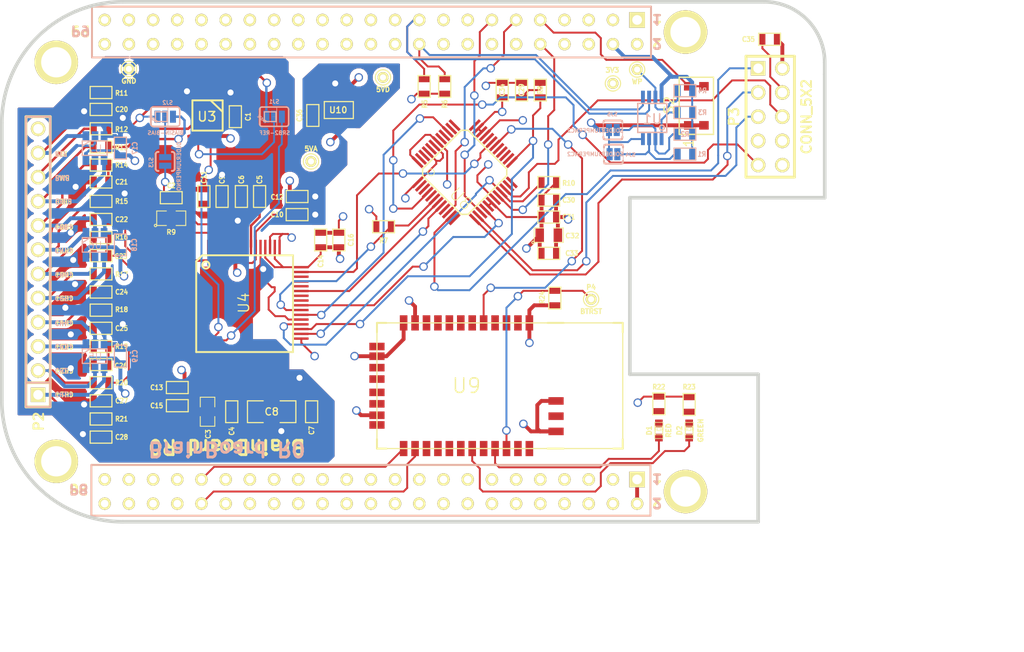
<source format=kicad_pcb>
(kicad_pcb (version 3) (host pcbnew "(2013-05-31 BZR 4019)-stable")
  (layers (15 Front signal) (2 Ground power) (1 Power power) (0 Back signal) (18 B.Paste user) (19 F.Paste user) (20 B.SilkS user) (21 F.SilkS user) (22 B.Mask user) (23 F.Mask user) (28 Edge.Cuts user))
  (net 0 "")
  (net 1 +5VA)
  (net 2 +5VD)
  (net 3 /A0)
  (net 4 /A1)
  (net 5 /A2)
  (net 6 "/BrainBoard AFE/BIASIN")
  (net 7 "/BrainBoard AFE/BIASINV")
  (net 8 "/BrainBoard AFE/BIASOUT")
  (net 9 "/BrainBoard AFE/SRB1")
  (net 10 "/BrainBoard AFE/SRB2")
  (net 11 "/BrainBoard AFE/VCAP1")
  (net 12 "/BrainBoard AFE/VCAP2")
  (net 13 "/BrainBoard AFE/VCAP3")
  (net 14 "/BrainBoard AFE/VCAP4")
  (net 15 "/BrainBoard AFE/VREFP")
  (net 16 "/BrainBoard Analog In/BIAS_ELEC")
  (net 17 "/BrainBoard Analog In/BIAS_SHD")
  (net 18 "/BrainBoard Analog In/CH1ELEC_P")
  (net 19 "/BrainBoard Analog In/CH2ELEC_P")
  (net 20 "/BrainBoard Analog In/CH3ELEC_P")
  (net 21 "/BrainBoard Analog In/CH4ELEC_P")
  (net 22 "/BrainBoard Analog In/CH5ELEC_P")
  (net 23 "/BrainBoard Analog In/CH6ELEC_P")
  (net 24 "/BrainBoard Analog In/CH7ELEC_P")
  (net 25 "/BrainBoard Analog In/CH8ELEC_P")
  (net 26 "/BrainBoard Analog In/REF_ELEC")
  (net 27 "/BrainBoard Bluetooth/FACTORY")
  (net 28 "/BrainBoard Bluetooth/STATUS")
  (net 29 "/BrainBoard Bluetooth/STATUSn")
  (net 30 "/BrainBoard MCU/RESET_MCU")
  (net 31 "/BrainBoard MCU/TCK")
  (net 32 "/BrainBoard MCU/TDI")
  (net 33 "/BrainBoard MCU/TDO")
  (net 34 "/BrainBoard MCU/TMS")
  (net 35 /CS)
  (net 36 /DRDY)
  (net 37 /PWDN)
  (net 38 /RESET)
  (net 39 /SCL)
  (net 40 /SDA)
  (net 41 /WP)
  (net 42 3V3)
  (net 43 AGND)
  (net 44 AIN1P)
  (net 45 AIN2P)
  (net 46 AIN3P)
  (net 47 AIN4P)
  (net 48 AIN5P)
  (net 49 AIN6P)
  (net 50 AIN7P)
  (net 51 AIN8P)
  (net 52 BIAS)
  (net 53 MISO)
  (net 54 MOSI)
  (net 55 N-00000104)
  (net 56 N-00000193)
  (net 57 N-00000194)
  (net 58 N-00000204)
  (net 59 N-0000054)
  (net 60 N-0000099)
  (net 61 REF)
  (net 62 RESET_BT)
  (net 63 SCLK)
  (net 64 SHIELD)
  (net 65 START)
  (net 66 SYS_RESETn)
  (net 67 UARTBT_RX)
  (net 68 UARTBT_TX)
  (net 69 UARTUC_RX)
  (net 70 UARTUC_TX)
  (module SparkFun-RF-RN41 (layer Front) (at 201.168 153.9875 180)
    (fp_text reference U9 (at 0 0 180) (layer F.SilkS) (effects (font (size 1.524 1.524))))
    (fp_text value BLUETOOTH-RN42 hide)
    (pad 1 smd rect (at -6.59892 6.59892 180) (size 0.79756 1.59766) (layers Front F.Paste F.Mask) (net 43 AGND))
    (pad 2 smd rect (at -5.3975 6.59892 180) (size 0.79756 1.59766) (layers Front F.Paste F.Mask))
    (pad 3 smd rect (at -4.19862 6.59892 180) (size 0.79756 1.59766) (layers Front F.Paste F.Mask))
    (pad 4 smd rect (at -2.99974 6.59892 180) (size 0.79756 1.59766) (layers Front F.Paste F.Mask))
    (pad 5 smd rect (at -1.79832 6.59892 180) (size 0.79756 1.59766) (layers Front F.Paste F.Mask) (net 62 RESET_BT))
    (pad 6 smd rect (at -0.59944 6.59892 180) (size 0.79756 1.59766) (layers Front F.Paste F.Mask))
    (pad 7 smd rect (at 0.59944 6.59892 180) (size 0.79756 1.59766) (layers Front F.Paste F.Mask))
    (pad 8 smd rect (at 1.79832 6.59892 180) (size 0.79756 1.59766) (layers Front F.Paste F.Mask))
    (pad 9 smd rect (at 2.99974 6.59892 180) (size 0.79756 1.59766) (layers Front F.Paste F.Mask))
    (pad 10 smd rect (at 4.19862 6.59892 180) (size 0.79756 1.59766) (layers Front F.Paste F.Mask))
    (pad 11 smd rect (at 5.3975 6.59892 180) (size 0.79756 1.59766) (layers Front F.Paste F.Mask) (net 42 3V3))
    (pad 12 smd rect (at 6.59892 6.59892 180) (size 0.79756 1.59766) (layers Front F.Paste F.Mask) (net 43 AGND))
    (pad 13 smd rect (at 6.59892 -6.59892 180) (size 0.79756 1.59766) (layers Front F.Paste F.Mask) (net 67 UARTBT_RX))
    (pad 14 smd rect (at 5.3975 -6.59892 180) (size 0.79756 1.59766) (layers Front F.Paste F.Mask) (net 68 UARTBT_TX))
    (pad 15 smd rect (at 4.19862 -6.59892 180) (size 0.79756 1.59766) (layers Front F.Paste F.Mask))
    (pad 16 smd rect (at 2.99974 -6.59892 180) (size 0.79756 1.59766) (layers Front F.Paste F.Mask))
    (pad 17 smd rect (at 1.79832 -6.59892 180) (size 0.79756 1.59766) (layers Front F.Paste F.Mask))
    (pad 18 smd rect (at 0.59944 -6.59892 180) (size 0.79756 1.59766) (layers Front F.Paste F.Mask))
    (pad 19 smd rect (at -0.59944 -6.59892 180) (size 0.79756 1.59766) (layers Front F.Paste F.Mask) (net 28 "/BrainBoard Bluetooth/STATUS"))
    (pad 20 smd rect (at -1.79832 -6.59892 180) (size 0.79756 1.59766) (layers Front F.Paste F.Mask))
    (pad 21 smd rect (at -2.99974 -6.59892 180) (size 0.79756 1.59766) (layers Front F.Paste F.Mask) (net 29 "/BrainBoard Bluetooth/STATUSn"))
    (pad 22 smd rect (at -4.19862 -6.59892 180) (size 0.79756 1.59766) (layers Front F.Paste F.Mask) (net 27 "/BrainBoard Bluetooth/FACTORY"))
    (pad 23 smd rect (at -5.3975 -6.59892 180) (size 0.79756 1.59766) (layers Front F.Paste F.Mask))
    (pad 24 smd rect (at -6.59892 -6.59892 180) (size 0.79756 1.59766) (layers Front F.Paste F.Mask))
    (pad 25 smd rect (at -9.398 -4.79806 270) (size 0.79756 1.59766) (layers Front F.Paste F.Mask) (net 43 AGND))
    (pad 26 smd rect (at -9.398 -3.19786 270) (size 0.79756 1.59766) (layers Front F.Paste F.Mask))
    (pad 27 smd rect (at -9.398 -1.59766 270) (size 0.79756 1.59766) (layers Front F.Paste F.Mask) (net 43 AGND))
    (pad 28 smd rect (at 9.398 -3.0988 270) (size 0.79756 1.59766) (layers Front F.Paste F.Mask) (net 43 AGND))
    (pad 29 smd rect (at 9.398 3.0988 270) (size 0.79756 1.59766) (layers Front F.Paste F.Mask) (net 43 AGND))
    (pad 30 smd rect (at 9.398 4.11988 270) (size 0.79756 1.59766) (layers Front F.Paste F.Mask))
    (pad 31 smd rect (at 9.398 1.89992 270) (size 0.79756 1.59766) (layers Front F.Paste F.Mask))
    (pad 32 smd rect (at 9.398 0.6985 270) (size 0.79756 1.59766) (layers Front F.Paste F.Mask))
    (pad 33 smd rect (at 9.398 -0.6985 270) (size 0.79756 1.59766) (layers Front F.Paste F.Mask))
    (pad 34 smd rect (at 9.398 -1.89992 270) (size 0.79756 1.59766) (layers Front F.Paste F.Mask))
    (pad 35 smd rect (at 9.398 -4.11988 270) (size 0.79756 1.59766) (layers Front F.Paste F.Mask))
  )
  (module TQFP_64 (layer Front) (at 177.8 145.288 270)
    (fp_text reference U4 (at 0 0 270) (layer F.SilkS) (effects (font (size 1.09982 1.09982) (thickness 0.127))))
    (fp_text value ADS1299 hide)
    (pad 1 smd rect (at -3.74904 5.86994 270) (size 0.24892 1.524) (layers Front F.Paste F.Mask))
    (pad 2 smd rect (at -3.24866 5.86994 270) (size 0.24892 1.524) (layers Front F.Paste F.Mask) (net 51 AIN8P))
    (pad 3 smd rect (at -2.74828 5.86994 270) (size 0.24892 1.524) (layers Front F.Paste F.Mask))
    (pad 4 smd rect (at -2.2479 5.86994 270) (size 0.24892 1.524) (layers Front F.Paste F.Mask) (net 50 AIN7P))
    (pad 5 smd rect (at -1.74752 5.86994 270) (size 0.24892 1.524) (layers Front F.Paste F.Mask))
    (pad 6 smd rect (at -1.24968 5.86994 270) (size 0.24892 1.524) (layers Front F.Paste F.Mask) (net 49 AIN6P))
    (pad 7 smd rect (at -0.7493 5.86994 270) (size 0.24892 1.524) (layers Front F.Paste F.Mask))
    (pad 8 smd rect (at -0.24892 5.86994 270) (size 0.24892 1.524) (layers Front F.Paste F.Mask) (net 48 AIN5P))
    (pad 9 smd rect (at 0.25146 5.86994 270) (size 0.24892 1.524) (layers Front F.Paste F.Mask))
    (pad 10 smd rect (at 0.75184 5.86994 270) (size 0.24892 1.524) (layers Front F.Paste F.Mask) (net 47 AIN4P))
    (pad 11 smd rect (at 1.25222 5.86994 270) (size 0.24892 1.524) (layers Front F.Paste F.Mask))
    (pad 12 smd rect (at 1.75006 5.86994 270) (size 0.24892 1.524) (layers Front F.Paste F.Mask) (net 46 AIN3P))
    (pad 13 smd rect (at 2.25044 5.86994 270) (size 0.24892 1.524) (layers Front F.Paste F.Mask))
    (pad 14 smd rect (at 2.75082 5.86994 270) (size 0.24892 1.524) (layers Front F.Paste F.Mask) (net 45 AIN2P))
    (pad 15 smd rect (at 3.2512 5.86994 270) (size 0.24892 1.524) (layers Front F.Paste F.Mask))
    (pad 16 smd rect (at 3.75158 5.86994 270) (size 0.24892 1.524) (layers Front F.Paste F.Mask) (net 44 AIN1P))
    (pad 17 smd rect (at 6.0325 3.74904 270) (size 1.524 0.24892) (layers Front F.Paste F.Mask) (net 9 "/BrainBoard AFE/SRB1"))
    (pad 18 smd rect (at 6.0325 3.24866 270) (size 1.524 0.24892) (layers Front F.Paste F.Mask) (net 10 "/BrainBoard AFE/SRB2"))
    (pad 19 smd rect (at 6.0325 2.74828 270) (size 1.524 0.24892) (layers Front F.Paste F.Mask) (net 1 +5VA))
    (pad 20 smd rect (at 6.0325 2.2479 270) (size 1.524 0.24892) (layers Front F.Paste F.Mask) (net 43 AGND))
    (pad 21 smd rect (at 6.0325 1.74752 270) (size 1.524 0.24892) (layers Front F.Paste F.Mask) (net 1 +5VA))
    (pad 22 smd rect (at 6.0325 1.24968 270) (size 1.524 0.24892) (layers Front F.Paste F.Mask) (net 1 +5VA))
    (pad 23 smd rect (at 6.0325 0.7493 270) (size 1.524 0.24892) (layers Front F.Paste F.Mask) (net 43 AGND))
    (pad 24 smd rect (at 6.0325 0.24892 270) (size 1.524 0.24892) (layers Front F.Paste F.Mask) (net 15 "/BrainBoard AFE/VREFP"))
    (pad 25 smd rect (at 6.0325 -0.25146 270) (size 1.524 0.24892) (layers Front F.Paste F.Mask) (net 43 AGND))
    (pad 26 smd rect (at 6.0325 -0.75184 270) (size 1.524 0.24892) (layers Front F.Paste F.Mask) (net 14 "/BrainBoard AFE/VCAP4"))
    (pad 27 smd rect (at 6.0325 -1.25222 270) (size 1.524 0.24892) (layers Front F.Paste F.Mask))
    (pad 28 smd rect (at 6.0325 -1.75006 270) (size 1.524 0.24892) (layers Front F.Paste F.Mask) (net 11 "/BrainBoard AFE/VCAP1"))
    (pad 29 smd rect (at 6.0325 -2.25044 270) (size 1.524 0.24892) (layers Front F.Paste F.Mask))
    (pad 30 smd rect (at 6.0325 -2.75082 270) (size 1.524 0.24892) (layers Front F.Paste F.Mask) (net 12 "/BrainBoard AFE/VCAP2"))
    (pad 31 smd rect (at 6.0325 -3.2512 270) (size 1.524 0.24892) (layers Front F.Paste F.Mask) (net 43 AGND))
    (pad 32 smd rect (at 6.0325 -3.75158 270) (size 1.524 0.24892) (layers Front F.Paste F.Mask) (net 43 AGND))
    (pad 33 smd rect (at 3.75158 -6.0325 270) (size 0.24892 1.524) (layers Front F.Paste F.Mask) (net 43 AGND))
    (pad 34 smd rect (at 3.2512 -6.0325 270) (size 0.24892 1.524) (layers Front F.Paste F.Mask) (net 54 MOSI))
    (pad 35 smd rect (at 2.75082 -6.0325 270) (size 0.24892 1.524) (layers Front F.Paste F.Mask) (net 37 /PWDN))
    (pad 36 smd rect (at 2.25044 -6.0325 270) (size 0.24892 1.524) (layers Front F.Paste F.Mask) (net 38 /RESET))
    (pad 37 smd rect (at 1.75006 -6.0325 270) (size 0.24892 1.524) (layers Front F.Paste F.Mask) (net 43 AGND))
    (pad 38 smd rect (at 1.25222 -6.0325 270) (size 0.24892 1.524) (layers Front F.Paste F.Mask) (net 65 START))
    (pad 39 smd rect (at 0.75184 -6.0325 270) (size 0.24892 1.524) (layers Front F.Paste F.Mask) (net 35 /CS))
    (pad 40 smd rect (at 0.25146 -6.0325 270) (size 0.24892 1.524) (layers Front F.Paste F.Mask) (net 63 SCLK))
    (pad 41 smd rect (at -0.24892 -6.0325 270) (size 0.24892 1.524) (layers Front F.Paste F.Mask))
    (pad 42 smd rect (at -0.7493 -6.0325 270) (size 0.24892 1.524) (layers Front F.Paste F.Mask))
    (pad 43 smd rect (at -1.24968 -6.0325 270) (size 0.24892 1.524) (layers Front F.Paste F.Mask) (net 53 MISO))
    (pad 44 smd rect (at -1.74752 -6.0325 270) (size 0.24892 1.524) (layers Front F.Paste F.Mask))
    (pad 45 smd rect (at -2.2479 -6.0325 270) (size 0.24892 1.524) (layers Front F.Paste F.Mask))
    (pad 46 smd rect (at -2.74828 -6.0325 270) (size 0.24892 1.524) (layers Front F.Paste F.Mask))
    (pad 47 smd rect (at -3.24866 -6.0325 270) (size 0.24892 1.524) (layers Front F.Paste F.Mask) (net 36 /DRDY))
    (pad 48 smd rect (at -3.74904 -6.0325 270) (size 0.24892 1.524) (layers Front F.Paste F.Mask) (net 42 3V3))
    (pad 49 smd rect (at -5.86994 -3.75158 270) (size 1.524 0.24892) (layers Front F.Paste F.Mask) (net 43 AGND))
    (pad 50 smd rect (at -5.86994 -3.2512 270) (size 1.524 0.24892) (layers Front F.Paste F.Mask) (net 42 3V3))
    (pad 52 smd rect (at -5.86994 -2.25044 270) (size 1.524 0.24892) (layers Front F.Paste F.Mask) (net 42 3V3))
    (pad 51 smd rect (at -5.88772 -2.75082 270) (size 1.524 0.24892) (layers Front F.Paste F.Mask) (net 43 AGND))
    (pad 53 smd rect (at -5.86994 -1.75006 270) (size 1.524 0.24892) (layers Front F.Paste F.Mask) (net 43 AGND))
    (pad 54 smd rect (at -5.86994 -1.25222 270) (size 1.524 0.24892) (layers Front F.Paste F.Mask) (net 1 +5VA))
    (pad 55 smd rect (at -5.86994 -0.75184 270) (size 1.524 0.24892) (layers Front F.Paste F.Mask) (net 13 "/BrainBoard AFE/VCAP3"))
    (pad 56 smd rect (at -5.86994 -0.25146 270) (size 1.524 0.24892) (layers Front F.Paste F.Mask) (net 1 +5VA))
    (pad 57 smd rect (at -5.86994 0.24892 270) (size 1.524 0.24892) (layers Front F.Paste F.Mask) (net 43 AGND))
    (pad 58 smd rect (at -5.86994 0.7493 270) (size 1.524 0.24892) (layers Front F.Paste F.Mask) (net 43 AGND))
    (pad 59 smd rect (at -5.86994 1.24206 270) (size 1.524 0.24892) (layers Front F.Paste F.Mask) (net 1 +5VA))
    (pad 60 smd rect (at -5.86994 1.74244 270) (size 1.524 0.24892) (layers Front F.Paste F.Mask))
    (pad 61 smd rect (at -5.86994 2.24282 270) (size 1.524 0.24892) (layers Front F.Paste F.Mask) (net 7 "/BrainBoard AFE/BIASINV"))
    (pad 62 smd rect (at -5.86994 2.7432 270) (size 1.524 0.24892) (layers Front F.Paste F.Mask) (net 6 "/BrainBoard AFE/BIASIN"))
    (pad 63 smd rect (at -5.86994 3.24104 270) (size 1.524 0.24892) (layers Front F.Paste F.Mask) (net 8 "/BrainBoard AFE/BIASOUT"))
    (pad 64 smd rect (at -5.86994 3.74142 270) (size 1.524 0.24892) (layers Front F.Paste F.Mask))
  )
  (module SM0805 (layer Front) (at 173.99 156.718 90)
    (fp_text reference C3 (at -2.3495 0.0635 90) (layer F.SilkS) (effects (font (size 0.50038 0.50038) (thickness 0.10922))))
    (fp_text value 10uF hide)
    (pad 1 smd rect (at -0.9525 0 90) (size 0.889 1.397) (layers Front F.Paste F.Mask) (net 43 AGND))
    (pad 2 smd rect (at 0.9525 0 90) (size 0.889 1.397) (layers Front F.Paste F.Mask) (net 15 "/BrainBoard AFE/VREFP"))
  )
  (module SparkFun-Passives-SJ_2S-NOTRACE (layer Back) (at 216.5985 129.667 180)
    (fp_text reference SJ4 (at -1.778 -0.0635 180) (layer B.SilkS) (effects (font (size 0.4064 0.4064) (thickness 0.0889)) (justify mirror)))
    (fp_text value SOLDERJUMPERNC2 (at 1.905 0 180) (layer B.SilkS) (effects (font (size 0.4064 0.4064) (thickness 0.0889)) (justify mirror)))
    (pad 1 smd rect (at -0.39878 0 180) (size 0.635 1.27) (layers Back B.Paste B.Mask) (net 5 /A2))
    (pad 2 smd rect (at 0.41148 0 180) (size 0.635 1.27) (layers Back B.Paste B.Mask) (net 43 AGND))
  )
  (module SparkFun-Passives-SJ_2S-NOTRACE (layer Back) (at 216.535 127.127 180)
    (fp_text reference SJ5 (at 0.0635 1.651 180) (layer B.SilkS) (effects (font (size 0.4064 0.4064) (thickness 0.0889)) (justify mirror)))
    (fp_text value SOLDERJUMPERNC2 (at 1.8415 -0.0635 180) (layer B.SilkS) (effects (font (size 0.4064 0.4064) (thickness 0.0889)) (justify mirror)))
    (pad 1 smd rect (at -0.39878 0 180) (size 0.635 1.27) (layers Back B.Paste B.Mask) (net 4 /A1))
    (pad 2 smd rect (at 0.41148 0 180) (size 0.635 1.27) (layers Back B.Paste B.Mask) (net 43 AGND))
  )
  (module SparkFun-Passives-SJ_3_PASTE2&3 (layer Back) (at 169.545 125.73 180)
    (fp_text reference SJ2 (at -0.254 1.4732 180) (layer B.SilkS) (effects (font (size 0.4064 0.4064) (thickness 0.0889)) (justify mirror)))
    (fp_text value SOLDERJUMPER_2WAYPASTE2&3 (at -0.0381 0.00762 180) (layer B.SilkS) (effects (font (size 0.01778 0.01778) (thickness 0.0889)) (justify mirror)))
    (fp_text user BIASIN-BIAS (at -0.0508 -1.7018 180) (layer B.SilkS) (effects (font (size 0.4064 0.4064) (thickness 0.0889)) (justify mirror)))
    (fp_text user PASTE (at 1.2827 -0.2413 500) (layer B.SilkS) (effects (font (size 0.254 0.254) (thickness 0.0889)) (justify mirror)))
    (pad 1 smd rect (at -0.8128 0 180) (size 0.635 1.27) (layers Back B.Paste B.Mask) (net 6 "/BrainBoard AFE/BIASIN"))
    (pad 2 smd rect (at 0 0 180) (size 0.635 1.27) (layers Back B.Paste B.Mask) (net 60 N-0000099))
    (pad 3 smd rect (at 0.8128 0 180) (size 0.635 1.27) (layers Back B.Paste B.Mask) (net 52 BIAS))
  )
  (module SparkFun-Passives-SJ_3_PASTE2&3 (layer Back) (at 180.975 125.73 180)
    (fp_text reference SJ1 (at 0 1.5875 180) (layer B.SilkS) (effects (font (size 0.4064 0.4064) (thickness 0.0889)) (justify mirror)))
    (fp_text value SOLDERJUMPER_2WAYPASTE2&3 (at -0.0381 0.00762 180) (layer B.SilkS) (effects (font (size 0.01778 0.01778) (thickness 0.0889)) (justify mirror)))
    (fp_text user SRB2-REF (at -0.0508 -1.7018 180) (layer B.SilkS) (effects (font (size 0.4064 0.4064) (thickness 0.0889)) (justify mirror)))
    (fp_text user PASTE (at 1.2827 -0.2413 500) (layer B.SilkS) (effects (font (size 0.254 0.254) (thickness 0.0889)) (justify mirror)))
    (pad 1 smd rect (at -0.8128 0 180) (size 0.635 1.27) (layers Back B.Paste B.Mask) (net 10 "/BrainBoard AFE/SRB2"))
    (pad 2 smd rect (at 0 0 180) (size 0.635 1.27) (layers Back B.Paste B.Mask) (net 55 N-00000104))
    (pad 3 smd rect (at 0.8128 0 180) (size 0.635 1.27) (layers Back B.Paste B.Mask) (net 61 REF))
  )
  (module SSOP8 (layer Back) (at 220.6625 125.857 180)
    (fp_text reference U1 (at 0 -0.127 180) (layer B.SilkS) (effects (font (size 1.016 1.016) (thickness 0.1524)) (justify mirror)))
    (fp_text value 24C256 hide)
    (pad 1 smd rect (at -0.9779 -2.2225 180) (size 0.4064 1.27) (layers Back B.Paste B.Mask) (net 3 /A0))
    (pad 2 smd rect (at -0.3302 -2.2225 180) (size 0.4064 1.27) (layers Back B.Paste B.Mask) (net 4 /A1))
    (pad 3 smd rect (at 0.3302 -2.2225 180) (size 0.4064 1.27) (layers Back B.Paste B.Mask) (net 5 /A2))
    (pad 4 smd rect (at 0.9779 -2.2225 180) (size 0.4064 1.27) (layers Back B.Paste B.Mask) (net 43 AGND))
    (pad 5 smd rect (at 0.9779 2.2225 180) (size 0.4064 1.27) (layers Back B.Paste B.Mask) (net 40 /SDA))
    (pad 6 smd rect (at 0.3302 2.2225 180) (size 0.4064 1.27) (layers Back B.Paste B.Mask) (net 39 /SCL))
    (pad 7 smd rect (at -0.3302 2.2225 180) (size 0.4064 1.27) (layers Back B.Paste B.Mask) (net 41 /WP))
    (pad 8 smd rect (at -0.9779 2.2225 180) (size 0.4064 1.27) (layers Back B.Paste B.Mask) (net 42 3V3))
  )
  (module SparkFun-Passives-SJ_2S-NO (layer Back) (at 169.545 130.429 270)
    (fp_text reference SJ3 (at 0.10668 1.4732 270) (layer B.SilkS) (effects (font (size 0.4064 0.4064) (thickness 0.0889)) (justify mirror)))
    (fp_text value SOLDERJUMPERNO (at 0.30988 -1.4478 270) (layer B.SilkS) (effects (font (size 0.4064 0.4064) (thickness 0.0889)) (justify mirror)))
    (pad 1 smd rect (at -0.44958 0 270) (size 0.635 1.27) (layers Back B.Paste B.Mask) (net 60 N-0000099))
    (pad 2 smd rect (at 0.44958 0 270) (size 0.635 1.27) (layers Back B.Paste B.Mask) (net 8 "/BrainBoard AFE/BIASOUT"))
  )
  (module SOT23-5 (layer Front) (at 187.7695 125.0315 180)
    (fp_text reference U10 (at 0.0635 0 180) (layer F.SilkS) (effects (font (size 0.635 0.635) (thickness 0.127))))
    (fp_text value TPS73150 hide)
    (pad 1 smd rect (at -0.9525 1.27 180) (size 0.508 0.762) (layers Front F.Paste F.Mask) (net 2 +5VD))
    (pad 3 smd rect (at 0.9525 1.27 180) (size 0.508 0.762) (layers Front F.Paste F.Mask) (net 2 +5VD))
    (pad 5 smd rect (at -0.9525 -1.27 180) (size 0.508 0.762) (layers Front F.Paste F.Mask) (net 1 +5VA))
    (pad 2 smd rect (at 0 1.27 180) (size 0.508 0.762) (layers Front F.Paste F.Mask) (net 43 AGND))
    (pad 4 smd rect (at 0.9525 -1.27 180) (size 0.508 0.762) (layers Front F.Paste F.Mask) (net 58 N-00000204))
  )
  (module SM0805 (layer Front) (at 170.18 136.398)
    (fp_text reference R9 (at 0 1.4605) (layer F.SilkS) (effects (font (size 0.50038 0.50038) (thickness 0.10922))))
    (fp_text value 499K,0.1% hide)
    (pad 1 smd rect (at -0.9525 0) (size 0.889 1.397) (layers Front F.Paste F.Mask) (net 8 "/BrainBoard AFE/BIASOUT"))
    (pad 2 smd rect (at 0.9525 0) (size 0.889 1.397) (layers Front F.Paste F.Mask) (net 7 "/BrainBoard AFE/BIASINV"))
  )
  (module SM0603 (layer Back) (at 164.846 129.032 90)
    (fp_text reference C17 (at 0 1.524 90) (layer B.SilkS) (effects (font (size 0.508 0.4572) (thickness 0.1143)) (justify mirror)))
    (fp_text value 0.1uF hide)
    (pad 1 smd rect (at -0.762 0 90) (size 0.635 1.143) (layers Back B.Paste B.Mask) (net 1 +5VA))
    (pad 2 smd rect (at 0.762 0 90) (size 0.635 1.143) (layers Back B.Paste B.Mask) (net 43 AGND))
  )
  (module SM0603 (layer Front) (at 162.814 157.48)
    (fp_text reference R21 (at 2.159 0) (layer F.SilkS) (effects (font (size 0.508 0.4572) (thickness 0.1143))))
    (fp_text value 4.99K hide)
    (pad 1 smd rect (at -0.762 0) (size 0.635 1.143) (layers Front F.Paste F.Mask) (net 18 "/BrainBoard Analog In/CH1ELEC_P"))
    (pad 2 smd rect (at 0.762 0) (size 0.635 1.143) (layers Front F.Paste F.Mask) (net 44 AIN1P))
  )
  (module SM0603 (layer Front) (at 162.814 130.81)
    (fp_text reference R14 (at 2.159 0) (layer F.SilkS) (effects (font (size 0.508 0.4572) (thickness 0.1143))))
    (fp_text value 4.99K hide)
    (pad 1 smd rect (at -0.762 0) (size 0.635 1.143) (layers Front F.Paste F.Mask) (net 25 "/BrainBoard Analog In/CH8ELEC_P"))
    (pad 2 smd rect (at 0.762 0) (size 0.635 1.143) (layers Front F.Paste F.Mask) (net 51 AIN8P))
  )
  (module SM0603 (layer Front) (at 162.814 153.67)
    (fp_text reference R20 (at 2.159 0) (layer F.SilkS) (effects (font (size 0.508 0.4572) (thickness 0.1143))))
    (fp_text value 4.99K hide)
    (pad 1 smd rect (at -0.762 0) (size 0.635 1.143) (layers Front F.Paste F.Mask) (net 19 "/BrainBoard Analog In/CH2ELEC_P"))
    (pad 2 smd rect (at 0.762 0) (size 0.635 1.143) (layers Front F.Paste F.Mask) (net 45 AIN2P))
  )
  (module SM0603 (layer Front) (at 162.814 149.86)
    (fp_text reference R19 (at 2.159 0) (layer F.SilkS) (effects (font (size 0.508 0.4572) (thickness 0.1143))))
    (fp_text value 4.99K hide)
    (pad 1 smd rect (at -0.762 0) (size 0.635 1.143) (layers Front F.Paste F.Mask) (net 20 "/BrainBoard Analog In/CH3ELEC_P"))
    (pad 2 smd rect (at 0.762 0) (size 0.635 1.143) (layers Front F.Paste F.Mask) (net 46 AIN3P))
  )
  (module SM0603 (layer Front) (at 162.814 146.05)
    (fp_text reference R18 (at 2.159 -0.0635) (layer F.SilkS) (effects (font (size 0.508 0.4572) (thickness 0.1143))))
    (fp_text value 4.99K hide)
    (pad 1 smd rect (at -0.762 0) (size 0.635 1.143) (layers Front F.Paste F.Mask) (net 21 "/BrainBoard Analog In/CH4ELEC_P"))
    (pad 2 smd rect (at 0.762 0) (size 0.635 1.143) (layers Front F.Paste F.Mask) (net 47 AIN4P))
  )
  (module SM0603 (layer Front) (at 162.814 142.24)
    (fp_text reference R17 (at 2.159 0.0635) (layer F.SilkS) (effects (font (size 0.508 0.4572) (thickness 0.1143))))
    (fp_text value 4.99K hide)
    (pad 1 smd rect (at -0.762 0) (size 0.635 1.143) (layers Front F.Paste F.Mask) (net 22 "/BrainBoard Analog In/CH5ELEC_P"))
    (pad 2 smd rect (at 0.762 0) (size 0.635 1.143) (layers Front F.Paste F.Mask) (net 48 AIN5P))
  )
  (module SM0603 (layer Front) (at 162.814 138.43)
    (fp_text reference R16 (at 2.159 -0.0635) (layer F.SilkS) (effects (font (size 0.508 0.4572) (thickness 0.1143))))
    (fp_text value 4.99K hide)
    (pad 1 smd rect (at -0.762 0) (size 0.635 1.143) (layers Front F.Paste F.Mask) (net 23 "/BrainBoard Analog In/CH6ELEC_P"))
    (pad 2 smd rect (at 0.762 0) (size 0.635 1.143) (layers Front F.Paste F.Mask) (net 49 AIN6P))
  )
  (module SM0603 (layer Front) (at 162.814 134.62)
    (fp_text reference R15 (at 2.159 0) (layer F.SilkS) (effects (font (size 0.508 0.4572) (thickness 0.1143))))
    (fp_text value 4.99K hide)
    (pad 1 smd rect (at -0.762 0) (size 0.635 1.143) (layers Front F.Paste F.Mask) (net 24 "/BrainBoard Analog In/CH7ELEC_P"))
    (pad 2 smd rect (at 0.762 0) (size 0.635 1.143) (layers Front F.Paste F.Mask) (net 50 AIN7P))
  )
  (module SM0603 (layer Front) (at 162.814 147.955 180)
    (fp_text reference C25 (at -2.159 0 180) (layer F.SilkS) (effects (font (size 0.508 0.4572) (thickness 0.1143))))
    (fp_text value 4.7nF hide)
    (pad 1 smd rect (at -0.762 0 180) (size 0.635 1.143) (layers Front F.Paste F.Mask) (net 47 AIN4P))
    (pad 2 smd rect (at 0.762 0 180) (size 0.635 1.143) (layers Front F.Paste F.Mask) (net 43 AGND))
  )
  (module SM0603 (layer Front) (at 187.7695 138.684 90)
    (fp_text reference C16 (at 0 1.27 90) (layer F.SilkS) (effects (font (size 0.508 0.4572) (thickness 0.1143))))
    (fp_text value 0.1uF hide)
    (pad 1 smd rect (at -0.762 0 90) (size 0.635 1.143) (layers Front F.Paste F.Mask) (net 42 3V3))
    (pad 2 smd rect (at 0.762 0 90) (size 0.635 1.143) (layers Front F.Paste F.Mask) (net 43 AGND))
  )
  (module SM0603 (layer Front) (at 162.814 127)
    (fp_text reference R12 (at 2.159 0.0635) (layer F.SilkS) (effects (font (size 0.508 0.4572) (thickness 0.1143))))
    (fp_text value 4.99K hide)
    (pad 1 smd rect (at -0.762 0) (size 0.635 1.143) (layers Front F.Paste F.Mask) (net 16 "/BrainBoard Analog In/BIAS_ELEC"))
    (pad 2 smd rect (at 0.762 0) (size 0.635 1.143) (layers Front F.Paste F.Mask) (net 52 BIAS))
  )
  (module SM0603 (layer Back) (at 164.846 150.876 90)
    (fp_text reference C19 (at 0 1.524 90) (layer B.SilkS) (effects (font (size 0.508 0.4572) (thickness 0.1143)) (justify mirror)))
    (fp_text value 0.1uF hide)
    (pad 1 smd rect (at -0.762 0 90) (size 0.635 1.143) (layers Back B.Paste B.Mask) (net 1 +5VA))
    (pad 2 smd rect (at 0.762 0 90) (size 0.635 1.143) (layers Back B.Paste B.Mask) (net 43 AGND))
  )
  (module SM0603 (layer Front) (at 162.814 123.19)
    (fp_text reference R11 (at 2.159 0.0635) (layer F.SilkS) (effects (font (size 0.508 0.4572) (thickness 0.1143))))
    (fp_text value 4.99K hide)
    (pad 1 smd rect (at -0.762 0) (size 0.635 1.143) (layers Front F.Paste F.Mask) (net 26 "/BrainBoard Analog In/REF_ELEC"))
    (pad 2 smd rect (at 0.762 0) (size 0.635 1.143) (layers Front F.Paste F.Mask) (net 61 REF))
  )
  (module SM0603 (layer Front) (at 162.814 128.905)
    (fp_text reference R13 (at 2.159 0.0635) (layer F.SilkS) (effects (font (size 0.508 0.4572) (thickness 0.1143))))
    (fp_text value 4.99K hide)
    (pad 1 smd rect (at -0.762 0) (size 0.635 1.143) (layers Front F.Paste F.Mask) (net 17 "/BrainBoard Analog In/BIAS_SHD"))
    (pad 2 smd rect (at 0.762 0) (size 0.635 1.143) (layers Front F.Paste F.Mask) (net 64 SHIELD))
  )
  (module SM0603 (layer Back) (at 164.846 139.192 90)
    (fp_text reference C18 (at 0 1.4605 90) (layer B.SilkS) (effects (font (size 0.508 0.4572) (thickness 0.1143)) (justify mirror)))
    (fp_text value 0.1uF hide)
    (pad 1 smd rect (at -0.762 0 90) (size 0.635 1.143) (layers Back B.Paste B.Mask) (net 1 +5VA))
    (pad 2 smd rect (at 0.762 0 90) (size 0.635 1.143) (layers Back B.Paste B.Mask) (net 43 AGND))
  )
  (module SM0603 (layer Front) (at 209.804 140.081)
    (fp_text reference C33 (at 2.413 0) (layer F.SilkS) (effects (font (size 0.508 0.4572) (thickness 0.1143))))
    (fp_text value 0.1uF hide)
    (pad 1 smd rect (at -0.762 0) (size 0.635 1.143) (layers Front F.Paste F.Mask) (net 42 3V3))
    (pad 2 smd rect (at 0.762 0) (size 0.635 1.143) (layers Front F.Paste F.Mask) (net 43 AGND))
  )
  (module SM0603 (layer Front) (at 209.804 134.493)
    (fp_text reference C30 (at 2.0955 0) (layer F.SilkS) (effects (font (size 0.508 0.4572) (thickness 0.1143))))
    (fp_text value 2.2uF hide)
    (pad 1 smd rect (at -0.762 0) (size 0.635 1.143) (layers Front F.Paste F.Mask) (net 42 3V3))
    (pad 2 smd rect (at 0.762 0) (size 0.635 1.143) (layers Front F.Paste F.Mask) (net 43 AGND))
  )
  (module SM0603 (layer Front) (at 206.9465 122.936 90)
    (fp_text reference C29 (at 0 0 90) (layer F.SilkS) (effects (font (size 0.508 0.4572) (thickness 0.1143))))
    (fp_text value 0.1uF hide)
    (pad 1 smd rect (at -0.762 0 90) (size 0.635 1.143) (layers Front F.Paste F.Mask) (net 42 3V3))
    (pad 2 smd rect (at 0.762 0 90) (size 0.635 1.143) (layers Front F.Paste F.Mask) (net 43 AGND))
  )
  (module SM0603 (layer Front) (at 162.814 159.385 180)
    (fp_text reference C28 (at -2.159 0 180) (layer F.SilkS) (effects (font (size 0.508 0.4572) (thickness 0.1143))))
    (fp_text value 4.7nF hide)
    (pad 1 smd rect (at -0.762 0 180) (size 0.635 1.143) (layers Front F.Paste F.Mask) (net 44 AIN1P))
    (pad 2 smd rect (at 0.762 0 180) (size 0.635 1.143) (layers Front F.Paste F.Mask) (net 43 AGND))
  )
  (module SM0603 (layer Front) (at 204.9145 122.936 90)
    (fp_text reference C34 (at 0 0 90) (layer F.SilkS) (effects (font (size 0.508 0.4572) (thickness 0.1143))))
    (fp_text value 0.1uF hide)
    (pad 1 smd rect (at -0.762 0 90) (size 0.635 1.143) (layers Front F.Paste F.Mask) (net 42 3V3))
    (pad 2 smd rect (at 0.762 0 90) (size 0.635 1.143) (layers Front F.Paste F.Mask) (net 43 AGND))
  )
  (module SM0603 (layer Front) (at 210.439 144.78 270)
    (fp_text reference R24 (at -0.0635 1.3335 270) (layer F.SilkS) (effects (font (size 0.508 0.4572) (thickness 0.1143))))
    (fp_text value 10K hide)
    (pad 1 smd rect (at -0.762 0 270) (size 0.635 1.143) (layers Front F.Paste F.Mask) (net 27 "/BrainBoard Bluetooth/FACTORY"))
    (pad 2 smd rect (at 0.762 0 270) (size 0.635 1.143) (layers Front F.Paste F.Mask) (net 43 AGND))
  )
  (module SM0603 (layer Front) (at 232.9815 117.602)
    (fp_text reference C35 (at -2.2225 0) (layer F.SilkS) (effects (font (size 0.508 0.4572) (thickness 0.1143))))
    (fp_text value 0.1uF hide)
    (pad 1 smd rect (at -0.762 0) (size 0.635 1.143) (layers Front F.Paste F.Mask) (net 42 3V3))
    (pad 2 smd rect (at 0.762 0) (size 0.635 1.143) (layers Front F.Paste F.Mask) (net 43 AGND))
  )
  (module SM0603 (layer Front) (at 183.388 134.112)
    (fp_text reference C12 (at -2.0955 0.0635) (layer F.SilkS) (effects (font (size 0.508 0.4572) (thickness 0.1143))))
    (fp_text value 0.1uF hide)
    (pad 1 smd rect (at -0.762 0) (size 0.635 1.143) (layers Front F.Paste F.Mask) (net 1 +5VA))
    (pad 2 smd rect (at 0.762 0) (size 0.635 1.143) (layers Front F.Paste F.Mask) (net 43 AGND))
  )
  (module SM0603 (layer Front) (at 198.882 122.555 90)
    (fp_text reference R6 (at -1.8415 0 90) (layer F.SilkS) (effects (font (size 0.508 0.4572) (thickness 0.1143))))
    (fp_text value 5.6K hide)
    (pad 1 smd rect (at -0.762 0 90) (size 0.635 1.143) (layers Front F.Paste F.Mask) (net 42 3V3))
    (pad 2 smd rect (at 0.762 0 90) (size 0.635 1.143) (layers Front F.Paste F.Mask) (net 40 /SDA))
  )
  (module SM0603 (layer Front) (at 196.723 122.555 90)
    (fp_text reference R5 (at -1.8415 0.0635 90) (layer F.SilkS) (effects (font (size 0.508 0.4572) (thickness 0.1143))))
    (fp_text value 5.6K hide)
    (pad 1 smd rect (at -0.762 0 90) (size 0.635 1.143) (layers Front F.Paste F.Mask) (net 42 3V3))
    (pad 2 smd rect (at 0.762 0 90) (size 0.635 1.143) (layers Front F.Paste F.Mask) (net 39 /SCL))
  )
  (module SM0603 (layer Back) (at 224.0915 122.9995 180)
    (fp_text reference R4 (at -1.8415 0 180) (layer B.SilkS) (effects (font (size 0.508 0.4572) (thickness 0.1143)) (justify mirror)))
    (fp_text value 10K hide)
    (pad 1 smd rect (at -0.762 0 180) (size 0.635 1.143) (layers Back B.Paste B.Mask) (net 42 3V3))
    (pad 2 smd rect (at 0.762 0 180) (size 0.635 1.143) (layers Back B.Paste B.Mask) (net 41 /WP))
  )
  (module SM0603 (layer Back) (at 224.0915 127.5715 180)
    (fp_text reference R2 (at 0 0 180) (layer B.SilkS) (effects (font (size 0.508 0.4572) (thickness 0.1143)) (justify mirror)))
    (fp_text value 4.7K hide)
    (pad 1 smd rect (at -0.762 0 180) (size 0.635 1.143) (layers Back B.Paste B.Mask) (net 42 3V3))
    (pad 2 smd rect (at 0.762 0 180) (size 0.635 1.143) (layers Back B.Paste B.Mask) (net 4 /A1))
  )
  (module SM0603 (layer Back) (at 224.0915 125.2855 180)
    (fp_text reference R3 (at -1.8415 0 180) (layer B.SilkS) (effects (font (size 0.508 0.4572) (thickness 0.1143)) (justify mirror)))
    (fp_text value 4.7K hide)
    (pad 1 smd rect (at -0.762 0 180) (size 0.635 1.143) (layers Back B.Paste B.Mask) (net 42 3V3))
    (pad 2 smd rect (at 0.762 0 180) (size 0.635 1.143) (layers Back B.Paste B.Mask) (net 3 /A0))
  )
  (module SM0603 (layer Back) (at 224.0915 129.667 180)
    (fp_text reference R1 (at -1.778 0 180) (layer B.SilkS) (effects (font (size 0.508 0.4572) (thickness 0.1143)) (justify mirror)))
    (fp_text value 4.7K hide)
    (pad 1 smd rect (at -0.762 0 180) (size 0.635 1.143) (layers Back B.Paste B.Mask) (net 42 3V3))
    (pad 2 smd rect (at 0.762 0 180) (size 0.635 1.143) (layers Back B.Paste B.Mask) (net 5 /A2))
  )
  (module SM0603 (layer Front) (at 176.53 156.718 270)
    (fp_text reference C4 (at 2.032 0 270) (layer F.SilkS) (effects (font (size 0.508 0.4572) (thickness 0.1143))))
    (fp_text value 1uF hide)
    (pad 1 smd rect (at -0.762 0 270) (size 0.635 1.143) (layers Front F.Paste F.Mask) (net 14 "/BrainBoard AFE/VCAP4"))
    (pad 2 smd rect (at 0.762 0 270) (size 0.635 1.143) (layers Front F.Paste F.Mask) (net 43 AGND))
  )
  (module SM0603 (layer Front) (at 179.451 134.112 90)
    (fp_text reference C5 (at 1.778 0 90) (layer F.SilkS) (effects (font (size 0.508 0.4572) (thickness 0.1143))))
    (fp_text value 1uF hide)
    (pad 1 smd rect (at -0.762 0 90) (size 0.635 1.143) (layers Front F.Paste F.Mask) (net 13 "/BrainBoard AFE/VCAP3"))
    (pad 2 smd rect (at 0.762 0 90) (size 0.635 1.143) (layers Front F.Paste F.Mask) (net 43 AGND))
  )
  (module SM0603 (layer Front) (at 177.546 134.112 90)
    (fp_text reference C6 (at 1.778 0 90) (layer F.SilkS) (effects (font (size 0.508 0.4572) (thickness 0.1143))))
    (fp_text value 0.1uF hide)
    (pad 1 smd rect (at -0.762 0 90) (size 0.635 1.143) (layers Front F.Paste F.Mask) (net 13 "/BrainBoard AFE/VCAP3"))
    (pad 2 smd rect (at 0.762 0 90) (size 0.635 1.143) (layers Front F.Paste F.Mask) (net 43 AGND))
  )
  (module SM0603 (layer Front) (at 183.388 136.017)
    (fp_text reference C10 (at -2.0955 0) (layer F.SilkS) (effects (font (size 0.508 0.4572) (thickness 0.1143))))
    (fp_text value 1uF hide)
    (pad 1 smd rect (at -0.762 0) (size 0.635 1.143) (layers Front F.Paste F.Mask) (net 1 +5VA))
    (pad 2 smd rect (at 0.762 0) (size 0.635 1.143) (layers Front F.Paste F.Mask) (net 43 AGND))
  )
  (module SM0603 (layer Front) (at 162.814 155.575 180)
    (fp_text reference C27 (at -2.159 0 180) (layer F.SilkS) (effects (font (size 0.508 0.4572) (thickness 0.1143))))
    (fp_text value 4.7nF hide)
    (pad 1 smd rect (at -0.762 0 180) (size 0.635 1.143) (layers Front F.Paste F.Mask) (net 45 AIN2P))
    (pad 2 smd rect (at 0.762 0 180) (size 0.635 1.143) (layers Front F.Paste F.Mask) (net 43 AGND))
  )
  (module SM0603 (layer Front) (at 185.8645 138.684 90)
    (fp_text reference C14 (at -2.2225 0 90) (layer F.SilkS) (effects (font (size 0.508 0.4572) (thickness 0.1143))))
    (fp_text value 1uF hide)
    (pad 1 smd rect (at -0.762 0 90) (size 0.635 1.143) (layers Front F.Paste F.Mask) (net 42 3V3))
    (pad 2 smd rect (at 0.762 0 90) (size 0.635 1.143) (layers Front F.Paste F.Mask) (net 43 AGND))
  )
  (module SM0603 (layer Front) (at 175.514 134.112 90)
    (fp_text reference C9 (at 1.778 0 90) (layer F.SilkS) (effects (font (size 0.508 0.4572) (thickness 0.1143))))
    (fp_text value 1uF hide)
    (pad 1 smd rect (at -0.762 0 90) (size 0.635 1.143) (layers Front F.Paste F.Mask) (net 1 +5VA))
    (pad 2 smd rect (at 0.762 0 90) (size 0.635 1.143) (layers Front F.Paste F.Mask) (net 43 AGND))
  )
  (module SM0603 (layer Front) (at 173.609 134.112 90)
    (fp_text reference C11 (at 2.032 0 90) (layer F.SilkS) (effects (font (size 0.508 0.4572) (thickness 0.1143))))
    (fp_text value 0.1uF hide)
    (pad 1 smd rect (at -0.762 0 90) (size 0.635 1.143) (layers Front F.Paste F.Mask) (net 1 +5VA))
    (pad 2 smd rect (at 0.762 0 90) (size 0.635 1.143) (layers Front F.Paste F.Mask) (net 43 AGND))
  )
  (module SM0603 (layer Front) (at 162.814 151.765 180)
    (fp_text reference C26 (at -2.0955 -0.127 180) (layer F.SilkS) (effects (font (size 0.508 0.4572) (thickness 0.1143))))
    (fp_text value 4.7nF hide)
    (pad 1 smd rect (at -0.762 0 180) (size 0.635 1.143) (layers Front F.Paste F.Mask) (net 46 AIN3P))
    (pad 2 smd rect (at 0.762 0 180) (size 0.635 1.143) (layers Front F.Paste F.Mask) (net 43 AGND))
  )
  (module SM0603 (layer Front) (at 162.814 144.145 180)
    (fp_text reference C24 (at -2.159 0 180) (layer F.SilkS) (effects (font (size 0.508 0.4572) (thickness 0.1143))))
    (fp_text value 4.7nF hide)
    (pad 1 smd rect (at -0.762 0 180) (size 0.635 1.143) (layers Front F.Paste F.Mask) (net 48 AIN5P))
    (pad 2 smd rect (at 0.762 0 180) (size 0.635 1.143) (layers Front F.Paste F.Mask) (net 43 AGND))
  )
  (module SM0603 (layer Front) (at 162.814 140.335 180)
    (fp_text reference C23 (at -2.0955 -0.0635 180) (layer F.SilkS) (effects (font (size 0.508 0.4572) (thickness 0.1143))))
    (fp_text value 4.7nF hide)
    (pad 1 smd rect (at -0.762 0 180) (size 0.635 1.143) (layers Front F.Paste F.Mask) (net 49 AIN6P))
    (pad 2 smd rect (at 0.762 0 180) (size 0.635 1.143) (layers Front F.Paste F.Mask) (net 43 AGND))
  )
  (module SM0603 (layer Front) (at 162.814 136.525 180)
    (fp_text reference C22 (at -2.159 0 180) (layer F.SilkS) (effects (font (size 0.508 0.4572) (thickness 0.1143))))
    (fp_text value 4.7nF hide)
    (pad 1 smd rect (at -0.762 0 180) (size 0.635 1.143) (layers Front F.Paste F.Mask) (net 50 AIN7P))
    (pad 2 smd rect (at 0.762 0 180) (size 0.635 1.143) (layers Front F.Paste F.Mask) (net 43 AGND))
  )
  (module SM0603 (layer Front) (at 162.814 132.588 180)
    (fp_text reference C21 (at -2.159 0 180) (layer F.SilkS) (effects (font (size 0.508 0.4572) (thickness 0.1143))))
    (fp_text value 4.7nF hide)
    (pad 1 smd rect (at -0.762 0 180) (size 0.635 1.143) (layers Front F.Paste F.Mask) (net 51 AIN8P))
    (pad 2 smd rect (at 0.762 0 180) (size 0.635 1.143) (layers Front F.Paste F.Mask) (net 43 AGND))
  )
  (module SM0603 (layer Front) (at 162.814 124.968 180)
    (fp_text reference C20 (at -2.159 0 180) (layer F.SilkS) (effects (font (size 0.508 0.4572) (thickness 0.1143))))
    (fp_text value 4.7nF hide)
    (pad 1 smd rect (at -0.762 0 180) (size 0.635 1.143) (layers Front F.Paste F.Mask) (net 61 REF))
    (pad 2 smd rect (at 0.762 0 180) (size 0.635 1.143) (layers Front F.Paste F.Mask) (net 43 AGND))
  )
  (module SM0603 (layer Front) (at 176.911 125.73 90)
    (fp_text reference C1 (at 0 1.3335 90) (layer F.SilkS) (effects (font (size 0.508 0.4572) (thickness 0.1143))))
    (fp_text value 0.1uF hide)
    (pad 1 smd rect (at -0.762 0 90) (size 0.635 1.143) (layers Front F.Paste F.Mask) (net 1 +5VA))
    (pad 2 smd rect (at 0.762 0 90) (size 0.635 1.143) (layers Front F.Paste F.Mask) (net 43 AGND))
  )
  (module SM0603 (layer Front) (at 209.804 132.6515 180)
    (fp_text reference R10 (at -2.0955 -0.0635 180) (layer F.SilkS) (effects (font (size 0.508 0.4572) (thickness 0.1143))))
    (fp_text value 10K hide)
    (pad 1 smd rect (at -0.762 0 180) (size 0.635 1.143) (layers Front F.Paste F.Mask) (net 42 3V3))
    (pad 2 smd rect (at 0.762 0 180) (size 0.635 1.143) (layers Front F.Paste F.Mask) (net 38 /RESET))
  )
  (module SM0603 (layer Front) (at 208.915 122.936 270)
    (fp_text reference R8 (at 0 0 270) (layer F.SilkS) (effects (font (size 0.508 0.4572) (thickness 0.1143))))
    (fp_text value 10K hide)
    (pad 1 smd rect (at -0.762 0 270) (size 0.635 1.143) (layers Front F.Paste F.Mask) (net 42 3V3))
    (pad 2 smd rect (at 0.762 0 270) (size 0.635 1.143) (layers Front F.Paste F.Mask) (net 37 /PWDN))
  )
  (module SM0603 (layer Front) (at 192.4685 137.287)
    (fp_text reference R7 (at 0 1.4605) (layer F.SilkS) (effects (font (size 0.508 0.4572) (thickness 0.1143))))
    (fp_text value 10K hide)
    (pad 1 smd rect (at -0.762 0) (size 0.635 1.143) (layers Front F.Paste F.Mask) (net 42 3V3))
    (pad 2 smd rect (at 0.762 0) (size 0.635 1.143) (layers Front F.Paste F.Mask) (net 35 /CS))
  )
  (module SM0603 (layer Front) (at 170.815 156.083 180)
    (fp_text reference C15 (at 2.159 0 180) (layer F.SilkS) (effects (font (size 0.508 0.4572) (thickness 0.1143))))
    (fp_text value 0.1uF hide)
    (pad 1 smd rect (at -0.762 0 180) (size 0.635 1.143) (layers Front F.Paste F.Mask) (net 1 +5VA))
    (pad 2 smd rect (at 0.762 0 180) (size 0.635 1.143) (layers Front F.Paste F.Mask) (net 43 AGND))
  )
  (module SM0603 (layer Front) (at 170.815 154.178 180)
    (fp_text reference C13 (at 2.159 0 180) (layer F.SilkS) (effects (font (size 0.508 0.4572) (thickness 0.1143))))
    (fp_text value 1uF hide)
    (pad 1 smd rect (at -0.762 0 180) (size 0.635 1.143) (layers Front F.Paste F.Mask) (net 1 +5VA))
    (pad 2 smd rect (at 0.762 0 180) (size 0.635 1.143) (layers Front F.Paste F.Mask) (net 43 AGND))
  )
  (module PIN_ARRAY_5x2 (layer Front) (at 233.045 125.73 270)
    (fp_text reference P3 (at 0 3.81 270) (layer F.SilkS) (effects (font (size 1.016 1.016) (thickness 0.2032))))
    (fp_text value CONN_5X2 (at 0 -3.81 270) (layer F.SilkS) (effects (font (size 1.016 1.016) (thickness 0.2032))))
    (pad 1 thru_hole rect (at -5.08 1.27 270) (size 1.524 1.524) (drill 1.016) (layers *.Cu *.Mask F.SilkS) (net 31 "/BrainBoard MCU/TCK"))
    (pad 2 thru_hole circle (at -5.08 -1.27 270) (size 1.524 1.524) (drill 1.016) (layers *.Cu *.Mask F.SilkS) (net 43 AGND))
    (pad 3 thru_hole circle (at -2.54 1.27 270) (size 1.524 1.524) (drill 1.016) (layers *.Cu *.Mask F.SilkS) (net 33 "/BrainBoard MCU/TDO"))
    (pad 4 thru_hole circle (at -2.54 -1.27 270) (size 1.524 1.524) (drill 1.016) (layers *.Cu *.Mask F.SilkS) (net 42 3V3))
    (pad 5 thru_hole circle (at 0 1.27 270) (size 1.524 1.524) (drill 1.016) (layers *.Cu *.Mask F.SilkS) (net 34 "/BrainBoard MCU/TMS"))
    (pad 6 thru_hole circle (at 0 -1.27 270) (size 1.524 1.524) (drill 1.016) (layers *.Cu *.Mask F.SilkS) (net 30 "/BrainBoard MCU/RESET_MCU"))
    (pad 7 thru_hole circle (at 2.54 1.27 270) (size 1.524 1.524) (drill 1.016) (layers *.Cu *.Mask F.SilkS))
    (pad 8 thru_hole circle (at 2.54 -1.27 270) (size 1.524 1.524) (drill 1.016) (layers *.Cu *.Mask F.SilkS))
    (pad 9 thru_hole circle (at 5.08 1.27 270) (size 1.524 1.524) (drill 1.016) (layers *.Cu *.Mask F.SilkS) (net 32 "/BrainBoard MCU/TDI"))
    (pad 10 thru_hole circle (at 5.08 -1.27 270) (size 1.524 1.524) (drill 1.016) (layers *.Cu *.Mask F.SilkS) (net 43 AGND))
  )
  (module PIN_ARRAY-12X1 (layer Front) (at 156.21 140.97 90)
    (fp_text reference P2 (at -16.764 0.0635 90) (layer F.SilkS) (effects (font (size 1.016 1.016) (thickness 0.2032))))
    (fp_text value CONN_12 hide)
    (pad 12 thru_hole circle (at 13.97 0 90) (size 1.524 1.524) (drill 1.016) (layers *.Cu *.Mask F.SilkS))
    (pad 11 thru_hole circle (at 11.43 0 90) (size 1.524 1.524) (drill 1.016) (layers *.Cu *.Mask F.SilkS) (net 26 "/BrainBoard Analog In/REF_ELEC"))
    (pad 10 thru_hole circle (at 8.89 0 90) (size 1.524 1.524) (drill 1.016) (layers *.Cu *.Mask F.SilkS) (net 16 "/BrainBoard Analog In/BIAS_ELEC"))
    (pad 9 thru_hole circle (at 6.35 0 90) (size 1.524 1.524) (drill 1.016) (layers *.Cu *.Mask F.SilkS) (net 17 "/BrainBoard Analog In/BIAS_SHD"))
    (pad 8 thru_hole circle (at 3.81 0 90) (size 1.524 1.524) (drill 1.016) (layers *.Cu *.Mask F.SilkS) (net 25 "/BrainBoard Analog In/CH8ELEC_P"))
    (pad 7 thru_hole circle (at 1.27 0 90) (size 1.524 1.524) (drill 1.016) (layers *.Cu *.Mask F.SilkS) (net 24 "/BrainBoard Analog In/CH7ELEC_P"))
    (pad 1 thru_hole rect (at -13.97 0 90) (size 1.524 1.524) (drill 1.016) (layers *.Cu *.Mask F.SilkS) (net 18 "/BrainBoard Analog In/CH1ELEC_P"))
    (pad 2 thru_hole circle (at -11.43 0 90) (size 1.524 1.524) (drill 1.016) (layers *.Cu *.Mask F.SilkS) (net 19 "/BrainBoard Analog In/CH2ELEC_P"))
    (pad 3 thru_hole circle (at -8.89 0 90) (size 1.524 1.524) (drill 1.016) (layers *.Cu *.Mask F.SilkS) (net 20 "/BrainBoard Analog In/CH3ELEC_P"))
    (pad 4 thru_hole circle (at -6.35 0 90) (size 1.524 1.524) (drill 1.016) (layers *.Cu *.Mask F.SilkS) (net 21 "/BrainBoard Analog In/CH4ELEC_P"))
    (pad 5 thru_hole circle (at -3.81 0 90) (size 1.524 1.524) (drill 1.016) (layers *.Cu *.Mask F.SilkS) (net 22 "/BrainBoard Analog In/CH5ELEC_P"))
    (pad 6 thru_hole circle (at -1.27 0 90) (size 1.524 1.524) (drill 1.016) (layers *.Cu *.Mask F.SilkS) (net 23 "/BrainBoard Analog In/CH6ELEC_P"))
  )
  (module MSOP_8 (layer Front) (at 173.99 125.603 180)
    (fp_text reference U3 (at 0.0635 -0.127 180) (layer F.SilkS) (effects (font (size 1.00076 1.00076) (thickness 0.1524))))
    (fp_text value OPA2376 hide)
    (pad 1 smd rect (at -0.97536 2.159 180) (size 0.381 1.27) (layers Front F.Paste F.Mask) (net 64 SHIELD))
    (pad 2 smd rect (at -0.32512 2.159 180) (size 0.381 1.27) (layers Front F.Paste F.Mask) (net 64 SHIELD))
    (pad 3 smd rect (at 0.32512 2.159 180) (size 0.381 1.27) (layers Front F.Paste F.Mask) (net 52 BIAS))
    (pad 4 smd rect (at 0.97536 2.159 180) (size 0.381 1.27) (layers Front F.Paste F.Mask) (net 43 AGND))
    (pad 5 smd rect (at 0.97536 -2.159 180) (size 0.381 1.27) (layers Front F.Paste F.Mask) (net 55 N-00000104))
    (pad 6 smd rect (at 0.32512 -2.159 180) (size 0.381 1.27) (layers Front F.Paste F.Mask) (net 9 "/BrainBoard AFE/SRB1"))
    (pad 7 smd rect (at -0.32512 -2.159 180) (size 0.381 1.27) (layers Front F.Paste F.Mask) (net 9 "/BrainBoard AFE/SRB1"))
    (pad 8 smd rect (at -0.97536 -2.159 180) (size 0.381 1.27) (layers Front F.Paste F.Mask) (net 1 +5VA))
  )
  (module PINTST (layer Front) (at 219.075 120.777)
    (fp_text reference P1 hide)
    (fp_text value WP (at 0 1.27) (layer F.SilkS) (effects (font (size 0.508 0.508) (thickness 0.127))))
    (pad 1 thru_hole circle (at 0 0) (size 1.143 1.143) (drill 0.635) (layers *.Cu *.Mask F.SilkS) (net 41 /WP))
  )
  (module SM0603 (layer Front) (at 185.039 125.603 90)
    (fp_text reference C36 (at 0 -1.397 90) (layer F.SilkS) (effects (font (size 0.508 0.4572) (thickness 0.1143))))
    (fp_text value 0.1uF hide)
    (pad 1 smd rect (at -0.762 0 90) (size 0.635 1.143) (layers Front F.Paste F.Mask) (net 58 N-00000204))
    (pad 2 smd rect (at 0.762 0 90) (size 0.635 1.143) (layers Front F.Paste F.Mask) (net 43 AGND))
  )
  (module SM0603 (layer Front) (at 184.912 156.718 270)
    (fp_text reference C7 (at 1.9685 0 270) (layer F.SilkS) (effects (font (size 0.508 0.4572) (thickness 0.1143))))
    (fp_text value 1uF hide)
    (pad 1 smd rect (at -0.762 0 270) (size 0.635 1.143) (layers Front F.Paste F.Mask) (net 12 "/BrainBoard AFE/VCAP2"))
    (pad 2 smd rect (at 0.762 0 270) (size 0.635 1.143) (layers Front F.Paste F.Mask) (net 43 AGND))
  )
  (module SM0603 (layer Front) (at 170.18 134.239 180)
    (fp_text reference C2 (at 0 1.27 180) (layer F.SilkS) (effects (font (size 0.508 0.4572) (thickness 0.1143))))
    (fp_text value 1nF hide)
    (pad 1 smd rect (at -0.762 0 180) (size 0.635 1.143) (layers Front F.Paste F.Mask) (net 7 "/BrainBoard AFE/BIASINV"))
    (pad 2 smd rect (at 0.762 0 180) (size 0.635 1.143) (layers Front F.Paste F.Mask) (net 8 "/BrainBoard AFE/BIASOUT"))
  )
  (module SM0603 (layer Front) (at 209.804 136.271)
    (fp_text reference C31 (at 2.0955 0) (layer F.SilkS) (effects (font (size 0.508 0.4572) (thickness 0.1143))))
    (fp_text value 0.1uF hide)
    (pad 1 smd rect (at -0.762 0) (size 0.635 1.143) (layers Front F.Paste F.Mask) (net 42 3V3))
    (pad 2 smd rect (at 0.762 0) (size 0.635 1.143) (layers Front F.Paste F.Mask) (net 43 AGND))
  )
  (module SM0805 (layer Front) (at 209.804 138.176)
    (fp_text reference C32 (at 2.4765 0.0635) (layer F.SilkS) (effects (font (size 0.50038 0.50038) (thickness 0.10922))))
    (fp_text value 10uF hide)
    (pad 1 smd rect (at -0.9525 0) (size 0.889 1.397) (layers Front F.Paste F.Mask) (net 42 3V3))
    (pad 2 smd rect (at 0.9525 0) (size 0.889 1.397) (layers Front F.Paste F.Mask) (net 43 AGND))
  )
  (module SM1206 (layer Front) (at 180.721 156.718)
    (fp_text reference C8 (at 0 0) (layer F.SilkS) (effects (font (size 0.762 0.762) (thickness 0.127))))
    (fp_text value 100uF hide)
    (pad 1 smd rect (at -1.651 0) (size 1.524 2.032) (layers Front F.Paste F.Mask) (net 11 "/BrainBoard AFE/VCAP1"))
    (pad 2 smd rect (at 1.651 0) (size 1.524 2.032) (layers Front F.Paste F.Mask) (net 43 AGND))
  )
  (module BEAGLEBONE_BLACK (layer Front) (at 195.58 140.97)
    (fp_text reference U2 hide)
    (fp_text value BEAGLEBONE_BLACK hide)
    (fp_line (start -30.48 27.305) (end 36.195 27.305) (layer Edge.Cuts) (width 0.381))
    (fp_line (start 36.195 11.811) (end 22.733 11.811) (layer Edge.Cuts) (width 0.381))
    (fp_line (start 36.195 27.305) (end 36.195 11.811) (layer Edge.Cuts) (width 0.381))
    (fp_line (start 43.18 -6.731) (end 43.18 -19.685) (layer Edge.Cuts) (width 0.381))
    (fp_line (start 43.18 -6.731) (end 22.733 -6.731) (layer Edge.Cuts) (width 0.381))
    (fp_line (start 22.733 -6.731) (end 22.733 11.811) (layer Edge.Cuts) (width 0.381))
    (fp_line (start 43.18 -20.955) (end 43.18 -19.685) (layer Edge.Cuts) (width 0.381))
    (fp_line (start -30.48 -27.305) (end 36.83 -27.305) (layer Edge.Cuts) (width 0.381))
    (fp_line (start -43.18 -14.605) (end -43.18 14.605) (layer Edge.Cuts) (width 0.381))
    (fp_arc (start -30.48 -14.605) (end -43.18 -14.605) (angle 90) (layer Edge.Cuts) (width 0.381))
    (fp_arc (start -30.48 14.605) (end -30.48 27.305) (angle 90) (layer Edge.Cuts) (width 0.381))
    (fp_arc (start 36.83 -20.955) (end 36.83 -27.305) (angle 90) (layer Edge.Cuts) (width 0.381))
    (pad "" thru_hole circle (at -37.465 -20.955) (size 4.572 4.572) (drill 3.175) (layers *.Cu *.Mask F.SilkS))
    (pad "" thru_hole circle (at 28.575 -24.13) (size 4.572 4.572) (drill 3.175) (layers *.Cu *.Mask F.SilkS))
    (pad "" thru_hole circle (at 28.575 24.13) (size 4.572 4.572) (drill 3.175) (layers *.Cu *.Mask F.SilkS))
    (pad "" thru_hole circle (at -37.465 20.955) (size 4.572 4.572) (drill 3.175) (layers *.Cu *.Mask F.SilkS))
    (pad B1 thru_hole rect (at 23.495 -25.4) (size 1.651 1.651) (drill 1.016) (layers *.Cu *.Mask F.SilkS) (net 43 AGND))
    (pad B2 thru_hole circle (at 23.495 -22.86) (size 1.30048 1.30048) (drill 0.8001) (layers *.Cu *.Mask F.SilkS) (net 43 AGND))
    (pad B3 thru_hole circle (at 20.955 -25.4) (size 1.30048 1.30048) (drill 0.8001) (layers *.Cu *.Mask F.SilkS) (net 42 3V3))
    (pad B4 thru_hole circle (at 20.955 -22.86) (size 1.30048 1.30048) (drill 0.8001) (layers *.Cu *.Mask F.SilkS) (net 42 3V3))
    (pad B5 thru_hole circle (at 18.415 -25.4) (size 1.30048 1.30048) (drill 0.8001) (layers *.Cu *.Mask F.SilkS))
    (pad B6 thru_hole circle (at 18.415 -22.86) (size 1.30048 1.30048) (drill 0.8001) (layers *.Cu *.Mask F.SilkS))
    (pad B7 thru_hole circle (at 15.875 -25.4) (size 1.30048 1.30048) (drill 0.8001) (layers *.Cu *.Mask F.SilkS) (net 2 +5VD))
    (pad B8 thru_hole circle (at 15.875 -22.86) (size 1.30048 1.30048) (drill 0.8001) (layers *.Cu *.Mask F.SilkS) (net 2 +5VD))
    (pad B9 thru_hole circle (at 13.335 -25.4) (size 1.30048 1.30048) (drill 0.8001) (layers *.Cu *.Mask F.SilkS) (net 59 N-0000054))
    (pad B10 thru_hole circle (at 13.335 -22.86) (size 1.30048 1.30048) (drill 0.8001) (layers *.Cu *.Mask F.SilkS) (net 66 SYS_RESETn))
    (pad B11 thru_hole circle (at 10.795 -25.4) (size 1.30048 1.30048) (drill 0.8001) (layers *.Cu *.Mask F.SilkS) (net 70 UARTUC_TX))
    (pad B12 thru_hole circle (at 10.795 -22.86) (size 1.30048 1.30048) (drill 0.8001) (layers *.Cu *.Mask F.SilkS))
    (pad B13 thru_hole circle (at 8.255 -25.4) (size 1.30048 1.30048) (drill 0.8001) (layers *.Cu *.Mask F.SilkS) (net 69 UARTUC_RX))
    (pad B14 thru_hole circle (at 8.255 -22.86) (size 1.30048 1.30048) (drill 0.8001) (layers *.Cu *.Mask F.SilkS))
    (pad B15 thru_hole circle (at 5.715 -25.4) (size 1.30048 1.30048) (drill 0.8001) (layers *.Cu *.Mask F.SilkS))
    (pad B16 thru_hole circle (at 5.715 -22.86) (size 1.30048 1.30048) (drill 0.8001) (layers *.Cu *.Mask F.SilkS))
    (pad B17 thru_hole circle (at 3.175 -25.4) (size 1.30048 1.30048) (drill 0.8001) (layers *.Cu *.Mask F.SilkS))
    (pad B18 thru_hole circle (at 3.175 -22.86) (size 1.30048 1.30048) (drill 0.8001) (layers *.Cu *.Mask F.SilkS))
    (pad B19 thru_hole circle (at 0.635 -25.4) (size 1.30048 1.30048) (drill 0.8001) (layers *.Cu *.Mask F.SilkS) (net 39 /SCL))
    (pad B20 thru_hole circle (at 0.635 -22.86) (size 1.30048 1.30048) (drill 0.8001) (layers *.Cu *.Mask F.SilkS) (net 40 /SDA))
    (pad B21 thru_hole circle (at -1.905 -25.4) (size 1.30048 1.30048) (drill 0.8001) (layers *.Cu *.Mask F.SilkS))
    (pad B22 thru_hole circle (at -1.905 -22.86) (size 1.30048 1.30048) (drill 0.8001) (layers *.Cu *.Mask F.SilkS))
    (pad B23 thru_hole circle (at -4.445 -25.4) (size 1.30048 1.30048) (drill 0.8001) (layers *.Cu *.Mask F.SilkS))
    (pad B24 thru_hole circle (at -4.445 -22.86) (size 1.30048 1.30048) (drill 0.8001) (layers *.Cu *.Mask F.SilkS))
    (pad B25 thru_hole circle (at -6.985 -25.4) (size 1.30048 1.30048) (drill 0.8001) (layers *.Cu *.Mask F.SilkS))
    (pad B26 thru_hole circle (at -6.985 -22.86) (size 1.30048 1.30048) (drill 0.8001) (layers *.Cu *.Mask F.SilkS))
    (pad B27 thru_hole circle (at -9.525 -25.4) (size 1.30048 1.30048) (drill 0.8001) (layers *.Cu *.Mask F.SilkS))
    (pad B28 thru_hole circle (at -9.525 -22.86) (size 1.30048 1.30048) (drill 0.8001) (layers *.Cu *.Mask F.SilkS))
    (pad B29 thru_hole circle (at -12.065 -25.4) (size 1.30048 1.30048) (drill 0.8001) (layers *.Cu *.Mask F.SilkS))
    (pad B30 thru_hole circle (at -12.065 -22.86) (size 1.30048 1.30048) (drill 0.8001) (layers *.Cu *.Mask F.SilkS))
    (pad B31 thru_hole circle (at -14.605 -25.4) (size 1.30048 1.30048) (drill 0.8001) (layers *.Cu *.Mask F.SilkS))
    (pad B32 thru_hole circle (at -14.605 -22.86) (size 1.30048 1.30048) (drill 0.8001) (layers *.Cu *.Mask F.SilkS))
    (pad B33 thru_hole circle (at -17.145 -25.4) (size 1.30048 1.30048) (drill 0.8001) (layers *.Cu *.Mask F.SilkS))
    (pad B34 thru_hole circle (at -17.145 -22.86) (size 1.30048 1.30048) (drill 0.8001) (layers *.Cu *.Mask F.SilkS) (net 43 AGND))
    (pad B35 thru_hole circle (at -19.685 -25.4) (size 1.30048 1.30048) (drill 0.8001) (layers *.Cu *.Mask F.SilkS))
    (pad B36 thru_hole circle (at -19.685 -22.86) (size 1.30048 1.30048) (drill 0.8001) (layers *.Cu *.Mask F.SilkS))
    (pad B37 thru_hole circle (at -22.225 -25.4) (size 1.30048 1.30048) (drill 0.8001) (layers *.Cu *.Mask F.SilkS))
    (pad B38 thru_hole circle (at -22.225 -22.86) (size 1.30048 1.30048) (drill 0.8001) (layers *.Cu *.Mask F.SilkS))
    (pad B39 thru_hole circle (at -24.765 -25.4) (size 1.30048 1.30048) (drill 0.8001) (layers *.Cu *.Mask F.SilkS))
    (pad B40 thru_hole circle (at -24.765 -22.86) (size 1.30048 1.30048) (drill 0.8001) (layers *.Cu *.Mask F.SilkS))
    (pad B41 thru_hole circle (at -27.305 -25.4) (size 1.30048 1.30048) (drill 0.8001) (layers *.Cu *.Mask F.SilkS))
    (pad B42 thru_hole circle (at -27.305 -22.86) (size 1.30048 1.30048) (drill 0.8001) (layers *.Cu *.Mask F.SilkS))
    (pad B43 thru_hole circle (at -29.845 -25.4) (size 1.30048 1.30048) (drill 0.8001) (layers *.Cu *.Mask F.SilkS) (net 43 AGND))
    (pad B44 thru_hole circle (at -29.845 -22.86) (size 1.30048 1.30048) (drill 0.8001) (layers *.Cu *.Mask F.SilkS) (net 43 AGND))
    (pad B45 thru_hole circle (at -32.385 -25.4) (size 1.30048 1.30048) (drill 0.8001) (layers *.Cu *.Mask F.SilkS) (net 43 AGND))
    (pad B46 thru_hole circle (at -32.385 -22.86) (size 1.30048 1.30048) (drill 0.8001) (layers *.Cu *.Mask F.SilkS) (net 43 AGND))
    (pad A1 thru_hole rect (at 23.495 22.86) (size 1.651 1.651) (drill 1.016) (layers *.Cu *.Mask F.SilkS) (net 43 AGND))
    (pad A2 thru_hole circle (at 23.495 25.4) (size 1.30048 1.30048) (drill 0.8001) (layers *.Cu *.Mask F.SilkS) (net 43 AGND))
    (pad A3 thru_hole circle (at 20.955 22.86) (size 1.30048 1.30048) (drill 0.8001) (layers *.Cu *.Mask F.SilkS))
    (pad A4 thru_hole circle (at 20.955 25.4) (size 1.30048 1.30048) (drill 0.8001) (layers *.Cu *.Mask F.SilkS))
    (pad A5 thru_hole circle (at 18.415 22.86) (size 1.30048 1.30048) (drill 0.8001) (layers *.Cu *.Mask F.SilkS))
    (pad A6 thru_hole circle (at 18.415 25.4) (size 1.30048 1.30048) (drill 0.8001) (layers *.Cu *.Mask F.SilkS))
    (pad A7 thru_hole circle (at 15.875 22.86) (size 1.30048 1.30048) (drill 0.8001) (layers *.Cu *.Mask F.SilkS))
    (pad A8 thru_hole circle (at 15.875 25.4) (size 1.30048 1.30048) (drill 0.8001) (layers *.Cu *.Mask F.SilkS))
    (pad A9 thru_hole circle (at 13.335 22.86) (size 1.30048 1.30048) (drill 0.8001) (layers *.Cu *.Mask F.SilkS))
    (pad A10 thru_hole circle (at 13.335 25.4) (size 1.30048 1.30048) (drill 0.8001) (layers *.Cu *.Mask F.SilkS))
    (pad A11 thru_hole circle (at 10.795 22.86) (size 1.30048 1.30048) (drill 0.8001) (layers *.Cu *.Mask F.SilkS))
    (pad A12 thru_hole circle (at 10.795 25.4) (size 1.30048 1.30048) (drill 0.8001) (layers *.Cu *.Mask F.SilkS))
    (pad A13 thru_hole circle (at 8.255 22.86) (size 1.30048 1.30048) (drill 0.8001) (layers *.Cu *.Mask F.SilkS))
    (pad A14 thru_hole circle (at 8.255 25.4) (size 1.30048 1.30048) (drill 0.8001) (layers *.Cu *.Mask F.SilkS))
    (pad A15 thru_hole circle (at 5.715 22.86) (size 1.30048 1.30048) (drill 0.8001) (layers *.Cu *.Mask F.SilkS))
    (pad A16 thru_hole circle (at 5.715 25.4) (size 1.30048 1.30048) (drill 0.8001) (layers *.Cu *.Mask F.SilkS))
    (pad A17 thru_hole circle (at 3.175 22.86) (size 1.30048 1.30048) (drill 0.8001) (layers *.Cu *.Mask F.SilkS))
    (pad A18 thru_hole circle (at 3.175 25.4) (size 1.30048 1.30048) (drill 0.8001) (layers *.Cu *.Mask F.SilkS))
    (pad A19 thru_hole circle (at 0.635 22.86) (size 1.30048 1.30048) (drill 0.8001) (layers *.Cu *.Mask F.SilkS))
    (pad A20 thru_hole circle (at 0.635 25.4) (size 1.30048 1.30048) (drill 0.8001) (layers *.Cu *.Mask F.SilkS))
    (pad A21 thru_hole circle (at -1.905 22.86) (size 1.30048 1.30048) (drill 0.8001) (layers *.Cu *.Mask F.SilkS))
    (pad A22 thru_hole circle (at -1.905 25.4) (size 1.30048 1.30048) (drill 0.8001) (layers *.Cu *.Mask F.SilkS))
    (pad A23 thru_hole circle (at -4.445 22.86) (size 1.30048 1.30048) (drill 0.8001) (layers *.Cu *.Mask F.SilkS))
    (pad A24 thru_hole circle (at -4.445 25.4) (size 1.30048 1.30048) (drill 0.8001) (layers *.Cu *.Mask F.SilkS))
    (pad A25 thru_hole circle (at -6.985 22.86) (size 1.30048 1.30048) (drill 0.8001) (layers *.Cu *.Mask F.SilkS))
    (pad A26 thru_hole circle (at -6.985 25.4) (size 1.30048 1.30048) (drill 0.8001) (layers *.Cu *.Mask F.SilkS))
    (pad A27 thru_hole circle (at -9.525 22.86) (size 1.30048 1.30048) (drill 0.8001) (layers *.Cu *.Mask F.SilkS))
    (pad A28 thru_hole circle (at -9.525 25.4) (size 1.30048 1.30048) (drill 0.8001) (layers *.Cu *.Mask F.SilkS))
    (pad A29 thru_hole circle (at -12.065 22.86) (size 1.30048 1.30048) (drill 0.8001) (layers *.Cu *.Mask F.SilkS))
    (pad A30 thru_hole circle (at -12.065 25.4) (size 1.30048 1.30048) (drill 0.8001) (layers *.Cu *.Mask F.SilkS))
    (pad A31 thru_hole circle (at -14.605 22.86) (size 1.30048 1.30048) (drill 0.8001) (layers *.Cu *.Mask F.SilkS))
    (pad A32 thru_hole circle (at -14.605 25.4) (size 1.30048 1.30048) (drill 0.8001) (layers *.Cu *.Mask F.SilkS))
    (pad A33 thru_hole circle (at -17.145 22.86) (size 1.30048 1.30048) (drill 0.8001) (layers *.Cu *.Mask F.SilkS))
    (pad A34 thru_hole circle (at -17.145 25.4) (size 1.30048 1.30048) (drill 0.8001) (layers *.Cu *.Mask F.SilkS))
    (pad A35 thru_hole circle (at -19.685 22.86) (size 1.30048 1.30048) (drill 0.8001) (layers *.Cu *.Mask F.SilkS))
    (pad A36 thru_hole circle (at -19.685 25.4) (size 1.30048 1.30048) (drill 0.8001) (layers *.Cu *.Mask F.SilkS))
    (pad A37 thru_hole circle (at -22.225 22.86) (size 1.30048 1.30048) (drill 0.8001) (layers *.Cu *.Mask F.SilkS) (net 67 UARTBT_RX))
    (pad A38 thru_hole circle (at -22.225 25.4) (size 1.30048 1.30048) (drill 0.8001) (layers *.Cu *.Mask F.SilkS) (net 68 UARTBT_TX))
    (pad A39 thru_hole circle (at -24.765 22.86) (size 1.30048 1.30048) (drill 0.8001) (layers *.Cu *.Mask F.SilkS))
    (pad A40 thru_hole circle (at -24.765 25.4) (size 1.30048 1.30048) (drill 0.8001) (layers *.Cu *.Mask F.SilkS))
    (pad A41 thru_hole circle (at -27.305 22.86) (size 1.30048 1.30048) (drill 0.8001) (layers *.Cu *.Mask F.SilkS))
    (pad A42 thru_hole circle (at -27.305 25.4) (size 1.30048 1.30048) (drill 0.8001) (layers *.Cu *.Mask F.SilkS))
    (pad A43 thru_hole circle (at -29.845 22.86) (size 1.30048 1.30048) (drill 0.8001) (layers *.Cu *.Mask F.SilkS))
    (pad A44 thru_hole circle (at -29.845 25.4) (size 1.30048 1.30048) (drill 0.8001) (layers *.Cu *.Mask F.SilkS))
    (pad A45 thru_hole circle (at -32.385 22.86) (size 1.30048 1.30048) (drill 0.8001) (layers *.Cu *.Mask F.SilkS))
    (pad A46 thru_hole circle (at -32.385 25.4) (size 1.30048 1.30048) (drill 0.8001) (layers *.Cu *.Mask F.SilkS))
  )
  (module KMR231GLFS (layer Front) (at 225.4885 124.587 270)
    (fp_text reference S2 (at -0.0635 3.048 270) (layer F.SilkS))
    (fp_text value SMT_BUTTON hide)
    (fp_text user 1 (at 3.9 1 270) (layer F.SilkS))
    (pad 4 smd rect (at -2.05 -0.6 270) (size 0.9 1) (layers Front F.Paste F.Mask) (net 59 N-0000054))
    (pad 2 smd rect (at -2.05 1 270) (size 0.9 1) (layers Front F.Paste F.Mask) (net 59 N-0000054))
    (pad 3 smd rect (at 2.05 -0.6 270) (size 0.9 1) (layers Front F.Paste F.Mask) (net 43 AGND))
    (pad 1 smd rect (at 2.05 1 270) (size 0.9 1) (layers Front F.Paste F.Mask) (net 43 AGND))
  )
  (module SM0603 (layer Front) (at 221.361 155.8925 90)
    (fp_text reference R22 (at 1.778 0 180) (layer F.SilkS) (effects (font (size 0.508 0.4572) (thickness 0.1143))))
    (fp_text value 330 hide)
    (pad 1 smd rect (at -0.762 0 90) (size 0.635 1.143) (layers Front F.Paste F.Mask) (net 57 N-00000194))
    (pad 2 smd rect (at 0.762 0 90) (size 0.635 1.143) (layers Front F.Paste F.Mask) (net 43 AGND))
  )
  (module SM0603 (layer Front) (at 224.536 155.956 90)
    (fp_text reference R23 (at 1.8415 0 180) (layer F.SilkS) (effects (font (size 0.508 0.4572) (thickness 0.1143))))
    (fp_text value 330 hide)
    (pad 1 smd rect (at -0.762 0 90) (size 0.635 1.143) (layers Front F.Paste F.Mask) (net 56 N-00000193))
    (pad 2 smd rect (at 0.762 0 90) (size 0.635 1.143) (layers Front F.Paste F.Mask) (net 43 AGND))
  )
  (module LED-0603 (layer Front) (at 221.361 158.6865 90)
    (fp_text reference D1 (at 0 -1.016 90) (layer F.SilkS) (effects (font (size 0.508 0.508) (thickness 0.127))))
    (fp_text value RED (at 0 1.016 90) (layer F.SilkS) (effects (font (size 0.508 0.508) (thickness 0.127))))
    (pad 1 smd rect (at -0.7493 0 90) (size 0.79756 0.79756) (layers Front F.Paste F.Mask) (net 29 "/BrainBoard Bluetooth/STATUSn"))
    (pad 2 smd rect (at 0.7493 0 90) (size 0.79756 0.79756) (layers Front F.Paste F.Mask) (net 57 N-00000194))
  )
  (module LED-0603 (layer Front) (at 224.536 158.6865 90)
    (fp_text reference D2 (at 0 -1.016 90) (layer F.SilkS) (effects (font (size 0.508 0.508) (thickness 0.127))))
    (fp_text value GREEN (at 0 1.2065 90) (layer F.SilkS) (effects (font (size 0.508 0.508) (thickness 0.127))))
    (pad 1 smd rect (at -0.7493 0 90) (size 0.79756 0.79756) (layers Front F.Paste F.Mask) (net 28 "/BrainBoard Bluetooth/STATUS"))
    (pad 2 smd rect (at 0.7493 0 90) (size 0.79756 0.79756) (layers Front F.Paste F.Mask) (net 56 N-00000193))
  )
  (module PINTST (layer Front) (at 192.405 121.6025)
    (fp_text reference P6 hide)
    (fp_text value 5VD (at 0 1.27) (layer F.SilkS) (effects (font (size 0.508 0.508) (thickness 0.127))))
    (pad 1 thru_hole circle (at 0 0) (size 1.143 1.143) (drill 0.635) (layers *.Cu *.Mask F.SilkS) (net 2 +5VD))
  )
  (module PINTST (layer Front) (at 216.535 122.2375)
    (fp_text reference P7 hide)
    (fp_text value 3V3 (at -0.0635 -1.397) (layer F.SilkS) (effects (font (size 0.508 0.508) (thickness 0.127))))
    (pad 1 thru_hole circle (at 0 0) (size 1.143 1.143) (drill 0.635) (layers *.Cu *.Mask F.SilkS) (net 42 3V3))
  )
  (module PINTST (layer Front) (at 165.735 120.7135)
    (fp_text reference P5 hide)
    (fp_text value GND (at 0 1.27) (layer F.SilkS) (effects (font (size 0.508 0.508) (thickness 0.127))))
    (pad 1 thru_hole circle (at 0 0) (size 1.143 1.143) (drill 0.635) (layers *.Cu *.Mask F.SilkS) (net 43 AGND))
  )
  (module PINTST (layer Front) (at 184.8485 130.429)
    (fp_text reference P8 hide)
    (fp_text value 5VA (at 0 -1.3335) (layer F.SilkS) (effects (font (size 0.508 0.508) (thickness 0.127))))
    (pad 1 thru_hole circle (at 0 0) (size 1.143 1.143) (drill 0.635) (layers *.Cu *.Mask F.SilkS) (net 1 +5VA))
  )
  (module PINTST (layer Front) (at 214.249 144.907)
    (fp_text reference P4 (at 0 -1.26746) (layer F.SilkS) (effects (font (size 0.508 0.508) (thickness 0.127))))
    (fp_text value BTRST (at 0 1.27) (layer F.SilkS) (effects (font (size 0.508 0.508) (thickness 0.127))))
    (pad 1 thru_hole circle (at 0 0) (size 1.143 1.143) (drill 0.635) (layers *.Cu *.Mask F.SilkS) (net 27 "/BrainBoard Bluetooth/FACTORY"))
  )
  (module SOT23_6 (layer Back) (at 162.179 139.192)
    (fp_text reference U6 (at 0 0.0635) (layer B.SilkS) (effects (font (size 0.762 0.762) (thickness 0.0762)) (justify mirror)))
    (fp_text value TPD4E001 hide)
    (pad 6 smd rect (at -0.9525 1.27) (size 0.70104 1.00076) (layers Back B.Paste B.Mask) (net 1 +5VA))
    (pad 5 smd rect (at 0 1.27) (size 0.70104 1.00076) (layers Back B.Paste B.Mask) (net 23 "/BrainBoard Analog In/CH6ELEC_P"))
    (pad 4 smd rect (at 0.9525 1.27) (size 0.70104 1.00076) (layers Back B.Paste B.Mask) (net 22 "/BrainBoard Analog In/CH5ELEC_P"))
    (pad 3 smd rect (at 0.9525 -1.27) (size 0.70104 1.00076) (layers Back B.Paste B.Mask) (net 43 AGND))
    (pad 2 smd rect (at 0 -1.27) (size 0.70104 1.00076) (layers Back B.Paste B.Mask) (net 25 "/BrainBoard Analog In/CH8ELEC_P"))
    (pad 1 smd rect (at -0.9525 -1.27) (size 0.70104 1.00076) (layers Back B.Paste B.Mask) (net 24 "/BrainBoard Analog In/CH7ELEC_P"))
  )
  (module SOT23_6 (layer Back) (at 162.179 129.032)
    (fp_text reference U7 (at 0 0.0635) (layer B.SilkS) (effects (font (size 0.762 0.762) (thickness 0.0762)) (justify mirror)))
    (fp_text value TPD4E001 hide)
    (pad 6 smd rect (at -0.9525 1.27) (size 0.70104 1.00076) (layers Back B.Paste B.Mask) (net 1 +5VA))
    (pad 5 smd rect (at 0 1.27) (size 0.70104 1.00076) (layers Back B.Paste B.Mask))
    (pad 4 smd rect (at 0.9525 1.27) (size 0.70104 1.00076) (layers Back B.Paste B.Mask) (net 17 "/BrainBoard Analog In/BIAS_SHD"))
    (pad 3 smd rect (at 0.9525 -1.27) (size 0.70104 1.00076) (layers Back B.Paste B.Mask) (net 43 AGND))
    (pad 2 smd rect (at 0 -1.27) (size 0.70104 1.00076) (layers Back B.Paste B.Mask) (net 16 "/BrainBoard Analog In/BIAS_ELEC"))
    (pad 1 smd rect (at -0.9525 -1.27) (size 0.70104 1.00076) (layers Back B.Paste B.Mask) (net 26 "/BrainBoard Analog In/REF_ELEC"))
  )
  (module SOT23_6 (layer Back) (at 162.179 150.876)
    (fp_text reference U5 (at 0 0.0635) (layer B.SilkS) (effects (font (size 0.762 0.762) (thickness 0.0762)) (justify mirror)))
    (fp_text value TPD4E001 hide)
    (pad 6 smd rect (at -0.9525 1.27) (size 0.70104 1.00076) (layers Back B.Paste B.Mask) (net 1 +5VA))
    (pad 5 smd rect (at 0 1.27) (size 0.70104 1.00076) (layers Back B.Paste B.Mask) (net 19 "/BrainBoard Analog In/CH2ELEC_P"))
    (pad 4 smd rect (at 0.9525 1.27) (size 0.70104 1.00076) (layers Back B.Paste B.Mask) (net 18 "/BrainBoard Analog In/CH1ELEC_P"))
    (pad 3 smd rect (at 0.9525 -1.27) (size 0.70104 1.00076) (layers Back B.Paste B.Mask) (net 43 AGND))
    (pad 2 smd rect (at 0 -1.27) (size 0.70104 1.00076) (layers Back B.Paste B.Mask) (net 21 "/BrainBoard Analog In/CH4ELEC_P"))
    (pad 1 smd rect (at -0.9525 -1.27) (size 0.70104 1.00076) (layers Back B.Paste B.Mask) (net 20 "/BrainBoard Analog In/CH3ELEC_P"))
  )
  (module -TQFP48 (layer Front) (at 200.9775 131.572 315)
    (fp_text reference U8 (at 1.706249 2.245064 315) (layer F.SilkS) (effects (font (size 1.27 1.27) (thickness 0.0889))))
    (fp_text value ATUC3L064 hide)
    (pad 1 smd rect (at -2.74828 4.24942 315) (size 0.29972 1.4986) (layers Front F.Paste F.Mask) (net 43 AGND))
    (pad 2 smd rect (at -2.2479 4.24942 315) (size 0.29972 1.4986) (layers Front F.Paste F.Mask))
    (pad 3 smd rect (at -1.74752 4.24942 315) (size 0.29972 1.4986) (layers Front F.Paste F.Mask))
    (pad 4 smd rect (at -1.24968 4.24942 315) (size 0.29972 1.4986) (layers Front F.Paste F.Mask) (net 32 "/BrainBoard MCU/TDI"))
    (pad 5 smd rect (at -0.7493 4.24942 315) (size 0.29972 1.4986) (layers Front F.Paste F.Mask))
    (pad 6 smd rect (at -0.24892 4.24942 315) (size 0.29972 1.4986) (layers Front F.Paste F.Mask) (net 35 /CS))
    (pad 7 smd rect (at 0.24892 4.24942 315) (size 0.29972 1.4986) (layers Front F.Paste F.Mask) (net 53 MISO))
    (pad 8 smd rect (at 0.7493 4.24942 315) (size 0.29972 1.4986) (layers Front F.Paste F.Mask) (net 54 MOSI))
    (pad 9 smd rect (at 1.24968 4.24942 315) (size 0.29972 1.4986) (layers Front F.Paste F.Mask))
    (pad 10 smd rect (at 1.74752 4.24942 315) (size 0.29972 1.4986) (layers Front F.Paste F.Mask) (net 70 UARTUC_TX))
    (pad 11 smd rect (at 2.2479 4.24942 315) (size 0.29972 1.4986) (layers Front F.Paste F.Mask) (net 31 "/BrainBoard MCU/TCK"))
    (pad 12 smd rect (at 2.74828 4.24942 315) (size 0.29972 1.4986) (layers Front F.Paste F.Mask))
    (pad 13 smd rect (at 4.24942 2.74828 315) (size 1.4986 0.29972) (layers Front F.Paste F.Mask) (net 33 "/BrainBoard MCU/TDO"))
    (pad 14 smd rect (at 4.24942 2.2479 315) (size 1.4986 0.29972) (layers Front F.Paste F.Mask) (net 34 "/BrainBoard MCU/TMS"))
    (pad 15 smd rect (at 4.24942 1.74752 315) (size 1.4986 0.29972) (layers Front F.Paste F.Mask) (net 69 UARTUC_RX))
    (pad 16 smd rect (at 4.24942 1.24968 315) (size 1.4986 0.29972) (layers Front F.Paste F.Mask) (net 63 SCLK))
    (pad 17 smd rect (at 4.24942 0.7493 315) (size 1.4986 0.29972) (layers Front F.Paste F.Mask) (net 42 3V3))
    (pad 18 smd rect (at 4.24942 0.24892 315) (size 1.4986 0.29972) (layers Front F.Paste F.Mask) (net 42 3V3))
    (pad 19 smd rect (at 4.24942 -0.24892 315) (size 1.4986 0.29972) (layers Front F.Paste F.Mask) (net 43 AGND))
    (pad 20 smd rect (at 4.24942 -0.7493 315) (size 1.4986 0.29972) (layers Front F.Paste F.Mask) (net 66 SYS_RESETn))
    (pad 21 smd rect (at 4.24942 -1.24968 315) (size 1.4986 0.29972) (layers Front F.Paste F.Mask) (net 38 /RESET))
    (pad 22 smd rect (at 4.24942 -1.74752 315) (size 1.4986 0.29972) (layers Front F.Paste F.Mask) (net 30 "/BrainBoard MCU/RESET_MCU"))
    (pad 23 smd rect (at 4.24942 -2.2479 315) (size 1.4986 0.29972) (layers Front F.Paste F.Mask))
    (pad 24 smd rect (at 4.24942 -2.74828 315) (size 1.4986 0.29972) (layers Front F.Paste F.Mask))
    (pad 25 smd rect (at 2.74828 -4.24942 315) (size 0.29972 1.4986) (layers Front F.Paste F.Mask) (net 37 /PWDN))
    (pad 26 smd rect (at 2.2479 -4.24942 315) (size 0.29972 1.4986) (layers Front F.Paste F.Mask))
    (pad 27 smd rect (at 1.74752 -4.24942 315) (size 0.29972 1.4986) (layers Front F.Paste F.Mask))
    (pad 28 smd rect (at 1.24968 -4.24942 315) (size 0.29972 1.4986) (layers Front F.Paste F.Mask))
    (pad 29 smd rect (at 0.7493 -4.24942 315) (size 0.29972 1.4986) (layers Front F.Paste F.Mask))
    (pad 30 smd rect (at 0.24892 -4.24942 315) (size 0.29972 1.4986) (layers Front F.Paste F.Mask) (net 62 RESET_BT))
    (pad 31 smd rect (at -0.24892 -4.24942 315) (size 0.29972 1.4986) (layers Front F.Paste F.Mask) (net 36 /DRDY))
    (pad 32 smd rect (at -0.7493 -4.24942 315) (size 0.29972 1.4986) (layers Front F.Paste F.Mask))
    (pad 33 smd rect (at -1.24968 -4.24942 315) (size 0.29972 1.4986) (layers Front F.Paste F.Mask) (net 43 AGND))
    (pad 34 smd rect (at -1.74752 -4.24942 315) (size 0.29972 1.4986) (layers Front F.Paste F.Mask) (net 42 3V3))
    (pad 35 smd rect (at -2.2479 -4.24942 315) (size 0.29972 1.4986) (layers Front F.Paste F.Mask) (net 42 3V3))
    (pad 36 smd rect (at -2.74828 -4.24942 315) (size 0.29972 1.4986) (layers Front F.Paste F.Mask))
    (pad 37 smd rect (at -4.24942 -2.74828 315) (size 1.4986 0.29972) (layers Front F.Paste F.Mask))
    (pad 38 smd rect (at -4.24942 -2.2479 315) (size 1.4986 0.29972) (layers Front F.Paste F.Mask))
    (pad 39 smd rect (at -4.24942 -1.74752 315) (size 1.4986 0.29972) (layers Front F.Paste F.Mask) (net 65 START))
    (pad 40 smd rect (at -4.24942 -1.24968 315) (size 1.4986 0.29972) (layers Front F.Paste F.Mask))
    (pad 41 smd rect (at -4.24942 -0.7493 315) (size 1.4986 0.29972) (layers Front F.Paste F.Mask))
    (pad 42 smd rect (at -4.24942 -0.24892 315) (size 1.4986 0.29972) (layers Front F.Paste F.Mask) (net 42 3V3))
    (pad 43 smd rect (at -4.24942 0.24892 315) (size 1.4986 0.29972) (layers Front F.Paste F.Mask) (net 43 AGND))
    (pad 44 smd rect (at -4.24942 0.7493 315) (size 1.4986 0.29972) (layers Front F.Paste F.Mask))
    (pad 45 smd rect (at -4.24942 1.24968 315) (size 1.4986 0.29972) (layers Front F.Paste F.Mask) (net 43 AGND))
    (pad 46 smd rect (at -4.24942 1.74752 315) (size 1.4986 0.29972) (layers Front F.Paste F.Mask))
    (pad 47 smd rect (at -4.24942 2.2479 315) (size 1.4986 0.29972) (layers Front F.Paste F.Mask))
    (pad 48 smd rect (at -4.24942 2.74828 315) (size 1.4986 0.29972) (layers Front F.Paste F.Mask) (net 42 3V3))
  )
  (gr_text BIAS (at 158.75 132.1435 180) (layer B.SilkS) (effects (font (size 0.508 0.4572) (thickness 0.1143)) (justify mirror)))
  (gr_text SHLD (at 158.877 134.62 180) (layer B.SilkS) (effects (font (size 0.508 0.4572) (thickness 0.1143)) (justify mirror)))
  (gr_text CH8+ (at 158.9405 137.287 180) (layer B.SilkS) (effects (font (size 0.508 0.4572) (thickness 0.1143)) (justify mirror)))
  (gr_text CH7+ (at 158.9405 139.7635 180) (layer B.SilkS) (effects (font (size 0.508 0.4572) (thickness 0.1143)) (justify mirror)))
  (gr_text CH5+ (at 158.9405 144.78 180) (layer B.SilkS) (effects (font (size 0.508 0.4572) (thickness 0.1143)) (justify mirror)))
  (gr_text CH6+ (at 158.9405 142.3035 180) (layer B.SilkS) (effects (font (size 0.508 0.4572) (thickness 0.1143)) (justify mirror)))
  (gr_text CH2+ (at 158.9405 152.4 180) (layer B.SilkS) (effects (font (size 0.508 0.4572) (thickness 0.1143)) (justify mirror)))
  (gr_text CH1+ (at 158.9405 154.8765 180) (layer B.SilkS) (effects (font (size 0.508 0.4572) (thickness 0.1143)) (justify mirror)))
  (gr_text CH3+ (at 158.9405 149.86 180) (layer B.SilkS) (effects (font (size 0.508 0.4572) (thickness 0.1143)) (justify mirror)))
  (gr_text CH4+ (at 158.9405 147.3835 180) (layer B.SilkS) (effects (font (size 0.508 0.4572) (thickness 0.1143)) (justify mirror)))
  (gr_text REF (at 158.623 129.6035 180) (layer B.SilkS) (effects (font (size 0.508 0.4572) (thickness 0.1143)) (justify mirror)))
  (gr_text REF (at 158.623 129.6035 180) (layer F.SilkS) (effects (font (size 0.508 0.4572) (thickness 0.1143))))
  (gr_line (start 157.48 125.73) (end 157.48 153.67) (angle 90) (layer B.SilkS) (width 0.2))
  (gr_line (start 154.94 125.73) (end 157.48 125.73) (angle 90) (layer B.SilkS) (width 0.2))
  (gr_line (start 154.94 153.67) (end 154.94 125.73) (angle 90) (layer B.SilkS) (width 0.2))
  (gr_line (start 154.94 153.67) (end 154.94 156.21) (angle 90) (layer B.SilkS) (width 0.2))
  (gr_line (start 157.48 153.67) (end 154.94 153.67) (angle 90) (layer B.SilkS) (width 0.2))
  (gr_line (start 157.48 156.21) (end 157.48 153.67) (angle 90) (layer B.SilkS) (width 0.2))
  (gr_line (start 154.94 156.21) (end 157.48 156.21) (angle 90) (layer B.SilkS) (width 0.2))
  (gr_text CH4+ (at 158.9405 147.3835 180) (layer F.SilkS) (effects (font (size 0.508 0.4572) (thickness 0.1143))))
  (gr_text CH3+ (at 158.9405 149.86 180) (layer F.SilkS) (effects (font (size 0.508 0.4572) (thickness 0.1143))))
  (gr_text CH1+ (at 158.9405 154.8765 180) (layer F.SilkS) (effects (font (size 0.508 0.4572) (thickness 0.1143))))
  (gr_text CH2+ (at 158.9405 152.4 180) (layer F.SilkS) (effects (font (size 0.508 0.4572) (thickness 0.1143))))
  (gr_text CH6+ (at 158.9405 142.3035 180) (layer F.SilkS) (effects (font (size 0.508 0.4572) (thickness 0.1143))))
  (gr_text CH5+ (at 158.9405 144.78 180) (layer F.SilkS) (effects (font (size 0.508 0.4572) (thickness 0.1143))))
  (gr_text CH7+ (at 158.9405 139.7635 180) (layer F.SilkS) (effects (font (size 0.508 0.4572) (thickness 0.1143))))
  (gr_text CH8+ (at 158.9405 137.287 180) (layer F.SilkS) (effects (font (size 0.508 0.4572) (thickness 0.1143))))
  (gr_text SHLD (at 158.877 134.62 180) (layer F.SilkS) (effects (font (size 0.508 0.4572) (thickness 0.1143))))
  (gr_text BIAS (at 158.75 132.1435 180) (layer F.SilkS) (effects (font (size 0.508 0.4572) (thickness 0.1143))))
  (gr_text 1 (at 221.1705 163.7665 180) (layer B.SilkS) (effects (font (size 0.992 0.992) (thickness 0.248)) (justify mirror)))
  (gr_text 2 (at 221.1705 166.3065 180) (layer B.SilkS) (effects (font (size 0.992 0.992) (thickness 0.248)) (justify mirror)))
  (gr_text 2 (at 221.1705 118.0465 180) (layer B.SilkS) (effects (font (size 0.992 0.992) (thickness 0.248)) (justify mirror)))
  (gr_text 1 (at 221.1705 115.5065 180) (layer B.SilkS) (effects (font (size 0.992 0.992) (thickness 0.248)) (justify mirror)))
  (gr_text P9 (at 160.655 116.713 180) (layer B.SilkS) (effects (font (size 0.992 0.992) (thickness 0.248)) (justify mirror)))
  (gr_text P8 (at 160.4645 164.846 180) (layer B.SilkS) (effects (font (size 0.992 0.992) (thickness 0.248)) (justify mirror)))
  (gr_text P9 (at 160.655 116.713 180) (layer F.SilkS) (effects (font (size 0.992 0.992) (thickness 0.248))))
  (gr_text P8 (at 160.4645 164.846 180) (layer F.SilkS) (effects (font (size 0.992 0.992) (thickness 0.248))))
  (gr_text 1 (at 221.1705 115.5065 180) (layer F.SilkS) (effects (font (size 0.992 0.992) (thickness 0.248))))
  (gr_text 2 (at 221.1705 118.0465 180) (layer F.SilkS) (effects (font (size 0.992 0.992) (thickness 0.248))))
  (gr_text 2 (at 221.1705 166.3065 180) (layer F.SilkS) (effects (font (size 0.992 0.992) (thickness 0.248))))
  (gr_text 1 (at 221.1705 163.7665 180) (layer F.SilkS) (effects (font (size 0.992 0.992) (thickness 0.248))))
  (gr_line (start 161.798 162.306) (end 220.472 162.306) (angle 90) (layer B.SilkS) (width 0.2))
  (gr_line (start 161.798 167.64) (end 161.798 162.306) (angle 90) (layer B.SilkS) (width 0.2))
  (gr_line (start 220.472 167.64) (end 161.798 167.64) (angle 90) (layer B.SilkS) (width 0.2))
  (gr_line (start 220.472 162.306) (end 220.472 167.64) (angle 90) (layer B.SilkS) (width 0.2))
  (gr_line (start 161.8615 114.173) (end 220.5355 114.173) (angle 90) (layer B.SilkS) (width 0.2))
  (gr_line (start 161.8615 119.507) (end 161.8615 114.173) (angle 90) (layer B.SilkS) (width 0.2))
  (gr_line (start 220.5355 119.507) (end 161.8615 119.507) (angle 90) (layer B.SilkS) (width 0.2))
  (gr_line (start 220.5355 114.173) (end 220.5355 119.507) (angle 90) (layer B.SilkS) (width 0.2))
  (gr_line (start 220.5355 119.507) (end 220.5355 114.173) (angle 90) (layer F.SilkS) (width 0.2))
  (gr_line (start 161.8615 114.173) (end 161.8615 119.507) (angle 90) (layer F.SilkS) (width 0.2))
  (gr_line (start 161.8615 119.507) (end 220.5355 119.507) (angle 90) (layer F.SilkS) (width 0.2))
  (gr_line (start 220.5355 114.173) (end 161.8615 114.173) (angle 90) (layer F.SilkS) (width 0.2))
  (gr_line (start 220.472 162.306) (end 161.798 162.306) (angle 90) (layer F.SilkS) (width 0.2))
  (gr_line (start 220.472 167.64) (end 220.472 162.306) (angle 90) (layer F.SilkS) (width 0.2))
  (gr_line (start 161.798 167.64) (end 220.472 167.64) (angle 90) (layer F.SilkS) (width 0.2))
  (gr_line (start 161.798 162.306) (end 161.798 167.64) (angle 90) (layer F.SilkS) (width 0.2))
  (gr_text "BrainBoard R0" (at 176.022 160.655 180) (layer B.SilkS) (effects (font (size 1.5 1.5) (thickness 0.3)) (justify mirror)))
  (gr_text "BrainBoard R0" (at 176.022 160.401 180) (layer F.SilkS) (effects (font (size 1.5 1.5) (thickness 0.3))))
  (segment (start 176.911 141.097) (end 176.911 141.9225) (width 0.4064) (layer Front) (net 1))
  (via (at 177.1015 142.113) (size 0.889) (layers Front Back) (net 1))
  (segment (start 176.911 141.9225) (end 177.1015 142.113) (width 0.4064) (layer Front) (net 1))
  (segment (start 188.722 126.3015) (end 188.722 126.5555) (width 0.4064) (layer Front) (net 1))
  (via (at 186.8805 128.397) (size 0.889) (layers Front Back) (net 1))
  (segment (start 188.722 126.5555) (end 186.8805 128.397) (width 0.4064) (layer Front) (net 1))
  (segment (start 171.577 154.178) (end 171.577 152.654) (width 0.4064) (layer Front) (net 1))
  (via (at 171.2595 152.3365) (size 0.889) (layers Front Back) (net 1))
  (segment (start 171.577 152.654) (end 171.2595 152.3365) (width 0.4064) (layer Front) (net 1))
  (segment (start 164.846 129.794) (end 165.7985 129.794) (width 0.4064) (layer Back) (net 1))
  (via (at 166.37 130.3655) (size 0.889) (layers Front Back) (net 1))
  (segment (start 165.7985 129.794) (end 166.37 130.3655) (width 0.4064) (layer Back) (net 1))
  (segment (start 164.846 139.954) (end 164.846 142.113) (width 0.4064) (layer Back) (net 1))
  (segment (start 164.846 142.113) (end 165.227 142.494) (width 0.4064) (layer Back) (net 1))
  (via (at 165.227 142.494) (size 0.889) (layers Front Back) (net 1))
  (segment (start 164.846 151.638) (end 164.846 154.305) (width 0.4064) (layer Back) (net 1))
  (via (at 165.354 154.813) (size 0.889) (layers Front Back) (net 1))
  (segment (start 164.846 154.305) (end 165.354 154.813) (width 0.4064) (layer Back) (net 1))
  (segment (start 161.2265 152.146) (end 161.2265 151.5745) (width 0.4064) (layer Back) (net 1))
  (segment (start 164.338 151.13) (end 164.846 151.638) (width 0.4064) (layer Back) (net 1))
  (segment (start 161.671 151.13) (end 164.338 151.13) (width 0.4064) (layer Back) (net 1))
  (segment (start 161.2265 151.5745) (end 161.671 151.13) (width 0.4064) (layer Back) (net 1))
  (segment (start 161.2265 140.462) (end 161.2265 139.7635) (width 0.4064) (layer Back) (net 1))
  (segment (start 164.338 139.446) (end 164.846 139.954) (width 0.4064) (layer Back) (net 1))
  (segment (start 161.544 139.446) (end 164.338 139.446) (width 0.4064) (layer Back) (net 1))
  (segment (start 161.2265 139.7635) (end 161.544 139.446) (width 0.4064) (layer Back) (net 1))
  (segment (start 161.2265 130.302) (end 161.2265 129.6035) (width 0.4064) (layer Back) (net 1))
  (segment (start 164.338 129.286) (end 164.846 129.794) (width 0.4064) (layer Back) (net 1))
  (segment (start 161.544 129.286) (end 164.338 129.286) (width 0.254) (layer Back) (net 1))
  (segment (start 161.2265 129.6035) (end 161.544 129.286) (width 0.254) (layer Back) (net 1))
  (segment (start 176.911 126.492) (end 176.23536 126.492) (width 0.4064) (layer Front) (net 1))
  (segment (start 176.23536 126.492) (end 174.96536 127.762) (width 0.4064) (layer Front) (net 1))
  (segment (start 182.626 132.461) (end 182.626 134.112) (width 0.4064) (layer Front) (net 1))
  (via (at 182.626 132.461) (size 0.889) (layers Front Back) (net 1))
  (segment (start 176.149 127.762) (end 174.96536 127.762) (width 0.4064) (layer Front) (net 1))
  (via (at 176.403 128.016) (size 0.889) (layers Front Back) (net 1))
  (segment (start 176.403 128.016) (end 176.149 127.762) (width 0.4064) (layer Front) (net 1))
  (segment (start 178.05146 141.097) (end 178.054 141.097) (width 0.2032) (layer Front) (net 1))
  (segment (start 178.05146 139.41806) (end 178.05146 141.097) (width 0.2032) (layer Front) (net 1))
  (segment (start 178.054 141.097) (end 178.689 141.097) (width 0.2032) (layer Front) (net 1))
  (segment (start 179.05222 140.73378) (end 179.05222 139.41806) (width 0.2032) (layer Front) (net 1))
  (segment (start 178.689 141.097) (end 179.05222 140.73378) (width 0.2032) (layer Front) (net 1))
  (segment (start 176.55794 139.41806) (end 176.55794 140.74394) (width 0.2032) (layer Front) (net 1))
  (segment (start 176.911 141.097) (end 178.054 141.097) (width 0.2032) (layer Front) (net 1))
  (segment (start 176.55794 140.74394) (end 176.911 141.097) (width 0.2032) (layer Front) (net 1))
  (segment (start 175.514 134.874) (end 175.514 136.906) (width 0.2032) (layer Front) (net 1))
  (segment (start 176.55794 137.94994) (end 176.55794 139.41806) (width 0.2032) (layer Front) (net 1))
  (segment (start 175.514 136.906) (end 176.55794 137.94994) (width 0.2032) (layer Front) (net 1))
  (segment (start 179.05222 139.41806) (end 179.05222 137.81278) (width 0.2032) (layer Front) (net 1))
  (segment (start 180.848 136.017) (end 182.626 136.017) (width 0.2032) (layer Front) (net 1))
  (segment (start 179.05222 137.81278) (end 180.848 136.017) (width 0.2032) (layer Front) (net 1))
  (segment (start 175.514 134.874) (end 173.609 134.874) (width 0.4064) (layer Front) (net 1))
  (segment (start 182.626 134.112) (end 182.626 136.017) (width 0.4064) (layer Front) (net 1))
  (segment (start 176.05248 151.3205) (end 176.05248 149.987) (width 0.2032) (layer Front) (net 1))
  (segment (start 176.05248 149.987) (end 176.022 149.987) (width 0.2032) (layer Front) (net 1))
  (segment (start 176.53 149.987) (end 176.53 151.30018) (width 0.2032) (layer Front) (net 1))
  (segment (start 175.05172 150.06828) (end 175.133 149.987) (width 0.2032) (layer Front) (net 1))
  (segment (start 175.133 149.987) (end 176.022 149.987) (width 0.2032) (layer Front) (net 1))
  (segment (start 176.022 149.987) (end 176.53 149.987) (width 0.2032) (layer Front) (net 1))
  (segment (start 175.05172 151.3205) (end 175.05172 150.06828) (width 0.2032) (layer Front) (net 1))
  (segment (start 176.53 151.30018) (end 176.55032 151.3205) (width 0.2032) (layer Front) (net 1))
  (segment (start 175.006 153.162) (end 175.006 151.36622) (width 0.2032) (layer Front) (net 1))
  (segment (start 173.99 154.178) (end 175.006 153.162) (width 0.2032) (layer Front) (net 1))
  (segment (start 171.577 154.178) (end 173.99 154.178) (width 0.2032) (layer Front) (net 1))
  (segment (start 175.006 151.36622) (end 175.05172 151.3205) (width 0.2032) (layer Front) (net 1))
  (segment (start 171.577 154.178) (end 171.577 156.083) (width 0.4064) (layer Front) (net 1))
  (segment (start 188.722 123.7615) (end 188.722 122.7455) (width 0.4064) (layer Front) (net 2))
  (via (at 189.865 121.6025) (size 0.889) (layers Front Back) (net 2))
  (segment (start 188.722 122.7455) (end 189.865 121.6025) (width 0.4064) (layer Front) (net 2))
  (segment (start 186.817 123.7615) (end 186.817 124.6505) (width 0.4064) (layer Front) (net 2))
  (segment (start 188.722 124.46) (end 188.722 123.7615) (width 0.4064) (layer Front) (net 2))
  (segment (start 188.341 124.841) (end 188.722 124.46) (width 0.4064) (layer Front) (net 2))
  (segment (start 187.0075 124.841) (end 188.341 124.841) (width 0.4064) (layer Front) (net 2))
  (segment (start 186.817 124.6505) (end 187.0075 124.841) (width 0.4064) (layer Front) (net 2))
  (segment (start 221.6404 128.0795) (end 221.6404 126.0475) (width 0.2032) (layer Back) (net 3))
  (segment (start 222.4024 125.2855) (end 221.65945 126.02845) (width 0.2032) (layer Back) (net 3))
  (segment (start 222.4024 125.2855) (end 223.3295 125.2855) (width 0.2032) (layer Back) (net 3))
  (segment (start 221.6404 126.0475) (end 221.65945 126.02845) (width 0.2032) (layer Back) (net 3))
  (segment (start 216.93378 127.127) (end 218.2495 127.127) (width 0.2032) (layer Back) (net 4))
  (segment (start 220.9927 127.0127) (end 220.9927 128.0795) (width 0.2032) (layer Back) (net 4))
  (segment (start 220.6625 126.6825) (end 220.9927 127.0127) (width 0.2032) (layer Back) (net 4))
  (segment (start 218.694 126.6825) (end 220.6625 126.6825) (width 0.2032) (layer Back) (net 4))
  (segment (start 218.2495 127.127) (end 218.694 126.6825) (width 0.2032) (layer Back) (net 4))
  (segment (start 220.9927 128.0795) (end 220.9927 129.2352) (width 0.2032) (layer Back) (net 4))
  (segment (start 222.8215 127.5715) (end 223.3295 127.5715) (width 0.2032) (layer Back) (net 4))
  (segment (start 222.4405 127.9525) (end 222.8215 127.5715) (width 0.2032) (layer Back) (net 4))
  (segment (start 222.4405 129.159) (end 222.4405 127.9525) (width 0.2032) (layer Back) (net 4))
  (segment (start 221.996 129.6035) (end 222.4405 129.159) (width 0.2032) (layer Back) (net 4))
  (segment (start 221.361 129.6035) (end 221.996 129.6035) (width 0.2032) (layer Back) (net 4))
  (segment (start 220.9927 129.2352) (end 221.361 129.6035) (width 0.2032) (layer Back) (net 4))
  (segment (start 216.99728 129.667) (end 219.964 129.667) (width 0.2032) (layer Back) (net 5))
  (segment (start 219.964 129.667) (end 220.3323 129.2987) (width 0.2032) (layer Back) (net 5))
  (segment (start 220.3323 128.0795) (end 220.3323 129.2987) (width 0.2032) (layer Back) (net 5))
  (segment (start 220.3323 129.2987) (end 220.3323 129.4638) (width 0.2032) (layer Back) (net 5))
  (segment (start 223.012 129.667) (end 223.3295 129.667) (width 0.2032) (layer Back) (net 5))
  (segment (start 222.504 130.175) (end 223.012 129.667) (width 0.2032) (layer Back) (net 5))
  (segment (start 221.0435 130.175) (end 222.504 130.175) (width 0.2032) (layer Back) (net 5))
  (segment (start 220.3323 129.4638) (end 221.0435 130.175) (width 0.2032) (layer Back) (net 5))
  (segment (start 175.0568 139.41806) (end 175.0568 140.6017) (width 0.254) (layer Front) (net 6))
  (segment (start 171.196 125.73) (end 170.3578 125.73) (width 0.254) (layer Back) (net 6))
  (segment (start 171.577 126.111) (end 171.196 125.73) (width 0.254) (layer Back) (net 6))
  (segment (start 171.577 127.4445) (end 171.577 126.111) (width 0.254) (layer Back) (net 6))
  (segment (start 170.942 128.0795) (end 171.577 127.4445) (width 0.254) (layer Back) (net 6))
  (via (at 170.942 128.0795) (size 0.889) (layers Front Back) (net 6))
  (segment (start 168.021 128.0795) (end 170.942 128.0795) (width 0.254) (layer Front) (net 6))
  (segment (start 167.5765 128.524) (end 168.021 128.0795) (width 0.254) (layer Front) (net 6))
  (segment (start 167.5765 137.6045) (end 167.5765 128.524) (width 0.254) (layer Front) (net 6))
  (segment (start 170.815 140.843) (end 167.5765 137.6045) (width 0.254) (layer Front) (net 6))
  (segment (start 174.8155 140.843) (end 170.815 140.843) (width 0.254) (layer Front) (net 6))
  (segment (start 175.0568 140.6017) (end 174.8155 140.843) (width 0.254) (layer Front) (net 6))
  (segment (start 170.942 134.239) (end 170.942 135.128) (width 0.2032) (layer Front) (net 7))
  (segment (start 171.1325 135.3185) (end 171.1325 136.398) (width 0.2032) (layer Front) (net 7))
  (segment (start 170.942 135.128) (end 171.1325 135.3185) (width 0.2032) (layer Front) (net 7))
  (segment (start 175.55718 139.41806) (end 175.55718 138.34618) (width 0.2032) (layer Front) (net 7))
  (segment (start 172.339 136.398) (end 171.1325 136.398) (width 0.2032) (layer Front) (net 7))
  (segment (start 172.974 137.033) (end 172.339 136.398) (width 0.2032) (layer Front) (net 7))
  (segment (start 174.244 137.033) (end 172.974 137.033) (width 0.2032) (layer Front) (net 7))
  (segment (start 175.55718 138.34618) (end 174.244 137.033) (width 0.2032) (layer Front) (net 7))
  (segment (start 169.418 134.239) (end 169.418 132.715) (width 0.2032) (layer Front) (net 8))
  (segment (start 169.545 132.588) (end 169.545 130.87858) (width 0.2032) (layer Back) (net 8))
  (via (at 169.545 132.588) (size 0.889) (layers Front Back) (net 8))
  (segment (start 169.418 132.715) (end 169.545 132.588) (width 0.2032) (layer Front) (net 8))
  (segment (start 169.418 134.239) (end 169.418 135.255) (width 0.2032) (layer Front) (net 8))
  (segment (start 169.2275 135.4455) (end 169.2275 136.398) (width 0.2032) (layer Front) (net 8))
  (segment (start 169.418 135.255) (end 169.2275 135.4455) (width 0.2032) (layer Front) (net 8))
  (segment (start 174.55896 139.41806) (end 174.55896 138.49096) (width 0.2032) (layer Front) (net 8))
  (segment (start 169.2275 137.4775) (end 169.2275 136.398) (width 0.2032) (layer Front) (net 8))
  (segment (start 169.672 137.922) (end 169.2275 137.4775) (width 0.2032) (layer Front) (net 8))
  (segment (start 173.99 137.922) (end 169.672 137.922) (width 0.2032) (layer Front) (net 8))
  (segment (start 174.55896 138.49096) (end 173.99 137.922) (width 0.2032) (layer Front) (net 8))
  (segment (start 175.133 147.828) (end 175.133 143.383) (width 0.2032) (layer Back) (net 9))
  (segment (start 175.006 143.256) (end 173.355 141.605) (width 0.2032) (layer Back) (net 9))
  (segment (start 173.355 141.605) (end 173.355 132.08) (width 0.2032) (layer Back) (net 9))
  (segment (start 173.355 132.08) (end 174.117 131.318) (width 0.2032) (layer Back) (net 9))
  (via (at 174.117 131.318) (size 0.889) (layers Front Back) (net 9))
  (segment (start 174.117 131.318) (end 174.31512 131.11988) (width 0.2032) (layer Front) (net 9))
  (segment (start 174.31512 127.762) (end 174.31512 131.11988) (width 0.2032) (layer Front) (net 9))
  (segment (start 174.05096 149.48154) (end 175.133 148.3995) (width 0.2032) (layer Front) (net 9))
  (segment (start 175.133 148.3995) (end 175.133 147.828) (width 0.2032) (layer Front) (net 9))
  (via (at 175.133 147.828) (size 0.889) (layers Front Back) (net 9))
  (segment (start 174.05096 149.48154) (end 174.05096 151.3205) (width 0.2032) (layer Front) (net 9))
  (segment (start 175.133 143.383) (end 175.006 143.256) (width 0.2032) (layer Back) (net 9))
  (segment (start 173.66488 127.762) (end 174.31512 127.762) (width 0.2032) (layer Front) (net 9))
  (segment (start 176.4665 148.717) (end 176.4665 148.6535) (width 0.2032) (layer Back) (net 10))
  (segment (start 175.514 149.225) (end 175.9585 149.225) (width 0.2032) (layer Front) (net 10))
  (segment (start 174.55134 151.3205) (end 174.55134 149.74316) (width 0.2032) (layer Front) (net 10))
  (segment (start 175.0695 149.225) (end 174.55134 149.74316) (width 0.2032) (layer Front) (net 10))
  (segment (start 175.514 149.225) (end 175.0695 149.225) (width 0.2032) (layer Front) (net 10))
  (via (at 176.4665 148.717) (size 0.889) (layers Front Back) (net 10))
  (segment (start 175.9585 149.225) (end 176.4665 148.717) (width 0.2032) (layer Front) (net 10))
  (segment (start 178.943 138.303) (end 178.943 137.3505) (width 0.2032) (layer Back) (net 10))
  (segment (start 178.943 138.303) (end 178.943 145.796) (width 0.2032) (layer Back) (net 10))
  (segment (start 181.7878 128.6002) (end 181.7878 125.73) (width 0.2032) (layer Back) (net 10))
  (segment (start 181.483 128.905) (end 181.7878 128.6002) (width 0.2032) (layer Back) (net 10))
  (segment (start 181.483 134.8105) (end 181.483 128.905) (width 0.2032) (layer Back) (net 10))
  (segment (start 178.943 137.3505) (end 181.483 134.8105) (width 0.2032) (layer Back) (net 10))
  (segment (start 178.943 146.177) (end 178.943 145.796) (width 0.2032) (layer Back) (net 10))
  (segment (start 176.4665 148.6535) (end 178.943 146.177) (width 0.2032) (layer Back) (net 10))
  (segment (start 179.55006 151.3205) (end 179.55006 156.23794) (width 0.2032) (layer Front) (net 11))
  (segment (start 179.55006 156.23794) (end 179.07 156.718) (width 0.2032) (layer Front) (net 11))
  (segment (start 180.55082 151.3205) (end 180.55082 152.61082) (width 0.2032) (layer Front) (net 12))
  (segment (start 183.261 154.305) (end 184.912 155.956) (width 0.2032) (layer Front) (net 12))
  (segment (start 182.245 154.305) (end 183.261 154.305) (width 0.2032) (layer Front) (net 12))
  (segment (start 180.55082 152.61082) (end 182.245 154.305) (width 0.2032) (layer Front) (net 12))
  (segment (start 179.451 134.874) (end 179.451 136.271) (width 0.254) (layer Front) (net 13))
  (segment (start 178.55184 137.17016) (end 178.55184 139.41806) (width 0.254) (layer Front) (net 13))
  (segment (start 179.451 136.271) (end 178.55184 137.17016) (width 0.254) (layer Front) (net 13))
  (segment (start 179.451 134.874) (end 177.546 134.874) (width 0.254) (layer Front) (net 13))
  (segment (start 176.53 155.956) (end 176.53 154.813) (width 0.2032) (layer Front) (net 14))
  (segment (start 178.55184 152.79116) (end 178.55184 151.3205) (width 0.2032) (layer Front) (net 14))
  (segment (start 176.53 154.813) (end 178.55184 152.79116) (width 0.2032) (layer Front) (net 14))
  (segment (start 173.99 155.7655) (end 174.3075 155.7655) (width 0.2032) (layer Front) (net 15))
  (segment (start 177.55108 152.52192) (end 177.55108 151.3205) (width 0.2032) (layer Front) (net 15))
  (segment (start 174.3075 155.7655) (end 177.55108 152.52192) (width 0.2032) (layer Front) (net 15))
  (segment (start 156.21 132.08) (end 156.21 131.826) (width 0.254) (layer Front) (net 16))
  (segment (start 161.036 127) (end 162.052 127) (width 0.254) (layer Front) (net 16))
  (segment (start 156.21 131.826) (end 161.036 127) (width 0.254) (layer Front) (net 16))
  (segment (start 156.21 132.08) (end 156.972 132.08) (width 0.4064) (layer Back) (net 16))
  (segment (start 162.179 128.524) (end 162.179 127.762) (width 0.254) (layer Back) (net 16))
  (segment (start 161.925 128.778) (end 162.179 128.524) (width 0.254) (layer Back) (net 16))
  (segment (start 160.274 128.778) (end 161.925 128.778) (width 0.254) (layer Back) (net 16))
  (segment (start 156.972 132.08) (end 160.274 128.778) (width 0.4064) (layer Back) (net 16))
  (segment (start 156.21 134.62) (end 156.464 134.62) (width 0.254) (layer Front) (net 17))
  (segment (start 161.163 128.905) (end 162.052 128.905) (width 0.254) (layer Front) (net 17))
  (segment (start 157.734 132.334) (end 161.163 128.905) (width 0.254) (layer Front) (net 17))
  (segment (start 157.734 133.35) (end 157.734 132.334) (width 0.254) (layer Front) (net 17))
  (segment (start 156.464 134.62) (end 157.734 133.35) (width 0.254) (layer Front) (net 17))
  (segment (start 156.21 134.62) (end 160.274 134.62) (width 0.4064) (layer Back) (net 17))
  (segment (start 163.1315 131.7625) (end 163.1315 130.302) (width 0.4064) (layer Back) (net 17))
  (segment (start 160.274 134.62) (end 163.1315 131.7625) (width 0.4064) (layer Back) (net 17))
  (segment (start 156.21 154.94) (end 157.353 154.94) (width 0.254) (layer Front) (net 18))
  (segment (start 159.893 157.48) (end 162.052 157.48) (width 0.254) (layer Front) (net 18))
  (segment (start 157.353 154.94) (end 159.893 157.48) (width 0.254) (layer Front) (net 18))
  (segment (start 156.21 154.94) (end 161.671 154.94) (width 0.4064) (layer Back) (net 18))
  (segment (start 163.1315 153.4795) (end 163.1315 152.146) (width 0.4064) (layer Back) (net 18))
  (segment (start 161.671 154.94) (end 163.1315 153.4795) (width 0.4064) (layer Back) (net 18))
  (segment (start 156.21 152.4) (end 157.734 152.4) (width 0.254) (layer Front) (net 19))
  (segment (start 159.004 153.67) (end 162.052 153.67) (width 0.254) (layer Front) (net 19))
  (segment (start 157.734 152.4) (end 159.004 153.67) (width 0.254) (layer Front) (net 19))
  (segment (start 156.21 152.4) (end 157.353 152.4) (width 0.254) (layer Back) (net 19))
  (segment (start 162.179 153.289) (end 162.179 152.146) (width 0.4064) (layer Back) (net 19))
  (segment (start 161.417 154.051) (end 162.179 153.289) (width 0.4064) (layer Back) (net 19))
  (segment (start 159.004 154.051) (end 161.417 154.051) (width 0.4064) (layer Back) (net 19))
  (segment (start 157.353 152.4) (end 159.004 154.051) (width 0.4064) (layer Back) (net 19))
  (segment (start 156.21 149.86) (end 162.052 149.86) (width 0.254) (layer Front) (net 20))
  (segment (start 156.21 149.86) (end 160.9725 149.86) (width 0.4064) (layer Back) (net 20))
  (segment (start 160.9725 149.86) (end 161.2265 149.606) (width 0.2032) (layer Back) (net 20))
  (segment (start 156.21 147.32) (end 159.131 147.32) (width 0.254) (layer Front) (net 21))
  (segment (start 160.401 146.05) (end 162.052 146.05) (width 0.254) (layer Front) (net 21))
  (segment (start 159.131 147.32) (end 160.401 146.05) (width 0.254) (layer Front) (net 21))
  (segment (start 156.21 147.32) (end 160.782 147.32) (width 0.4064) (layer Back) (net 21))
  (segment (start 162.179 148.717) (end 162.179 149.606) (width 0.4064) (layer Back) (net 21))
  (segment (start 160.782 147.32) (end 162.179 148.717) (width 0.4064) (layer Back) (net 21))
  (segment (start 156.21 144.78) (end 157.226 144.78) (width 0.254) (layer Front) (net 22))
  (segment (start 159.766 142.24) (end 162.052 142.24) (width 0.254) (layer Front) (net 22))
  (segment (start 157.226 144.78) (end 159.766 142.24) (width 0.254) (layer Front) (net 22))
  (segment (start 156.21 144.78) (end 160.401 144.78) (width 0.4064) (layer Back) (net 22))
  (segment (start 163.1315 142.0495) (end 163.1315 140.462) (width 0.4064) (layer Back) (net 22))
  (segment (start 160.401 144.78) (end 163.1315 142.0495) (width 0.4064) (layer Back) (net 22))
  (segment (start 156.21 142.24) (end 156.845 142.24) (width 0.254) (layer Front) (net 23))
  (segment (start 160.655 138.43) (end 162.052 138.43) (width 0.254) (layer Front) (net 23))
  (segment (start 156.845 142.24) (end 160.655 138.43) (width 0.254) (layer Front) (net 23))
  (segment (start 156.21 142.24) (end 161.544 142.24) (width 0.4064) (layer Back) (net 23))
  (segment (start 162.179 141.605) (end 162.179 140.462) (width 0.4064) (layer Back) (net 23))
  (segment (start 161.544 142.24) (end 162.179 141.605) (width 0.4064) (layer Back) (net 23))
  (segment (start 156.21 139.7) (end 157.988 139.7) (width 0.254) (layer Front) (net 24))
  (segment (start 161.4805 134.62) (end 162.052 134.62) (width 0.254) (layer Front) (net 24))
  (segment (start 158.369 137.7315) (end 161.4805 134.62) (width 0.254) (layer Front) (net 24))
  (segment (start 158.369 139.319) (end 158.369 137.7315) (width 0.254) (layer Front) (net 24))
  (segment (start 157.988 139.7) (end 158.369 139.319) (width 0.254) (layer Front) (net 24))
  (segment (start 156.21 139.7) (end 159.385 139.7) (width 0.4064) (layer Back) (net 24))
  (segment (start 161.163 137.922) (end 161.2265 137.922) (width 0.4064) (layer Back) (net 24))
  (segment (start 159.385 139.7) (end 161.163 137.922) (width 0.4064) (layer Back) (net 24))
  (segment (start 156.21 137.16) (end 156.4005 137.16) (width 0.254) (layer Front) (net 25))
  (segment (start 161.036 130.81) (end 162.052 130.81) (width 0.254) (layer Front) (net 25))
  (segment (start 158.75 133.096) (end 161.036 130.81) (width 0.254) (layer Front) (net 25))
  (segment (start 158.75 134.8105) (end 158.75 133.096) (width 0.254) (layer Front) (net 25))
  (segment (start 156.4005 137.16) (end 158.75 134.8105) (width 0.254) (layer Front) (net 25))
  (segment (start 156.21 137.16) (end 158.877 137.16) (width 0.4064) (layer Back) (net 25))
  (segment (start 162.179 136.779) (end 162.179 137.922) (width 0.4064) (layer Back) (net 25))
  (segment (start 161.798 136.398) (end 162.179 136.779) (width 0.4064) (layer Back) (net 25))
  (segment (start 159.639 136.398) (end 161.798 136.398) (width 0.4064) (layer Back) (net 25))
  (segment (start 158.877 137.16) (end 159.639 136.398) (width 0.4064) (layer Back) (net 25))
  (segment (start 156.21 129.54) (end 156.591 129.54) (width 0.254) (layer Front) (net 26))
  (segment (start 160.782 123.19) (end 162.052 123.19) (width 0.254) (layer Front) (net 26))
  (segment (start 159.893 124.079) (end 160.782 123.19) (width 0.254) (layer Front) (net 26))
  (segment (start 159.893 126.238) (end 159.893 124.079) (width 0.254) (layer Front) (net 26))
  (segment (start 156.591 129.54) (end 159.893 126.238) (width 0.254) (layer Front) (net 26))
  (segment (start 156.21 129.54) (end 157.48 129.54) (width 0.4064) (layer Back) (net 26))
  (segment (start 159.258 127.762) (end 161.2265 127.762) (width 0.4064) (layer Back) (net 26))
  (segment (start 157.48 129.54) (end 159.258 127.762) (width 0.4064) (layer Back) (net 26))
  (segment (start 210.439 144.018) (end 213.36 144.018) (width 0.2032) (layer Front) (net 27))
  (segment (start 213.36 144.018) (end 214.249 144.907) (width 0.2032) (layer Front) (net 27))
  (segment (start 205.36662 160.58642) (end 205.36662 158.69412) (width 0.2032) (layer Front) (net 27))
  (segment (start 207.137 144.018) (end 210.439 144.018) (width 0.2032) (layer Front) (net 27))
  (segment (start 206.5655 144.5895) (end 207.137 144.018) (width 0.2032) (layer Front) (net 27))
  (via (at 206.5655 144.5895) (size 0.889) (layers Front Back) (net 27))
  (segment (start 205.359 145.796) (end 206.5655 144.5895) (width 0.2032) (layer Back) (net 27))
  (segment (start 205.359 158.6865) (end 205.359 145.796) (width 0.2032) (layer Back) (net 27))
  (via (at 205.359 158.6865) (size 0.889) (layers Front Back) (net 27))
  (segment (start 205.36662 158.69412) (end 205.359 158.6865) (width 0.2032) (layer Front) (net 27))
  (segment (start 220.599 162.1155) (end 220.726 162.1155) (width 0.2032) (layer Front) (net 28))
  (segment (start 201.76744 161.88944) (end 202.565 162.687) (width 0.2032) (layer Front) (net 28))
  (segment (start 202.565 162.687) (end 202.565 164.7825) (width 0.2032) (layer Front) (net 28))
  (segment (start 202.565 164.7825) (end 202.8825 165.1) (width 0.2032) (layer Front) (net 28))
  (segment (start 202.8825 165.1) (end 214.6935 165.1) (width 0.2032) (layer Front) (net 28))
  (segment (start 214.6935 165.1) (end 215.265 164.5285) (width 0.2032) (layer Front) (net 28))
  (segment (start 215.265 164.5285) (end 215.265 163.1315) (width 0.2032) (layer Front) (net 28))
  (segment (start 215.265 163.1315) (end 216.281 162.1155) (width 0.2032) (layer Front) (net 28))
  (segment (start 216.281 162.1155) (end 220.599 162.1155) (width 0.2032) (layer Front) (net 28))
  (segment (start 201.76744 160.58642) (end 201.76744 161.88944) (width 0.2032) (layer Front) (net 28))
  (segment (start 224.536 160.3375) (end 224.536 159.4358) (width 0.2032) (layer Front) (net 28))
  (segment (start 224.028 160.8455) (end 224.536 160.3375) (width 0.2032) (layer Front) (net 28))
  (segment (start 221.996 160.8455) (end 224.028 160.8455) (width 0.2032) (layer Front) (net 28))
  (segment (start 220.726 162.1155) (end 221.996 160.8455) (width 0.2032) (layer Front) (net 28))
  (segment (start 204.16774 160.58642) (end 204.16774 162.13074) (width 0.2032) (layer Front) (net 29))
  (segment (start 221.361 160.8455) (end 221.361 159.4358) (width 0.2032) (layer Front) (net 29))
  (segment (start 220.5355 161.671) (end 221.361 160.8455) (width 0.2032) (layer Front) (net 29))
  (segment (start 216.0905 161.671) (end 220.5355 161.671) (width 0.2032) (layer Front) (net 29))
  (segment (start 215.2015 162.56) (end 216.0905 161.671) (width 0.2032) (layer Front) (net 29))
  (segment (start 204.597 162.56) (end 215.2015 162.56) (width 0.2032) (layer Front) (net 29))
  (segment (start 204.16774 162.13074) (end 204.597 162.56) (width 0.2032) (layer Front) (net 29))
  (segment (start 227.0125 124.0155) (end 227.0125 123.952) (width 0.2032) (layer Front) (net 30))
  (segment (start 205.22311 133.34111) (end 205.994 134.112) (width 0.2032) (layer Front) (net 30))
  (segment (start 205.994 134.112) (end 206.8195 134.112) (width 0.2032) (layer Front) (net 30))
  (segment (start 206.8195 134.112) (end 207.7085 133.223) (width 0.2032) (layer Front) (net 30))
  (segment (start 207.7085 133.223) (end 207.7085 131.572) (width 0.2032) (layer Front) (net 30))
  (segment (start 207.7085 131.572) (end 208.5975 130.683) (width 0.2032) (layer Front) (net 30))
  (segment (start 208.5975 130.683) (end 210.439 130.683) (width 0.2032) (layer Front) (net 30))
  (segment (start 210.439 130.683) (end 210.82 130.302) (width 0.2032) (layer Front) (net 30))
  (segment (start 210.82 130.302) (end 210.82 128.143) (width 0.2032) (layer Front) (net 30))
  (segment (start 210.82 128.143) (end 214.9475 124.0155) (width 0.2032) (layer Front) (net 30))
  (segment (start 205.217977 133.34111) (end 205.22311 133.34111) (width 0.2032) (layer Front) (net 30))
  (segment (start 214.9475 124.0155) (end 227.0125 124.0155) (width 0.2032) (layer Front) (net 30))
  (segment (start 227.0125 123.952) (end 229.0445 121.92) (width 0.2032) (layer Front) (net 30))
  (segment (start 233.045 124.46) (end 234.315 125.73) (width 0.2032) (layer Front) (net 30))
  (segment (start 233.045 122.4915) (end 233.045 124.46) (width 0.2032) (layer Front) (net 30))
  (segment (start 232.4735 121.92) (end 233.045 122.4915) (width 0.2032) (layer Front) (net 30))
  (segment (start 229.0445 121.92) (end 232.4735 121.92) (width 0.2032) (layer Front) (net 30))
  (segment (start 227.584 129.794) (end 227.584 130.6195) (width 0.2032) (layer Back) (net 31))
  (segment (start 227.584 129.794) (end 227.584 121.8565) (width 0.2032) (layer Back) (net 31))
  (segment (start 201.422 143.9545) (end 201.4855 143.9545) (width 0.2032) (layer Back) (net 31))
  (segment (start 199.562212 136.166299) (end 199.558201 136.166299) (width 0.2032) (layer Front) (net 31))
  (segment (start 199.558201 136.166299) (end 197.8025 137.922) (width 0.2032) (layer Front) (net 31))
  (segment (start 197.8025 137.922) (end 197.8025 143.5735) (width 0.2032) (layer Front) (net 31))
  (via (at 197.8025 143.5735) (size 0.889) (layers Front Back) (net 31))
  (segment (start 197.8025 143.5735) (end 198.1835 143.9545) (width 0.2032) (layer Back) (net 31))
  (segment (start 198.1835 143.9545) (end 201.422 143.9545) (width 0.2032) (layer Back) (net 31))
  (segment (start 201.4855 143.9545) (end 211.582 133.858) (width 0.2032) (layer Back) (net 31))
  (segment (start 228.7905 120.65) (end 231.775 120.65) (width 0.2032) (layer Back) (net 31))
  (segment (start 227.584 121.8565) (end 228.7905 120.65) (width 0.2032) (layer Back) (net 31))
  (segment (start 213.8045 133.858) (end 211.582 133.858) (width 0.2032) (layer Back) (net 31))
  (segment (start 216.281 131.3815) (end 213.8045 133.858) (width 0.2032) (layer Back) (net 31))
  (segment (start 226.822 131.3815) (end 216.281 131.3815) (width 0.2032) (layer Back) (net 31))
  (segment (start 227.584 130.6195) (end 226.822 131.3815) (width 0.2032) (layer Back) (net 31))
  (segment (start 231.775 130.81) (end 229.616 128.651) (width 0.2032) (layer Front) (net 32))
  (segment (start 204.724 123.698) (end 211.582 123.698) (width 0.2032) (layer Back) (net 32))
  (segment (start 203.962 124.46) (end 202.819 124.46) (width 0.2032) (layer Back) (net 32))
  (via (at 202.819 124.46) (size 0.889) (layers Front Back) (net 32))
  (segment (start 203.962 124.46) (end 204.724 123.698) (width 0.2032) (layer Back) (net 32))
  (segment (start 212.4075 124.5235) (end 211.582 123.698) (width 0.2032) (layer Back) (net 32))
  (segment (start 212.4075 126.6825) (end 212.4075 124.5235) (width 0.2032) (layer Back) (net 32))
  (segment (start 213.36 127.635) (end 212.4075 126.6825) (width 0.2032) (layer Back) (net 32))
  (via (at 213.36 127.635) (size 0.889) (layers Front Back) (net 32))
  (segment (start 216.281 130.556) (end 213.36 127.635) (width 0.2032) (layer Front) (net 32))
  (segment (start 226.1235 130.556) (end 216.281 130.556) (width 0.2032) (layer Front) (net 32))
  (segment (start 226.5045 130.175) (end 226.1235 130.556) (width 0.2032) (layer Front) (net 32))
  (segment (start 226.5045 129.2225) (end 226.5045 130.175) (width 0.2032) (layer Front) (net 32))
  (segment (start 227.076 128.651) (end 226.5045 129.2225) (width 0.2032) (layer Front) (net 32))
  (segment (start 229.616 128.651) (end 227.076 128.651) (width 0.2032) (layer Front) (net 32))
  (segment (start 197.089049 133.693136) (end 197.089049 133.745951) (width 0.2032) (layer Front) (net 32))
  (via (at 193.4845 135.382) (size 0.889) (layers Front Back) (net 32))
  (segment (start 193.4845 130.302) (end 193.4845 135.382) (width 0.2032) (layer Back) (net 32))
  (via (at 193.4845 130.302) (size 0.889) (layers Front Back) (net 32))
  (segment (start 193.4845 127.1905) (end 193.4845 130.302) (width 0.2032) (layer Front) (net 32))
  (segment (start 196.215 124.46) (end 193.4845 127.1905) (width 0.2032) (layer Front) (net 32))
  (segment (start 202.819 124.46) (end 196.215 124.46) (width 0.2032) (layer Front) (net 32))
  (segment (start 202.819 124.46) (end 202.819 124.46) (width 0.2032) (layer Front) (net 32))
  (segment (start 195.453 135.382) (end 193.4845 135.382) (width 0.2032) (layer Front) (net 32))
  (segment (start 197.089049 133.745951) (end 195.453 135.382) (width 0.2032) (layer Front) (net 32))
  (segment (start 228.56825 130.77825) (end 228.56825 129.88925) (width 0.2032) (layer Front) (net 33))
  (segment (start 215.011 134.8105) (end 217.4875 132.334) (width 0.2032) (layer Front) (net 33))
  (segment (start 217.4875 132.334) (end 227.0125 132.334) (width 0.2032) (layer Front) (net 33))
  (segment (start 227.0125 132.334) (end 228.56825 130.77825) (width 0.2032) (layer Front) (net 33))
  (segment (start 215.011 140.97) (end 215.011 134.8105) (width 0.2032) (layer Front) (net 33))
  (segment (start 230.1875 123.19) (end 231.775 123.19) (width 0.2032) (layer Back) (net 33))
  (segment (start 228.5365 124.841) (end 230.1875 123.19) (width 0.2032) (layer Back) (net 33))
  (segment (start 228.5365 129.8575) (end 228.5365 124.841) (width 0.2032) (layer Back) (net 33))
  (via (at 228.5365 129.8575) (size 0.889) (layers Front Back) (net 33))
  (segment (start 228.56825 129.88925) (end 228.5365 129.8575) (width 0.2032) (layer Front) (net 33))
  (segment (start 215.011 140.9065) (end 215.011 140.97) (width 0.2032) (layer Front) (net 33))
  (segment (start 215.011 140.97) (end 213.6775 142.3035) (width 0.2032) (layer Front) (net 33))
  (segment (start 202.052121 136.520121) (end 207.8355 142.3035) (width 0.2032) (layer Front) (net 33))
  (segment (start 207.8355 142.3035) (end 213.6775 142.3035) (width 0.2032) (layer Front) (net 33))
  (segment (start 202.038966 136.520121) (end 202.052121 136.520121) (width 0.2032) (layer Front) (net 33))
  (segment (start 228.346 131.953) (end 229.489 130.81) (width 0.2032) (layer Back) (net 34))
  (segment (start 212.7885 141.859) (end 213.741 140.9065) (width 0.2032) (layer Front) (net 34))
  (segment (start 202.392788 136.166299) (end 202.396799 136.166299) (width 0.2032) (layer Front) (net 34))
  (segment (start 208.0895 141.859) (end 212.725 141.859) (width 0.2032) (layer Front) (net 34))
  (segment (start 202.396799 136.166299) (end 208.0895 141.859) (width 0.2032) (layer Front) (net 34))
  (segment (start 212.725 141.859) (end 212.7885 141.859) (width 0.2032) (layer Front) (net 34))
  (segment (start 230.632 125.73) (end 231.775 125.73) (width 0.2032) (layer Back) (net 34))
  (segment (start 216.535 131.953) (end 228.346 131.953) (width 0.2032) (layer Back) (net 34))
  (segment (start 213.741 134.747) (end 216.535 131.953) (width 0.2032) (layer Back) (net 34))
  (via (at 213.741 140.9065) (size 0.889) (layers Front Back) (net 34))
  (segment (start 213.741 140.9065) (end 213.741 134.747) (width 0.2032) (layer Back) (net 34))
  (segment (start 229.489 126.873) (end 230.632 125.73) (width 0.2032) (layer Back) (net 34))
  (segment (start 229.489 130.81) (end 229.489 126.873) (width 0.2032) (layer Back) (net 34))
  (segment (start 193.2305 137.287) (end 191.135 139.3825) (width 0.2032) (layer Front) (net 35))
  (segment (start 182.23484 146.03984) (end 181.6735 145.4785) (width 0.2032) (layer Front) (net 35))
  (via (at 181.6735 145.4785) (size 0.889) (layers Front Back) (net 35))
  (segment (start 181.6735 145.4785) (end 181.61 145.415) (width 0.2032) (layer Back) (net 35))
  (segment (start 181.61 145.415) (end 181.61 144.399) (width 0.2032) (layer Back) (net 35))
  (segment (start 181.61 144.399) (end 183.007 143.002) (width 0.2032) (layer Back) (net 35))
  (segment (start 183.007 143.002) (end 187.5155 143.002) (width 0.2032) (layer Back) (net 35))
  (segment (start 187.5155 143.002) (end 191.135 139.3825) (width 0.2032) (layer Back) (net 35))
  (via (at 191.135 139.3825) (size 0.889) (layers Front Back) (net 35))
  (segment (start 182.23484 146.03984) (end 183.8325 146.03984) (width 0.2032) (layer Front) (net 35))
  (segment (start 195.072 137.16) (end 193.3575 137.16) (width 0.2032) (layer Front) (net 35))
  (segment (start 196.4055 135.8265) (end 195.072 137.16) (width 0.2032) (layer Front) (net 35))
  (segment (start 193.3575 137.16) (end 193.2305 137.287) (width 0.2032) (layer Front) (net 35))
  (segment (start 197.796693 134.435307) (end 196.4055 135.8265) (width 0.2032) (layer Front) (net 35))
  (segment (start 196.4055 135.8265) (end 196.4055 135.8265) (width 0.2032) (layer Front) (net 35))
  (segment (start 197.796693 134.400781) (end 197.796693 134.435307) (width 0.2032) (layer Front) (net 35))
  (via (at 201.9935 130.683) (size 0.889) (layers Front Back) (net 36))
  (segment (start 189.6745 133.985) (end 189.6745 141.6685) (width 0.2032) (layer Front) (net 36))
  (segment (start 191.9605 131.699) (end 189.6745 133.985) (width 0.2032) (layer Front) (net 36))
  (segment (start 183.8325 142.03934) (end 189.30366 142.03934) (width 0.2032) (layer Front) (net 36))
  (segment (start 189.6745 141.6685) (end 189.30366 142.03934) (width 0.2032) (layer Front) (net 36))
  (segment (start 191.9605 131.699) (end 194.5005 131.699) (width 0.2032) (layer Front) (net 36))
  (via (at 194.5005 131.699) (size 0.889) (layers Front Back) (net 36))
  (segment (start 194.5005 131.699) (end 200.9775 131.699) (width 0.2032) (layer Back) (net 36))
  (segment (start 200.9775 131.699) (end 201.9935 130.683) (width 0.2032) (layer Back) (net 36))
  (segment (start 202.6285 129.568974) (end 203.806281 128.391193) (width 0.2032) (layer Front) (net 36))
  (segment (start 202.6285 130.048) (end 202.6285 129.568974) (width 0.2032) (layer Front) (net 36))
  (segment (start 201.9935 130.683) (end 202.6285 130.048) (width 0.2032) (layer Front) (net 36))
  (segment (start 203.777307 128.391193) (end 203.806281 128.391193) (width 0.2032) (layer Front) (net 36))
  (segment (start 189.992 147.5105) (end 195.0085 142.494) (width 0.2032) (layer Back) (net 37))
  (segment (start 208.153 128.27) (end 208.153 125.603) (width 0.2032) (layer Front) (net 37))
  (segment (start 208.915 124.841) (end 208.915 123.698) (width 0.2032) (layer Front) (net 37))
  (segment (start 208.153 125.603) (end 208.915 124.841) (width 0.2032) (layer Front) (net 37))
  (segment (start 208.153 130.048) (end 208.153 128.27) (width 0.2032) (layer Back) (net 37))
  (segment (start 183.8325 148.03882) (end 184.89168 148.03882) (width 0.2032) (layer Front) (net 37))
  (segment (start 205.9305 132.2705) (end 208.153 130.048) (width 0.2032) (layer Back) (net 37))
  (segment (start 205.9305 138.049) (end 205.9305 132.2705) (width 0.2032) (layer Back) (net 37))
  (segment (start 201.4855 142.494) (end 205.9305 138.049) (width 0.2032) (layer Back) (net 37))
  (segment (start 195.0085 142.494) (end 201.4855 142.494) (width 0.2032) (layer Back) (net 37))
  (via (at 189.992 147.5105) (size 0.889) (layers Front Back) (net 37))
  (segment (start 185.42 147.5105) (end 189.992 147.5105) (width 0.2032) (layer Front) (net 37))
  (segment (start 184.89168 148.03882) (end 185.42 147.5105) (width 0.2032) (layer Front) (net 37))
  (segment (start 205.925621 130.497379) (end 205.925621 130.510534) (width 0.2032) (layer Front) (net 37))
  (segment (start 208.153 128.27) (end 205.925621 130.497379) (width 0.2032) (layer Front) (net 37))
  (via (at 208.153 128.27) (size 0.889) (layers Front Back) (net 37))
  (segment (start 202.15225 133.95325) (end 202.15225 133.82625) (width 0.2032) (layer Back) (net 38))
  (segment (start 204.865951 133.682451) (end 203.581 132.3975) (width 0.2032) (layer Front) (net 38))
  (via (at 203.581 132.3975) (size 0.889) (layers Front Back) (net 38))
  (segment (start 183.8325 147.53844) (end 182.21706 147.53844) (width 0.2032) (layer Front) (net 38))
  (segment (start 186.436 149.6695) (end 202.15225 133.95325) (width 0.2032) (layer Back) (net 38))
  (segment (start 182.6895 149.6695) (end 186.436 149.6695) (width 0.2032) (layer Back) (net 38))
  (segment (start 181.991 148.971) (end 182.6895 149.6695) (width 0.2032) (layer Back) (net 38))
  (segment (start 181.991 147.7645) (end 181.991 148.971) (width 0.2032) (layer Back) (net 38))
  (via (at 181.991 147.7645) (size 0.889) (layers Front Back) (net 38))
  (segment (start 182.21706 147.53844) (end 181.991 147.7645) (width 0.2032) (layer Front) (net 38))
  (segment (start 204.865951 133.682451) (end 204.865951 133.693136) (width 0.2032) (layer Front) (net 38))
  (segment (start 202.15225 133.82625) (end 203.581 132.3975) (width 0.2032) (layer Back) (net 38))
  (segment (start 204.813136 133.693136) (end 204.865951 133.693136) (width 0.2032) (layer Front) (net 38))
  (segment (start 204.865951 133.693136) (end 204.865951 133.745951) (width 0.2032) (layer Front) (net 38))
  (segment (start 207.0735 134.62) (end 209.042 132.6515) (width 0.2032) (layer Front) (net 38))
  (segment (start 205.74 134.62) (end 207.0735 134.62) (width 0.2032) (layer Front) (net 38))
  (segment (start 204.865951 133.745951) (end 205.74 134.62) (width 0.2032) (layer Front) (net 38))
  (segment (start 196.215 115.57) (end 195.6435 115.57) (width 0.2032) (layer Front) (net 39))
  (segment (start 196.723 120.7135) (end 196.723 121.793) (width 0.2032) (layer Front) (net 39))
  (segment (start 194.945 118.9355) (end 196.723 120.7135) (width 0.2032) (layer Front) (net 39))
  (segment (start 194.945 116.2685) (end 194.945 118.9355) (width 0.2032) (layer Front) (net 39))
  (segment (start 195.6435 115.57) (end 194.945 116.2685) (width 0.2032) (layer Front) (net 39))
  (segment (start 196.215 115.57) (end 195.6435 115.57) (width 0.2032) (layer Back) (net 39))
  (segment (start 220.3323 125.0442) (end 220.3323 123.6345) (width 0.2032) (layer Back) (net 39))
  (segment (start 208.3435 119.6975) (end 195.707 119.6975) (width 0.2032) (layer Back) (net 39))
  (segment (start 214.0585 125.4125) (end 208.3435 119.6975) (width 0.2032) (layer Back) (net 39))
  (segment (start 219.964 125.4125) (end 214.0585 125.4125) (width 0.2032) (layer Back) (net 39))
  (segment (start 220.3323 125.0442) (end 219.964 125.4125) (width 0.2032) (layer Back) (net 39))
  (segment (start 194.945 118.9355) (end 195.707 119.6975) (width 0.2032) (layer Back) (net 39))
  (segment (start 194.945 116.2685) (end 194.945 118.9355) (width 0.2032) (layer Back) (net 39))
  (segment (start 195.6435 115.57) (end 194.945 116.2685) (width 0.2032) (layer Back) (net 39))
  (segment (start 196.215 115.57) (end 196.469 115.57) (width 0.2032) (layer Back) (net 39))
  (segment (start 196.215 118.11) (end 196.215 119.5705) (width 0.2032) (layer Front) (net 40))
  (segment (start 198.882 121.0945) (end 198.882 121.793) (width 0.2032) (layer Front) (net 40))
  (segment (start 198.247 120.4595) (end 198.882 121.0945) (width 0.2032) (layer Front) (net 40))
  (segment (start 197.104 120.4595) (end 198.247 120.4595) (width 0.2032) (layer Front) (net 40))
  (segment (start 196.215 119.5705) (end 197.104 120.4595) (width 0.2032) (layer Front) (net 40))
  (segment (start 196.215 118.11) (end 196.215 118.1735) (width 0.2032) (layer Back) (net 40))
  (segment (start 196.215 118.1735) (end 197.2945 119.253) (width 0.2032) (layer Back) (net 40))
  (segment (start 219.6846 123.6345) (end 219.6846 124.5489) (width 0.2032) (layer Back) (net 40))
  (segment (start 208.47374 119.253) (end 197.2945 119.253) (width 0.2032) (layer Back) (net 40))
  (segment (start 214.18874 124.968) (end 208.47374 119.253) (width 0.2032) (layer Back) (net 40))
  (segment (start 219.2655 124.968) (end 214.18874 124.968) (width 0.2032) (layer Back) (net 40))
  (segment (start 219.6846 124.5489) (end 219.2655 124.968) (width 0.2032) (layer Back) (net 40))
  (segment (start 223.3295 122.9995) (end 223.3295 123.952) (width 0.2032) (layer Back) (net 41))
  (segment (start 220.9927 124.7267) (end 220.9927 123.6345) (width 0.2032) (layer Back) (net 41))
  (segment (start 221.234 124.968) (end 220.9927 124.7267) (width 0.2032) (layer Back) (net 41))
  (segment (start 222.0595 124.968) (end 221.234 124.968) (width 0.2032) (layer Back) (net 41))
  (segment (start 222.4405 124.587) (end 222.0595 124.968) (width 0.2032) (layer Back) (net 41))
  (segment (start 222.4405 124.3965) (end 222.4405 124.587) (width 0.2032) (layer Back) (net 41))
  (segment (start 222.6945 124.1425) (end 222.4405 124.3965) (width 0.2032) (layer Back) (net 41))
  (segment (start 223.139 124.1425) (end 222.6945 124.1425) (width 0.2032) (layer Back) (net 41))
  (segment (start 223.3295 123.952) (end 223.139 124.1425) (width 0.2032) (layer Back) (net 41))
  (segment (start 220.9927 123.6345) (end 220.9927 122.6947) (width 0.2032) (layer Back) (net 41))
  (segment (start 220.9927 122.6947) (end 219.075 120.777) (width 0.2032) (layer Back) (net 41))
  (segment (start 216.535 118.11) (end 216.535 118.237) (width 0.4064) (layer Back) (net 42))
  (segment (start 220.6625 119.4435) (end 222.758 121.539) (width 0.4064) (layer Back) (net 42))
  (segment (start 217.7415 119.4435) (end 220.6625 119.4435) (width 0.4064) (layer Back) (net 42))
  (segment (start 216.535 118.237) (end 217.7415 119.4435) (width 0.4064) (layer Back) (net 42))
  (segment (start 221.6404 123.6345) (end 221.6404 122.4026) (width 0.4064) (layer Back) (net 42))
  (segment (start 221.6404 122.4026) (end 222.504 121.539) (width 0.4064) (layer Back) (net 42))
  (segment (start 222.504 121.539) (end 222.758 121.539) (width 0.4064) (layer Back) (net 42))
  (segment (start 224.8535 122.1105) (end 224.8535 122.9995) (width 0.4064) (layer Back) (net 42))
  (segment (start 222.758 121.539) (end 224.282 121.539) (width 0.4064) (layer Back) (net 42))
  (segment (start 224.282 121.539) (end 224.8535 122.1105) (width 0.4064) (layer Back) (net 42))
  (segment (start 196.723 123.317) (end 195.961 123.317) (width 0.2032) (layer Front) (net 42))
  (via (at 195.3895 123.8885) (size 0.889) (layers Front Back) (net 42))
  (segment (start 195.961 123.317) (end 195.3895 123.8885) (width 0.2032) (layer Front) (net 42))
  (segment (start 196.723 123.317) (end 198.882 123.317) (width 0.2032) (layer Front) (net 42))
  (segment (start 224.8535 127.5715) (end 224.8535 129.667) (width 0.2032) (layer Back) (net 42))
  (segment (start 224.8535 125.2855) (end 224.8535 127.5715) (width 0.2032) (layer Back) (net 42))
  (segment (start 224.8535 122.9995) (end 224.8535 125.2855) (width 0.2032) (layer Back) (net 42))
  (segment (start 191.7065 137.287) (end 191.7065 136.2075) (width 0.2032) (layer Front) (net 42))
  (via (at 190.9445 135.4455) (size 0.889) (layers Front Back) (net 42))
  (segment (start 191.7065 136.2075) (end 190.9445 135.4455) (width 0.2032) (layer Front) (net 42))
  (segment (start 234.315 123.19) (end 234.315 122.809) (width 0.2032) (layer Front) (net 42))
  (segment (start 232.2195 118.5545) (end 232.2195 117.602) (width 0.2032) (layer Front) (net 42))
  (segment (start 233.045 119.38) (end 232.2195 118.5545) (width 0.2032) (layer Front) (net 42))
  (segment (start 233.045 121.539) (end 233.045 119.38) (width 0.2032) (layer Front) (net 42))
  (segment (start 234.315 122.809) (end 233.045 121.539) (width 0.2032) (layer Front) (net 42))
  (segment (start 208.8515 138.176) (end 207.4545 139.573) (width 0.4064) (layer Front) (net 42))
  (via (at 207.4545 139.573) (size 0.889) (layers Front Back) (net 42))
  (segment (start 208.8515 138.176) (end 208.8515 139.8905) (width 0.4064) (layer Front) (net 42))
  (segment (start 208.8515 139.8905) (end 209.042 140.081) (width 0.4064) (layer Front) (net 42))
  (segment (start 209.042 136.271) (end 209.042 137.9855) (width 0.4064) (layer Front) (net 42))
  (segment (start 209.042 137.9855) (end 208.8515 138.176) (width 0.4064) (layer Front) (net 42))
  (segment (start 209.042 134.493) (end 209.042 134.1755) (width 0.2032) (layer Front) (net 42))
  (segment (start 209.042 134.1755) (end 210.566 132.6515) (width 0.2032) (layer Front) (net 42))
  (segment (start 209.042 136.271) (end 209.042 134.493) (width 0.4064) (layer Front) (net 42))
  (segment (start 203.806281 134.752807) (end 203.840807 134.752807) (width 0.2032) (layer Front) (net 42))
  (segment (start 205.359 136.271) (end 209.042 136.271) (width 0.2032) (layer Front) (net 42))
  (segment (start 203.840807 134.752807) (end 205.359 136.271) (width 0.2032) (layer Front) (net 42))
  (segment (start 203.452459 135.106629) (end 203.806281 134.752807) (width 0.2032) (layer Front) (net 42))
  (via (at 199.136 132.842) (size 0.889) (layers Front Back) (net 42))
  (segment (start 198.148719 128.391193) (end 198.177693 128.391193) (width 0.2032) (layer Front) (net 42))
  (segment (start 199.136 129.3495) (end 199.136 132.842) (width 0.2032) (layer Front) (net 42))
  (segment (start 198.177693 128.391193) (end 199.136 129.3495) (width 0.2032) (layer Front) (net 42))
  (segment (start 198.148719 128.391193) (end 198.114193 128.391193) (width 0.2032) (layer Front) (net 42))
  (segment (start 195.2625 129.743655) (end 196.029379 130.510534) (width 0.2032) (layer Front) (net 42))
  (segment (start 195.2625 129.2225) (end 195.2625 129.743655) (width 0.2032) (layer Front) (net 42))
  (segment (start 196.85 127.635) (end 195.2625 129.2225) (width 0.2032) (layer Front) (net 42))
  (segment (start 197.358 127.635) (end 196.85 127.635) (width 0.2032) (layer Front) (net 42))
  (segment (start 198.114193 128.391193) (end 197.358 127.635) (width 0.2032) (layer Front) (net 42))
  (segment (start 202.392788 126.977701) (end 202.396799 126.977701) (width 0.2032) (layer Front) (net 42))
  (segment (start 204.1525 125.222) (end 204.9145 125.222) (width 0.2032) (layer Front) (net 42))
  (segment (start 202.396799 126.977701) (end 204.1525 125.222) (width 0.2032) (layer Front) (net 42))
  (segment (start 202.74661 127.331523) (end 202.392788 126.977701) (width 0.2032) (layer Front) (net 42))
  (segment (start 204.9145 123.698) (end 204.9145 124.7775) (width 0.2032) (layer Front) (net 42))
  (segment (start 204.9145 124.7775) (end 204.9145 125.222) (width 0.2032) (layer Front) (net 42))
  (via (at 204.9145 125.222) (size 0.889) (layers Front Back) (net 42))
  (segment (start 204.9145 123.698) (end 206.9465 123.698) (width 0.2032) (layer Front) (net 42))
  (segment (start 206.9465 123.698) (end 207.7085 122.936) (width 0.2032) (layer Front) (net 42))
  (segment (start 207.7085 122.936) (end 208.788 122.936) (width 0.2032) (layer Front) (net 42))
  (segment (start 208.788 122.936) (end 208.915 122.809) (width 0.2032) (layer Front) (net 42))
  (segment (start 208.915 122.809) (end 208.915 122.174) (width 0.2032) (layer Front) (net 42))
  (segment (start 195.7705 147.38858) (end 195.7705 145.669) (width 0.4064) (layer Front) (net 42))
  (segment (start 195.7705 145.669) (end 195.1355 145.034) (width 0.4064) (layer Front) (net 42))
  (via (at 195.1355 145.034) (size 0.889) (layers Front Back) (net 42))
  (segment (start 187.7695 140.5255) (end 187.7695 139.446) (width 0.4064) (layer Front) (net 42))
  (via (at 187.8965 140.6525) (size 0.889) (layers Front Back) (net 42))
  (segment (start 187.8965 140.6525) (end 187.7695 140.5255) (width 0.4064) (layer Front) (net 42))
  (segment (start 183.8325 141.53896) (end 184.53354 141.53896) (width 0.2032) (layer Front) (net 42))
  (segment (start 185.8645 140.208) (end 185.8645 139.446) (width 0.2032) (layer Front) (net 42))
  (segment (start 184.53354 141.53896) (end 185.8645 140.208) (width 0.2032) (layer Front) (net 42))
  (segment (start 185.8645 139.446) (end 187.7695 139.446) (width 0.4064) (layer Front) (net 42))
  (segment (start 181.0512 139.41806) (end 181.0512 140.6652) (width 0.2032) (layer Front) (net 42))
  (segment (start 181.0512 140.6652) (end 181.92496 141.53896) (width 0.2032) (layer Front) (net 42))
  (segment (start 180.05044 139.41806) (end 180.05044 140.55344) (width 0.2032) (layer Front) (net 42))
  (segment (start 181.03596 141.53896) (end 181.92496 141.53896) (width 0.2032) (layer Front) (net 42))
  (segment (start 181.92496 141.53896) (end 183.8325 141.53896) (width 0.2032) (layer Front) (net 42))
  (segment (start 180.05044 140.55344) (end 181.03596 141.53896) (width 0.2032) (layer Front) (net 42))
  (via (at 160.0835 143.3195) (size 0.889) (layers Front Back) (net 43))
  (segment (start 221.361 155.1305) (end 219.7735 155.1305) (width 0.2032) (layer Front) (net 43))
  (via (at 219.1385 155.7655) (size 0.889) (layers Front Back) (net 43))
  (segment (start 219.7735 155.1305) (end 219.1385 155.7655) (width 0.2032) (layer Front) (net 43))
  (segment (start 221.361 155.1305) (end 224.4725 155.1305) (width 0.2032) (layer Front) (net 43))
  (segment (start 224.4725 155.1305) (end 224.536 155.194) (width 0.4064) (layer Front) (net 43))
  (segment (start 210.7565 138.176) (end 210.7565 136.4615) (width 0.4064) (layer Front) (net 43))
  (segment (start 210.7565 136.4615) (end 210.566 136.271) (width 0.4064) (layer Front) (net 43))
  (segment (start 210.566 140.081) (end 210.566 138.3665) (width 0.4064) (layer Front) (net 43))
  (segment (start 210.566 138.3665) (end 210.7565 138.176) (width 0.4064) (layer Front) (net 43))
  (segment (start 175.5521 151.3205) (end 175.5521 152.5016) (width 0.2032) (layer Front) (net 43))
  (segment (start 177.0507 152.3873) (end 177.0507 151.3205) (width 0.2032) (layer Front) (net 43))
  (segment (start 176.784 152.654) (end 177.0507 152.3873) (width 0.2032) (layer Front) (net 43))
  (segment (start 175.7045 152.654) (end 176.784 152.654) (width 0.2032) (layer Front) (net 43))
  (segment (start 175.5521 152.5016) (end 175.7045 152.654) (width 0.2032) (layer Front) (net 43))
  (segment (start 216.12352 127.127) (end 215.011 127.127) (width 0.4064) (layer Back) (net 43))
  (segment (start 215.011 127.127) (end 214.249 126.365) (width 0.4064) (layer Back) (net 43))
  (segment (start 224.4885 126.637) (end 214.521 126.637) (width 0.4064) (layer Front) (net 43))
  (segment (start 214.521 126.637) (end 214.249 126.365) (width 0.4064) (layer Front) (net 43))
  (via (at 214.249 126.365) (size 0.889) (layers Front Back) (net 43))
  (segment (start 219.6846 128.0795) (end 218.44 128.0795) (width 0.2032) (layer Back) (net 43))
  (segment (start 218.1225 128.397) (end 216.12352 128.397) (width 0.2032) (layer Back) (net 43))
  (segment (start 218.44 128.0795) (end 218.1225 128.397) (width 0.2032) (layer Back) (net 43))
  (segment (start 216.12352 127.127) (end 216.12352 128.397) (width 0.2032) (layer Back) (net 43))
  (segment (start 216.12352 128.397) (end 216.12352 129.6035) (width 0.2032) (layer Back) (net 43))
  (segment (start 216.12352 129.6035) (end 216.18702 129.667) (width 0.2032) (layer Back) (net 43))
  (segment (start 181.0385 143.637) (end 180.721 143.637) (width 0.2032) (layer Front) (net 43))
  (segment (start 182.47106 147.03806) (end 182.118 146.685) (width 0.2032) (layer Front) (net 43))
  (segment (start 182.118 146.685) (end 181.102 146.685) (width 0.2032) (layer Front) (net 43))
  (segment (start 181.102 146.685) (end 180.4035 145.9865) (width 0.2032) (layer Front) (net 43))
  (segment (start 180.4035 145.9865) (end 180.4035 144.7165) (width 0.2032) (layer Front) (net 43))
  (segment (start 180.4035 144.7165) (end 181.0385 144.0815) (width 0.2032) (layer Front) (net 43))
  (segment (start 181.0385 144.0815) (end 181.0385 143.637) (width 0.2032) (layer Front) (net 43))
  (segment (start 183.8325 147.03806) (end 182.47106 147.03806) (width 0.2032) (layer Front) (net 43))
  (segment (start 179.832 142.748) (end 179.832 141.732) (width 0.2032) (layer Front) (net 43))
  (segment (start 180.721 143.637) (end 179.832 142.748) (width 0.2032) (layer Front) (net 43))
  (segment (start 210.439 145.542) (end 208.28 145.542) (width 0.4064) (layer Front) (net 43))
  (segment (start 207.76692 146.05508) (end 207.76692 147.38858) (width 0.4064) (layer Front) (net 43))
  (segment (start 208.28 145.542) (end 207.76692 146.05508) (width 0.4064) (layer Front) (net 43))
  (segment (start 204.158307 134.400781) (end 204.123781 134.400781) (width 0.2032) (layer Front) (net 43))
  (via (at 203.454 130.7465) (size 0.889) (layers Front Back) (net 43))
  (segment (start 202.311 131.8895) (end 203.454 130.7465) (width 0.2032) (layer Front) (net 43))
  (segment (start 202.311 132.588) (end 202.311 131.8895) (width 0.2032) (layer Front) (net 43))
  (segment (start 204.123781 134.400781) (end 202.311 132.588) (width 0.2032) (layer Front) (net 43))
  (segment (start 196.029379 132.633466) (end 195.979034 132.633466) (width 0.2032) (layer Front) (net 43))
  (via (at 194.7545 134.3025) (size 0.889) (layers Front Back) (net 43))
  (segment (start 194.7545 133.858) (end 194.7545 134.3025) (width 0.2032) (layer Front) (net 43))
  (segment (start 195.979034 132.633466) (end 194.7545 133.858) (width 0.2032) (layer Front) (net 43))
  (segment (start 210.566 136.271) (end 211.582 136.271) (width 0.4064) (layer Front) (net 43))
  (segment (start 211.582 136.271) (end 211.836 136.525) (width 0.4064) (layer Front) (net 43))
  (via (at 211.836 136.525) (size 0.889) (layers Front Back) (net 43))
  (segment (start 203.098636 127.683549) (end 203.098636 127.672864) (width 0.2032) (layer Front) (net 43))
  (via (at 207.0735 126.111) (size 0.889) (layers Front Back) (net 43))
  (segment (start 204.6605 126.111) (end 207.0735 126.111) (width 0.2032) (layer Front) (net 43))
  (segment (start 203.098636 127.672864) (end 204.6605 126.111) (width 0.2032) (layer Front) (net 43))
  (segment (start 234.315 120.65) (end 234.315 118.1735) (width 0.4064) (layer Front) (net 43))
  (segment (start 234.315 118.1735) (end 233.7435 117.602) (width 0.4064) (layer Front) (net 43))
  (segment (start 210.566 134.493) (end 210.566 136.271) (width 0.4064) (layer Front) (net 43))
  (segment (start 196.029379 132.633466) (end 196.042534 132.633466) (width 0.2032) (layer Front) (net 43))
  (segment (start 197.993 130.683) (end 197.993 130.3655) (width 0.2032) (layer Front) (net 43))
  (segment (start 196.042534 132.633466) (end 197.993 130.683) (width 0.2032) (layer Front) (net 43))
  (segment (start 197.089049 129.450864) (end 197.089049 129.461549) (width 0.2032) (layer Front) (net 43))
  (segment (start 198.6915 129.638026) (end 197.796693 128.743219) (width 0.2032) (layer Front) (net 43))
  (segment (start 198.6915 130.048) (end 198.6915 129.638026) (width 0.2032) (layer Front) (net 43))
  (segment (start 198.374 130.3655) (end 198.6915 130.048) (width 0.2032) (layer Front) (net 43))
  (segment (start 197.993 130.3655) (end 198.374 130.3655) (width 0.2032) (layer Front) (net 43))
  (segment (start 197.089049 129.461549) (end 197.993 130.3655) (width 0.2032) (layer Front) (net 43))
  (segment (start 204.9145 122.174) (end 203.5175 122.174) (width 0.2032) (layer Front) (net 43))
  (via (at 203.2 122.4915) (size 0.889) (layers Front Back) (net 43))
  (segment (start 203.5175 122.174) (end 203.2 122.4915) (width 0.2032) (layer Front) (net 43))
  (segment (start 204.9145 122.174) (end 206.9465 122.174) (width 0.2032) (layer Front) (net 43))
  (segment (start 226.0885 126.637) (end 224.4885 126.637) (width 0.4064) (layer Front) (net 43))
  (segment (start 185.039 124.841) (end 185.039 123.444) (width 0.4064) (layer Front) (net 43))
  (segment (start 186.2455 122.2375) (end 187.3885 122.2375) (width 0.4064) (layer Front) (net 43))
  (segment (start 185.039 123.444) (end 186.2455 122.2375) (width 0.4064) (layer Front) (net 43))
  (segment (start 187.7695 123.7615) (end 187.7695 122.6185) (width 0.4064) (layer Front) (net 43))
  (via (at 187.3885 122.2375) (size 0.889) (layers Front Back) (net 43))
  (segment (start 187.7695 122.6185) (end 187.3885 122.2375) (width 0.4064) (layer Front) (net 43))
  (segment (start 210.566 158.78556) (end 207.93456 158.78556) (width 0.4064) (layer Front) (net 43))
  (segment (start 207.93456 158.78556) (end 207.137 157.988) (width 0.4064) (layer Front) (net 43))
  (via (at 207.137 157.988) (size 0.889) (layers Front Back) (net 43))
  (segment (start 207.76692 149.47392) (end 207.76692 147.38858) (width 0.4064) (layer Front) (net 43))
  (segment (start 207.772 149.479) (end 207.76692 149.47392) (width 0.4064) (layer Front) (net 43))
  (via (at 207.772 149.479) (size 0.889) (layers Front Back) (net 43))
  (segment (start 210.566 158.78556) (end 208.88706 158.78556) (width 0.4064) (layer Front) (net 43))
  (segment (start 209.03184 155.58516) (end 210.566 155.58516) (width 0.4064) (layer Front) (net 43))
  (segment (start 208.5975 156.0195) (end 209.03184 155.58516) (width 0.4064) (layer Front) (net 43))
  (segment (start 208.5975 158.496) (end 208.5975 156.0195) (width 0.4064) (layer Front) (net 43))
  (segment (start 208.88706 158.78556) (end 208.5975 158.496) (width 0.4064) (layer Front) (net 43))
  (segment (start 191.77 150.8887) (end 192.7733 150.8887) (width 0.4064) (layer Front) (net 43))
  (segment (start 194.56908 149.09292) (end 194.56908 147.38858) (width 0.4064) (layer Front) (net 43))
  (segment (start 192.7733 150.8887) (end 194.56908 149.09292) (width 0.4064) (layer Front) (net 43))
  (segment (start 183.8325 149.03958) (end 183.8325 149.479) (width 0.2032) (layer Front) (net 43))
  (via (at 185.2295 150.876) (size 0.889) (layers Front Back) (net 43))
  (segment (start 183.8325 149.479) (end 185.2295 150.876) (width 0.2032) (layer Front) (net 43))
  (segment (start 191.77 157.0863) (end 190.1063 157.0863) (width 0.4064) (layer Front) (net 43))
  (segment (start 189.4332 150.8887) (end 191.77 150.8887) (width 0.4064) (layer Front) (net 43))
  (segment (start 189.4205 150.876) (end 189.4332 150.8887) (width 0.4064) (layer Front) (net 43))
  (via (at 189.4205 150.876) (size 0.889) (layers Front Back) (net 43))
  (via (at 189.611 156.591) (size 0.889) (layers Front Back) (net 43))
  (segment (start 190.1063 157.0863) (end 189.611 156.591) (width 0.4064) (layer Front) (net 43))
  (segment (start 181.864 138.049) (end 182.4355 138.049) (width 0.2032) (layer Front) (net 43))
  (via (at 182.8165 138.43) (size 0.889) (layers Front Back) (net 43))
  (segment (start 182.4355 138.049) (end 182.8165 138.43) (width 0.2032) (layer Front) (net 43))
  (segment (start 187.7695 136.652) (end 187.7695 137.922) (width 0.2032) (layer Front) (net 43))
  (segment (start 188.214 136.2075) (end 187.7695 136.652) (width 0.2032) (layer Front) (net 43))
  (via (at 188.214 136.2075) (size 0.889) (layers Front Back) (net 43))
  (segment (start 187.7695 137.922) (end 185.8645 137.922) (width 0.4064) (layer Front) (net 43))
  (segment (start 164.846 128.27) (end 164.846 126.111) (width 0.4064) (layer Back) (net 43))
  (via (at 165.1 125.857) (size 0.889) (layers Front Back) (net 43))
  (segment (start 164.846 126.111) (end 165.1 125.857) (width 0.4064) (layer Back) (net 43))
  (segment (start 164.846 138.43) (end 164.846 134.239) (width 0.4064) (layer Back) (net 43))
  (via (at 165.2905 133.7945) (size 0.889) (layers Front Back) (net 43))
  (segment (start 164.846 134.239) (end 165.2905 133.7945) (width 0.4064) (layer Back) (net 43))
  (segment (start 164.846 150.114) (end 164.846 147.7645) (width 0.4064) (layer Back) (net 43))
  (via (at 165.1 147.5105) (size 0.889) (layers Front Back) (net 43))
  (segment (start 164.846 147.7645) (end 165.1 147.5105) (width 0.4064) (layer Back) (net 43))
  (segment (start 162.052 124.968) (end 161.2265 124.968) (width 0.4064) (layer Front) (net 43))
  (via (at 161.036 125.1585) (size 0.889) (layers Front Back) (net 43))
  (segment (start 161.2265 124.968) (end 161.036 125.1585) (width 0.4064) (layer Front) (net 43))
  (segment (start 162.052 132.588) (end 160.655 132.588) (width 0.4064) (layer Front) (net 43))
  (segment (start 160.655 132.588) (end 160.147 133.096) (width 0.4064) (layer Front) (net 43))
  (via (at 160.147 133.096) (size 0.889) (layers Front Back) (net 43))
  (segment (start 162.052 136.525) (end 161.036 136.525) (width 0.4064) (layer Front) (net 43))
  (via (at 159.639 137.922) (size 0.889) (layers Front Back) (net 43))
  (segment (start 161.036 136.525) (end 159.639 137.922) (width 0.4064) (layer Front) (net 43))
  (segment (start 162.052 140.335) (end 160.3375 140.335) (width 0.4064) (layer Front) (net 43))
  (via (at 159.893 140.7795) (size 0.889) (layers Front Back) (net 43))
  (segment (start 160.3375 140.335) (end 159.893 140.7795) (width 0.4064) (layer Front) (net 43))
  (segment (start 162.052 144.145) (end 160.7185 144.145) (width 0.4064) (layer Front) (net 43))
  (segment (start 160.7185 144.145) (end 159.0675 145.796) (width 0.4064) (layer Front) (net 43))
  (via (at 159.0675 145.796) (size 0.889) (layers Front Back) (net 43))
  (segment (start 162.052 147.955) (end 160.274 147.955) (width 0.4064) (layer Front) (net 43))
  (via (at 159.639 148.59) (size 0.889) (layers Front Back) (net 43))
  (segment (start 160.274 147.955) (end 159.639 148.59) (width 0.4064) (layer Front) (net 43))
  (segment (start 162.052 151.765) (end 160.02 151.765) (width 0.4064) (layer Front) (net 43))
  (via (at 159.639 152.146) (size 0.889) (layers Front Back) (net 43))
  (segment (start 160.02 151.765) (end 159.639 152.146) (width 0.4064) (layer Front) (net 43))
  (segment (start 162.052 155.575) (end 161.417 155.575) (width 0.4064) (layer Front) (net 43))
  (segment (start 161.2265 159.385) (end 162.052 159.385) (width 0.4064) (layer Front) (net 43))
  (segment (start 160.909 159.0675) (end 161.2265 159.385) (width 0.4064) (layer Front) (net 43))
  (via (at 160.909 159.0675) (size 0.889) (layers Front Back) (net 43))
  (via (at 161.036 155.956) (size 0.889) (layers Front Back) (net 43))
  (segment (start 161.417 155.575) (end 161.036 155.956) (width 0.4064) (layer Front) (net 43))
  (segment (start 162.052 159.385) (end 162.052 160.528) (width 0.4064) (layer Front) (net 43))
  (segment (start 166.497 161.163) (end 170.053 157.607) (width 0.4064) (layer Front) (net 43))
  (segment (start 162.687 161.163) (end 166.497 161.163) (width 0.4064) (layer Front) (net 43))
  (segment (start 162.052 160.528) (end 162.687 161.163) (width 0.4064) (layer Front) (net 43))
  (segment (start 163.1315 127.762) (end 164.338 127.762) (width 0.4064) (layer Back) (net 43))
  (segment (start 164.338 127.762) (end 164.846 128.27) (width 0.4064) (layer Back) (net 43))
  (segment (start 163.1315 137.922) (end 164.338 137.922) (width 0.4064) (layer Back) (net 43))
  (segment (start 164.338 137.922) (end 164.846 138.43) (width 0.4064) (layer Back) (net 43))
  (segment (start 163.1315 149.606) (end 164.338 149.606) (width 0.4064) (layer Back) (net 43))
  (segment (start 164.338 149.606) (end 164.846 150.114) (width 0.4064) (layer Back) (net 43))
  (segment (start 219.075 166.37) (end 219.075 163.83) (width 0.4064) (layer Front) (net 43))
  (segment (start 176.911 124.968) (end 176.911 123.698) (width 0.4064) (layer Front) (net 43))
  (segment (start 176.911 123.698) (end 176.403 123.19) (width 0.4064) (layer Front) (net 43))
  (via (at 176.403 123.19) (size 0.889) (layers Front Back) (net 43))
  (via (at 171.831 123.063) (size 0.889) (layers Front Back) (net 43))
  (segment (start 171.831 123.063) (end 172.212 123.444) (width 0.4064) (layer Front) (net 43))
  (segment (start 172.212 123.444) (end 173.01464 123.444) (width 0.4064) (layer Front) (net 43))
  (segment (start 181.55158 139.41806) (end 181.55158 138.36142) (width 0.2032) (layer Front) (net 43))
  (segment (start 181.55158 138.36142) (end 181.864 138.049) (width 0.2032) (layer Front) (net 43))
  (segment (start 180.55082 138.34618) (end 180.848 138.049) (width 0.2032) (layer Front) (net 43))
  (segment (start 180.848 138.049) (end 181.864 138.049) (width 0.2032) (layer Front) (net 43))
  (segment (start 180.55082 139.40028) (end 180.55082 138.34618) (width 0.2032) (layer Front) (net 43))
  (segment (start 179.55006 139.41806) (end 179.55006 141.45006) (width 0.2032) (layer Front) (net 43))
  (via (at 179.832 141.732) (size 0.889) (layers Front Back) (net 43))
  (segment (start 179.55006 141.45006) (end 179.832 141.732) (width 0.2032) (layer Front) (net 43))
  (segment (start 177.546 133.35) (end 179.451 133.35) (width 0.4064) (layer Front) (net 43))
  (segment (start 177.546 133.35) (end 175.514 133.35) (width 0.4064) (layer Front) (net 43))
  (segment (start 175.514 133.35) (end 173.609 133.35) (width 0.4064) (layer Front) (net 43))
  (segment (start 175.514 133.35) (end 175.514 131.826) (width 0.4064) (layer Front) (net 43))
  (via (at 175.514 131.826) (size 0.889) (layers Front Back) (net 43))
  (segment (start 177.55108 139.41806) (end 177.55108 137.03808) (width 0.2032) (layer Front) (net 43))
  (via (at 177.165 136.652) (size 0.889) (layers Front Back) (net 43))
  (segment (start 177.55108 137.03808) (end 177.165 136.652) (width 0.2032) (layer Front) (net 43))
  (segment (start 182.372 158.115) (end 182.372 156.718) (width 0.4064) (layer Front) (net 43))
  (segment (start 184.15 134.112) (end 185.293 134.112) (width 0.4064) (layer Front) (net 43))
  (via (at 185.293 134.112) (size 0.889) (layers Front Back) (net 43))
  (segment (start 184.15 136.017) (end 184.15 134.112) (width 0.4064) (layer Front) (net 43))
  (segment (start 185.293 136.017) (end 184.15 136.017) (width 0.4064) (layer Front) (net 43))
  (via (at 185.293 136.017) (size 0.889) (layers Front Back) (net 43))
  (segment (start 177.0507 139.41806) (end 177.55108 139.41806) (width 0.2032) (layer Front) (net 43))
  (segment (start 181.0512 151.3205) (end 181.0512 149.9362) (width 0.2032) (layer Front) (net 43))
  (segment (start 181.0512 149.9362) (end 180.721 149.606) (width 0.2032) (layer Front) (net 43))
  (segment (start 181.55158 151.3205) (end 181.55158 152.34158) (width 0.2032) (layer Front) (net 43))
  (via (at 181.737 158.75) (size 0.889) (layers Front Back) (net 43))
  (via (at 183.642 153.162) (size 0.889) (layers Front Back) (net 43))
  (segment (start 182.372 153.162) (end 183.642 153.162) (width 0.2032) (layer Front) (net 43))
  (segment (start 181.55158 152.34158) (end 182.372 153.162) (width 0.2032) (layer Front) (net 43))
  (segment (start 177.0507 151.3205) (end 177.0507 149.9743) (width 0.2032) (layer Front) (net 43))
  (segment (start 177.419 149.606) (end 178.435 149.606) (width 0.2032) (layer Front) (net 43))
  (segment (start 177.0507 149.9743) (end 177.419 149.606) (width 0.2032) (layer Front) (net 43))
  (segment (start 181.55158 151.3205) (end 181.55158 149.92858) (width 0.2032) (layer Front) (net 43))
  (segment (start 178.05146 149.98954) (end 178.05146 151.3205) (width 0.2032) (layer Front) (net 43))
  (segment (start 178.435 149.606) (end 178.05146 149.98954) (width 0.2032) (layer Front) (net 43))
  (segment (start 181.229 149.606) (end 181.102 149.606) (width 0.2032) (layer Front) (net 43))
  (segment (start 181.102 149.606) (end 180.721 149.606) (width 0.2032) (layer Front) (net 43))
  (segment (start 180.721 149.606) (end 178.435 149.606) (width 0.2032) (layer Front) (net 43))
  (segment (start 181.55158 149.92858) (end 181.229 149.606) (width 0.2032) (layer Front) (net 43))
  (segment (start 184.912 157.48) (end 183.134 157.48) (width 0.4064) (layer Front) (net 43))
  (segment (start 183.134 157.48) (end 182.372 156.718) (width 0.4064) (layer Front) (net 43))
  (segment (start 176.53 157.48) (end 176.53 158.496) (width 0.4064) (layer Front) (net 43))
  (segment (start 176.53 158.496) (end 176.784 158.75) (width 0.4064) (layer Front) (net 43))
  (segment (start 176.784 158.75) (end 181.737 158.75) (width 0.4064) (layer Front) (net 43))
  (segment (start 181.737 158.75) (end 182.372 158.115) (width 0.4064) (layer Front) (net 43))
  (segment (start 173.99 157.6705) (end 176.3395 157.6705) (width 0.4064) (layer Front) (net 43))
  (segment (start 176.3395 157.6705) (end 176.53 157.48) (width 0.4064) (layer Front) (net 43))
  (segment (start 170.053 154.178) (end 170.053 156.083) (width 0.4064) (layer Front) (net 43))
  (segment (start 170.053 156.083) (end 170.053 157.607) (width 0.4064) (layer Front) (net 43))
  (segment (start 170.053 157.607) (end 170.307 157.861) (width 0.4064) (layer Front) (net 43))
  (segment (start 170.307 157.861) (end 173.7995 157.861) (width 0.4064) (layer Front) (net 43))
  (segment (start 173.7995 157.861) (end 173.99 157.6705) (width 0.4064) (layer Front) (net 43))
  (segment (start 167.386 150.749) (end 167.386 156.337) (width 0.2032) (layer Front) (net 44))
  (segment (start 169.09542 149.03958) (end 167.386 150.749) (width 0.2032) (layer Front) (net 44))
  (segment (start 171.93006 149.03958) (end 169.09542 149.03958) (width 0.2032) (layer Front) (net 44))
  (segment (start 166.243 157.48) (end 163.576 157.48) (width 0.2032) (layer Front) (net 44))
  (segment (start 167.386 156.337) (end 166.243 157.48) (width 0.2032) (layer Front) (net 44))
  (segment (start 163.576 157.48) (end 163.576 159.385) (width 0.254) (layer Front) (net 44))
  (segment (start 168.021 148.082) (end 171.88688 148.082) (width 0.2032) (layer Front) (net 45))
  (segment (start 164.973 153.67) (end 165.735 152.908) (width 0.2032) (layer Front) (net 45))
  (segment (start 165.735 152.908) (end 165.735 150.368) (width 0.2032) (layer Front) (net 45))
  (segment (start 165.735 150.368) (end 168.021 148.082) (width 0.2032) (layer Front) (net 45))
  (segment (start 163.576 153.67) (end 164.973 153.67) (width 0.2032) (layer Front) (net 45))
  (segment (start 171.88688 148.082) (end 171.93006 148.03882) (width 0.2032) (layer Front) (net 45))
  (segment (start 163.576 153.67) (end 163.576 155.575) (width 0.254) (layer Front) (net 45))
  (segment (start 167.132 147.066) (end 171.90212 147.066) (width 0.2032) (layer Front) (net 46))
  (segment (start 164.338 149.86) (end 167.132 147.066) (width 0.2032) (layer Front) (net 46))
  (segment (start 163.576 149.86) (end 164.338 149.86) (width 0.2032) (layer Front) (net 46))
  (segment (start 171.90212 147.066) (end 171.93006 147.03806) (width 0.2032) (layer Front) (net 46))
  (segment (start 163.576 149.86) (end 163.576 151.765) (width 0.254) (layer Front) (net 46))
  (segment (start 163.576 146.05) (end 171.9199 146.05) (width 0.2032) (layer Front) (net 47))
  (segment (start 171.9199 146.05) (end 171.93006 146.03984) (width 0.2032) (layer Front) (net 47))
  (segment (start 163.576 146.05) (end 163.576 147.955) (width 0.254) (layer Front) (net 47))
  (segment (start 166.243 144.145) (end 163.576 144.145) (width 0.2032) (layer Front) (net 48))
  (segment (start 167.13708 145.03908) (end 166.243 144.145) (width 0.2032) (layer Front) (net 48))
  (segment (start 171.93006 145.03908) (end 167.13708 145.03908) (width 0.2032) (layer Front) (net 48))
  (segment (start 163.576 142.24) (end 163.576 144.145) (width 0.254) (layer Front) (net 48))
  (segment (start 171.93006 144.03832) (end 168.29532 144.03832) (width 0.2032) (layer Front) (net 49))
  (segment (start 168.29532 144.03832) (end 164.592 140.335) (width 0.2032) (layer Front) (net 49))
  (segment (start 164.592 140.335) (end 163.576 140.335) (width 0.2032) (layer Front) (net 49))
  (segment (start 163.576 138.43) (end 163.576 140.335) (width 0.254) (layer Front) (net 49))
  (segment (start 163.576 134.62) (end 164.465 134.62) (width 0.2032) (layer Front) (net 50))
  (segment (start 169.0751 143.0401) (end 171.93006 143.0401) (width 0.2032) (layer Front) (net 50))
  (segment (start 165.354 139.319) (end 169.0751 143.0401) (width 0.2032) (layer Front) (net 50))
  (segment (start 165.354 135.509) (end 165.354 139.319) (width 0.2032) (layer Front) (net 50))
  (segment (start 164.465 134.62) (end 165.354 135.509) (width 0.2032) (layer Front) (net 50))
  (segment (start 163.576 134.62) (end 163.576 136.525) (width 0.254) (layer Front) (net 50))
  (segment (start 171.93006 142.03934) (end 170.10634 142.03934) (width 0.2032) (layer Front) (net 51))
  (segment (start 165.1 130.81) (end 163.576 130.81) (width 0.2032) (layer Front) (net 51))
  (segment (start 166.497 132.207) (end 165.1 130.81) (width 0.2032) (layer Front) (net 51))
  (segment (start 166.497 138.43) (end 166.497 132.207) (width 0.2032) (layer Front) (net 51))
  (segment (start 170.10634 142.03934) (end 166.497 138.43) (width 0.2032) (layer Front) (net 51))
  (segment (start 163.576 130.81) (end 163.576 132.588) (width 0.254) (layer Front) (net 51))
  (segment (start 173.66488 123.444) (end 173.66488 124.34062) (width 0.254) (layer Front) (net 52))
  (segment (start 168.0845 124.6505) (end 166.878 125.857) (width 0.254) (layer Front) (net 52))
  (segment (start 173.355 124.6505) (end 168.0845 124.6505) (width 0.254) (layer Front) (net 52))
  (segment (start 173.66488 124.34062) (end 173.355 124.6505) (width 0.254) (layer Front) (net 52))
  (segment (start 168.7322 125.73) (end 167.005 125.73) (width 0.2032) (layer Back) (net 52))
  (segment (start 165.735 127) (end 163.576 127) (width 0.2032) (layer Front) (net 52))
  (segment (start 166.878 125.857) (end 165.735 127) (width 0.2032) (layer Front) (net 52))
  (via (at 166.878 125.857) (size 0.889) (layers Front Back) (net 52))
  (segment (start 167.005 125.73) (end 166.878 125.857) (width 0.2032) (layer Back) (net 52))
  (segment (start 188.863206 144.03832) (end 198.148719 134.752807) (width 0.2032) (layer Front) (net 53))
  (segment (start 183.8325 144.03832) (end 188.863206 144.03832) (width 0.2032) (layer Front) (net 53))
  (segment (start 183.8325 148.5392) (end 185.8518 148.5392) (width 0.2032) (layer Front) (net 54))
  (segment (start 197.1675 136.44167) (end 198.502541 135.106629) (width 0.2032) (layer Front) (net 54))
  (segment (start 197.1675 137.2235) (end 197.1675 136.44167) (width 0.2032) (layer Front) (net 54))
  (segment (start 196.596 137.795) (end 197.1675 137.2235) (width 0.2032) (layer Front) (net 54))
  (via (at 196.596 137.795) (size 0.889) (layers Front Back) (net 54))
  (segment (start 185.8645 148.5265) (end 196.596 137.795) (width 0.2032) (layer Back) (net 54))
  (via (at 185.8645 148.5265) (size 0.889) (layers Front Back) (net 54))
  (segment (start 185.8518 148.5392) (end 185.8645 148.5265) (width 0.2032) (layer Front) (net 54))
  (segment (start 173.01464 127.762) (end 173.01464 129.58064) (width 0.2032) (layer Front) (net 55))
  (segment (start 180.975 128.397) (end 180.975 125.73) (width 0.2032) (layer Back) (net 55))
  (segment (start 179.705 129.667) (end 180.975 128.397) (width 0.2032) (layer Back) (net 55))
  (segment (start 173.101 129.667) (end 179.705 129.667) (width 0.2032) (layer Back) (net 55))
  (via (at 173.101 129.667) (size 0.889) (layers Front Back) (net 55))
  (segment (start 173.01464 129.58064) (end 173.101 129.667) (width 0.2032) (layer Front) (net 55))
  (segment (start 185.039 126.365) (end 186.7535 126.365) (width 0.4064) (layer Front) (net 58))
  (segment (start 186.7535 126.365) (end 186.817 126.3015) (width 0.2032) (layer Front) (net 58))
  (segment (start 208.915 115.57) (end 208.9785 115.57) (width 0.2032) (layer Front) (net 59))
  (segment (start 221.7125 119.761) (end 224.4885 122.537) (width 0.2032) (layer Front) (net 59))
  (segment (start 215.8365 119.761) (end 221.7125 119.761) (width 0.2032) (layer Front) (net 59))
  (segment (start 215.265 119.1895) (end 215.8365 119.761) (width 0.2032) (layer Front) (net 59))
  (segment (start 215.265 117.475) (end 215.265 119.1895) (width 0.2032) (layer Front) (net 59))
  (segment (start 214.6935 116.9035) (end 215.265 117.475) (width 0.2032) (layer Front) (net 59))
  (segment (start 210.312 116.9035) (end 214.6935 116.9035) (width 0.2032) (layer Front) (net 59))
  (segment (start 208.9785 115.57) (end 210.312 116.9035) (width 0.2032) (layer Front) (net 59))
  (segment (start 226.0885 122.537) (end 224.4885 122.537) (width 0.2032) (layer Front) (net 59))
  (segment (start 169.545 129.97942) (end 169.545 125.73) (width 0.2032) (layer Back) (net 60))
  (segment (start 163.576 124.968) (end 164.719 124.968) (width 0.254) (layer Front) (net 61))
  (segment (start 180.1622 122.2248) (end 180.1622 125.73) (width 0.254) (layer Back) (net 61))
  (segment (start 180.213 122.174) (end 180.1622 122.2248) (width 0.2032) (layer Back) (net 61))
  (via (at 180.213 122.174) (size 0.889) (layers Front Back) (net 61))
  (segment (start 179.578 121.539) (end 180.213 122.174) (width 0.254) (layer Front) (net 61))
  (segment (start 168.148 121.539) (end 179.578 121.539) (width 0.254) (layer Front) (net 61))
  (segment (start 164.719 124.968) (end 168.148 121.539) (width 0.254) (layer Front) (net 61))
  (segment (start 163.576 123.19) (end 163.576 124.968) (width 0.254) (layer Front) (net 61))
  (via (at 212.217 140.9065) (size 0.889) (layers Front Back) (net 62))
  (segment (start 209.296 143.7005) (end 203.708 143.7005) (width 0.2032) (layer Back) (net 62))
  (via (at 203.708 143.7005) (size 0.889) (layers Front Back) (net 62))
  (segment (start 203.708 143.7005) (end 202.96632 144.44218) (width 0.2032) (layer Front) (net 62))
  (segment (start 202.96632 147.38858) (end 202.96632 144.44218) (width 0.2032) (layer Front) (net 62))
  (segment (start 213.2965 139.827) (end 212.217 140.9065) (width 0.2032) (layer Front) (net 62))
  (segment (start 204.187281 128.743219) (end 204.158307 128.743219) (width 0.2032) (layer Front) (net 62))
  (segment (start 204.187281 128.743219) (end 205.867 127.0635) (width 0.2032) (layer Front) (net 62))
  (segment (start 213.2965 130.1115) (end 213.2965 139.573) (width 0.2032) (layer Front) (net 62))
  (segment (start 211.836 128.651) (end 213.2965 130.1115) (width 0.2032) (layer Front) (net 62))
  (via (at 211.836 128.651) (size 0.889) (layers Front Back) (net 62))
  (segment (start 210.185 127) (end 211.836 128.651) (width 0.2032) (layer Back) (net 62))
  (segment (start 205.9305 127) (end 210.185 127) (width 0.2032) (layer Back) (net 62))
  (segment (start 205.867 127.0635) (end 205.9305 127) (width 0.2032) (layer Back) (net 62))
  (via (at 205.867 127.0635) (size 0.889) (layers Front Back) (net 62))
  (segment (start 213.2965 139.573) (end 213.2965 139.827) (width 0.2032) (layer Front) (net 62))
  (segment (start 209.423 143.7005) (end 209.296 143.7005) (width 0.2032) (layer Back) (net 62))
  (segment (start 212.217 140.9065) (end 209.423 143.7005) (width 0.2032) (layer Back) (net 62))
  (segment (start 183.8325 145.53946) (end 191.45504 145.53946) (width 0.2032) (layer Front) (net 63))
  (segment (start 203.073 138.3665) (end 204.5335 136.906) (width 0.2032) (layer Back) (net 63))
  (segment (start 199.771 138.3665) (end 203.073 138.3665) (width 0.2032) (layer Back) (net 63))
  (segment (start 196.6595 141.478) (end 199.771 138.3665) (width 0.2032) (layer Back) (net 63))
  (via (at 196.6595 141.478) (size 0.889) (layers Front Back) (net 63))
  (segment (start 195.5165 141.478) (end 196.6595 141.478) (width 0.2032) (layer Front) (net 63))
  (segment (start 191.45504 145.53946) (end 195.5165 141.478) (width 0.2032) (layer Front) (net 63))
  (segment (start 203.098636 135.460451) (end 203.098636 135.471136) (width 0.2032) (layer Front) (net 63))
  (segment (start 203.098636 135.471136) (end 204.5335 136.906) (width 0.2032) (layer Front) (net 63))
  (via (at 204.5335 136.906) (size 0.889) (layers Front Back) (net 63))
  (segment (start 163.576 128.905) (end 165.608 128.905) (width 0.254) (layer Front) (net 64))
  (segment (start 174.96536 124.37364) (end 174.96536 123.444) (width 0.254) (layer Front) (net 64))
  (segment (start 173.355 125.984) (end 174.96536 124.37364) (width 0.254) (layer Front) (net 64))
  (segment (start 172.974 125.984) (end 173.355 125.984) (width 0.254) (layer Front) (net 64))
  (segment (start 171.958 127) (end 172.974 125.984) (width 0.254) (layer Front) (net 64))
  (segment (start 167.513 127) (end 171.958 127) (width 0.254) (layer Front) (net 64))
  (segment (start 165.608 128.905) (end 167.513 127) (width 0.254) (layer Front) (net 64))
  (segment (start 174.96536 123.444) (end 174.31512 123.444) (width 0.2032) (layer Front) (net 64))
  (via (at 196.2785 125.9205) (size 0.889) (layers Front Back) (net 65))
  (segment (start 185.91022 146.54022) (end 185.928 146.558) (width 0.2032) (layer Front) (net 65))
  (via (at 185.928 146.558) (size 0.889) (layers Front Back) (net 65))
  (segment (start 185.928 146.558) (end 192.4685 140.0175) (width 0.2032) (layer Back) (net 65))
  (segment (start 192.4685 140.0175) (end 192.4685 129.7305) (width 0.2032) (layer Back) (net 65))
  (segment (start 192.4685 129.7305) (end 196.2785 125.9205) (width 0.2032) (layer Back) (net 65))
  (segment (start 183.8325 146.54022) (end 185.91022 146.54022) (width 0.2032) (layer Front) (net 65))
  (segment (start 197.670367 125.7935) (end 199.20839 127.331523) (width 0.2032) (layer Front) (net 65))
  (segment (start 196.4055 125.7935) (end 197.670367 125.7935) (width 0.2032) (layer Front) (net 65))
  (segment (start 196.2785 125.9205) (end 196.4055 125.7935) (width 0.2032) (layer Front) (net 65))
  (segment (start 204.512129 134.046959) (end 204.531959 134.046959) (width 0.2032) (layer Front) (net 66))
  (segment (start 204.531959 134.046959) (end 205.994 135.509) (width 0.2032) (layer Front) (net 66))
  (segment (start 210.3755 119.5705) (end 208.915 118.11) (width 0.2032) (layer Front) (net 66))
  (segment (start 210.3755 125.0315) (end 210.3755 119.5705) (width 0.2032) (layer Front) (net 66))
  (segment (start 209.7405 125.6665) (end 210.3755 125.0315) (width 0.2032) (layer Front) (net 66))
  (segment (start 209.7405 128.651) (end 209.7405 125.6665) (width 0.2032) (layer Front) (net 66))
  (via (at 209.7405 128.651) (size 0.889) (layers Front Back) (net 66))
  (segment (start 209.7405 132.842) (end 209.7405 128.651) (width 0.2032) (layer Back) (net 66))
  (segment (start 207.0735 135.509) (end 209.7405 132.842) (width 0.2032) (layer Back) (net 66))
  (via (at 207.0735 135.509) (size 0.889) (layers Front Back) (net 66))
  (segment (start 205.994 135.509) (end 207.0735 135.509) (width 0.2032) (layer Front) (net 66))
  (segment (start 194.56908 160.58642) (end 192.659 162.4965) (width 0.2032) (layer Front) (net 67))
  (segment (start 174.6885 162.4965) (end 173.355 163.83) (width 0.2032) (layer Front) (net 67))
  (segment (start 192.659 162.4965) (end 174.6885 162.4965) (width 0.2032) (layer Front) (net 67))
  (segment (start 195.7705 160.58642) (end 195.7705 161.417) (width 0.2032) (layer Front) (net 68))
  (segment (start 174.625 165.1) (end 173.355 166.37) (width 0.2032) (layer Front) (net 68))
  (segment (start 194.564 165.1) (end 174.625 165.1) (width 0.2032) (layer Front) (net 68))
  (segment (start 194.945 164.719) (end 194.564 165.1) (width 0.2032) (layer Front) (net 68))
  (segment (start 194.945 162.2425) (end 194.945 164.719) (width 0.2032) (layer Front) (net 68))
  (segment (start 195.7705 161.417) (end 194.945 162.2425) (width 0.2032) (layer Front) (net 68))
  (segment (start 201.9935 119.888) (end 202.565 119.3165) (width 0.2032) (layer Front) (net 69))
  (segment (start 202.565 119.3165) (end 202.565 116.84) (width 0.2032) (layer Front) (net 69))
  (segment (start 202.565 116.84) (end 203.835 115.57) (width 0.2032) (layer Front) (net 69))
  (segment (start 202.741477 135.812477) (end 200.9775 134.0485) (width 0.2032) (layer Front) (net 69))
  (segment (start 200.9775 134.0485) (end 200.9775 129.7305) (width 0.2032) (layer Front) (net 69))
  (via (at 200.9775 129.7305) (size 0.889) (layers Front Back) (net 69))
  (segment (start 200.9775 129.7305) (end 201.9935 128.7145) (width 0.2032) (layer Back) (net 69))
  (segment (start 201.9935 128.7145) (end 201.9935 123.5075) (width 0.2032) (layer Back) (net 69))
  (via (at 201.9935 123.5075) (size 0.889) (layers Front Back) (net 69))
  (segment (start 201.9935 123.5075) (end 201.9935 119.888) (width 0.2032) (layer Front) (net 69))
  (segment (start 202.74661 135.812477) (end 202.741477 135.812477) (width 0.2032) (layer Front) (net 69))
  (segment (start 202.946 120.65) (end 203.708 120.65) (width 0.2032) (layer Back) (net 70))
  (segment (start 200.025 129.3495) (end 200.9775 128.397) (width 0.2032) (layer Front) (net 70))
  (via (at 200.9775 128.397) (size 0.889) (layers Front Back) (net 70))
  (segment (start 199.213523 135.812477) (end 200.025 135.001) (width 0.2032) (layer Front) (net 70))
  (segment (start 199.20839 135.812477) (end 199.213523 135.812477) (width 0.2032) (layer Front) (net 70))
  (segment (start 200.9775 122.6185) (end 202.946 120.65) (width 0.2032) (layer Back) (net 70))
  (segment (start 200.9775 128.397) (end 200.9775 122.6185) (width 0.2032) (layer Back) (net 70))
  (segment (start 200.025 135.001) (end 200.025 129.54) (width 0.2032) (layer Front) (net 70))
  (segment (start 200.025 129.54) (end 200.025 129.3495) (width 0.2032) (layer Front) (net 70))
  (segment (start 205.105 116.84) (end 206.375 115.57) (width 0.2032) (layer Front) (net 70))
  (segment (start 205.105 119.253) (end 205.105 116.84) (width 0.2032) (layer Front) (net 70))
  (segment (start 203.708 120.65) (end 205.105 119.253) (width 0.2032) (layer Front) (net 70))
  (via (at 203.708 120.65) (size 0.889) (layers Front Back) (net 70))
  (zone (net 43) (net_name AGND) (layer Front) (connect_pads (clearance 0.508)) (min_thickness 0.254) (fill (arc_segments 16) (thermal_gap 0.508) (thermal_bridge_width 0.508))
    (polygon (pts (xy 194.183 122.7455) (xy 189.992 126.9365) (xy 188.6585 126.9365) (xy 187.96 127.635) (xy 188.6585 128.3335) (xy 188.6585 130.81) (xy 186.3725 133.096) (xy 186.3725 137.0965) (xy 180.467 137.0965) (xy 179.7685 137.795) (xy 179.7685 140.589) (xy 180.9115 141.732) (xy 180.9115 142.24) (xy 180.9115 142.621) (xy 179.5145 144.018) (xy 179.5145 146.1135) (xy 178.7525 146.8755) (xy 178.7525 149.098) (xy 181.1655 149.098) (xy 182.5625 150.495) (xy 182.5625 152.273) (xy 184.023 152.273) (xy 187.325 155.575) (xy 187.325 161.417) (xy 186.69 162.052) (xy 162.6235 162.052) (xy 157.6705 157.099) (xy 154.051 157.099) (xy 154.051 124.7775) (xy 157.7975 124.7775) (xy 163.195 119.38) (xy 164.1475 119.38) (xy 164.2745 119.38) (xy 181.9275 119.38) (xy 182.499 119.9515) (xy 182.499 121.0945) (xy 183.134 121.7295) (xy 183.134 127.635) (xy 183.261 127.635) (xy 183.9595 126.9365) (xy 183.9595 121.7295) (xy 185.674 120.142) (xy 194.183 120.142) (xy 194.183 122.7455)))
  )
  (zone (net 43) (net_name AGND) (layer Back) (connect_pads (clearance 0.508)) (min_thickness 0.254) (fill (arc_segments 16) (thermal_gap 0.508) (thermal_bridge_width 0.508))
    (polygon (pts (xy 194.183 122.7455) (xy 189.992 126.9365) (xy 188.6585 126.9365) (xy 187.96 127.635) (xy 188.6585 128.3335) (xy 188.6585 130.81) (xy 186.3725 133.096) (xy 186.3725 137.0965) (xy 180.467 137.0965) (xy 179.7685 137.795) (xy 179.7685 140.589) (xy 180.9115 141.732) (xy 180.9115 142.621) (xy 179.5145 144.018) (xy 179.5145 146.1135) (xy 178.7525 146.8755) (xy 178.7525 149.098) (xy 181.1655 149.098) (xy 182.5625 150.495) (xy 182.5625 152.273) (xy 184.023 152.273) (xy 187.325 155.575) (xy 187.325 161.417) (xy 186.69 162.052) (xy 162.6235 162.052) (xy 157.6705 157.099) (xy 154.051 157.099) (xy 154.051 124.7775) (xy 157.7975 124.7775) (xy 163.195 119.38) (xy 181.9275 119.38) (xy 182.499 119.9515) (xy 182.499 121.0945) (xy 183.134 121.7295) (xy 183.134 127.635) (xy 183.261 127.635) (xy 183.9595 126.9365) (xy 183.9595 121.7295) (xy 185.674 120.142) (xy 194.183 120.142)))
  )
)
</source>
